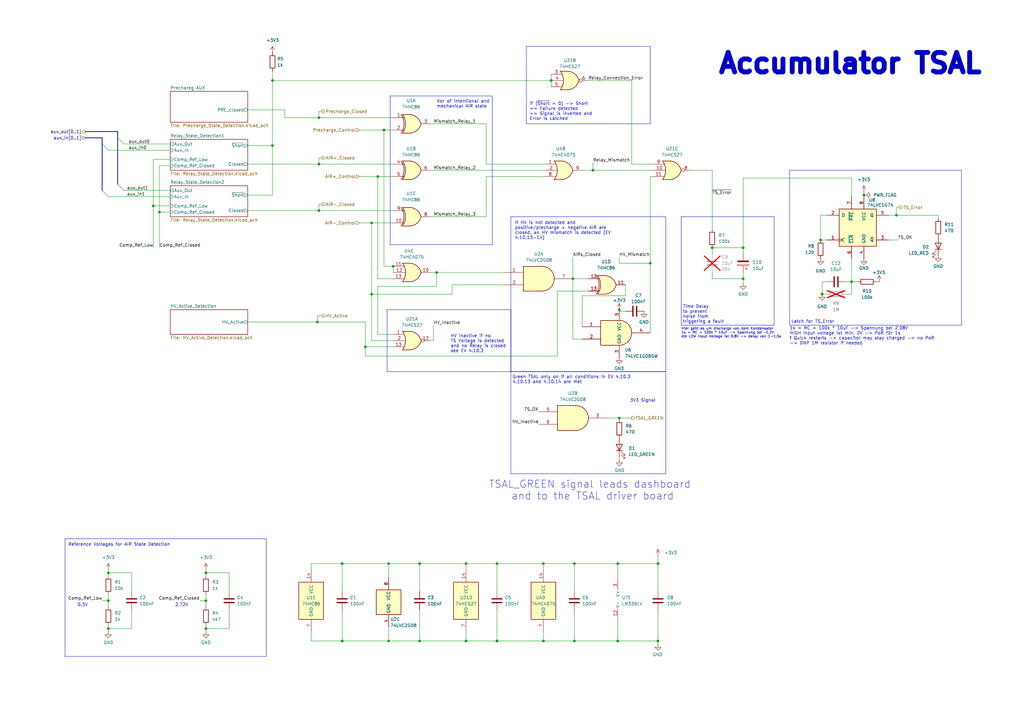
<source format=kicad_sch>
(kicad_sch
	(version 20231120)
	(generator "eeschema")
	(generator_version "8.0")
	(uuid "56b53f94-c2b2-4cdc-9d9a-c8fcb8f8f4f9")
	(paper "A3")
	(lib_symbols
		(symbol "74HC4075:74HC4075"
			(pin_names
				(offset 1.016)
			)
			(exclude_from_sim no)
			(in_bom yes)
			(on_board yes)
			(property "Reference" "U"
				(at 0 1.27 0)
				(effects
					(font
						(size 1.27 1.27)
					)
				)
			)
			(property "Value" "74HC4075"
				(at 0 -1.27 0)
				(effects
					(font
						(size 1.27 1.27)
					)
				)
			)
			(property "Footprint" "Package_SO:TSSOP-14_4.4x5mm_P0.65mm"
				(at 2.54 -27.94 0)
				(effects
					(font
						(size 1.27 1.27)
					)
					(hide yes)
				)
			)
			(property "Datasheet" "https://www.ti.com/lit/ds/symlink/cd54hc4075.pdf?ts=1705677999042&ref_url=https%253A%252F%252Fwww.google.com%252F"
				(at 2.54 -25.4 0)
				(effects
					(font
						(size 1.27 1.27)
					)
					(hide yes)
				)
			)
			(property "Description" "Triple 3-input OR"
				(at 0 0 0)
				(effects
					(font
						(size 1.27 1.27)
					)
					(hide yes)
				)
			)
			(property "ki_locked" ""
				(at 0 0 0)
				(effects
					(font
						(size 1.27 1.27)
					)
				)
			)
			(property "ki_keywords" "TTL Or3"
				(at 0 0 0)
				(effects
					(font
						(size 1.27 1.27)
					)
					(hide yes)
				)
			)
			(property "ki_fp_filters" "DIP*W7.62mm*"
				(at 0 0 0)
				(effects
					(font
						(size 1.27 1.27)
					)
					(hide yes)
				)
			)
			(symbol "74HC4075_1_1"
				(arc
					(start -3.81 -3.81)
					(mid -2.589 0)
					(end -3.81 3.81)
					(stroke
						(width 0.254)
						(type default)
					)
					(fill
						(type none)
					)
				)
				(arc
					(start -0.6096 -3.81)
					(mid 2.1842 -2.5851)
					(end 3.81 0)
					(stroke
						(width 0.254)
						(type default)
					)
					(fill
						(type background)
					)
				)
				(polyline
					(pts
						(xy -3.81 -3.81) (xy -0.635 -3.81)
					)
					(stroke
						(width 0.254)
						(type default)
					)
					(fill
						(type background)
					)
				)
				(polyline
					(pts
						(xy -3.81 3.81) (xy -0.635 3.81)
					)
					(stroke
						(width 0.254)
						(type default)
					)
					(fill
						(type background)
					)
				)
				(polyline
					(pts
						(xy -0.635 3.81) (xy -3.81 3.81) (xy -3.81 3.81) (xy -3.556 3.4036) (xy -3.0226 2.2606) (xy -2.6924 1.0414)
						(xy -2.6162 -0.254) (xy -2.7686 -1.4986) (xy -3.175 -2.7178) (xy -3.81 -3.81) (xy -3.81 -3.81)
						(xy -0.635 -3.81)
					)
					(stroke
						(width -25.4)
						(type default)
					)
					(fill
						(type background)
					)
				)
				(arc
					(start 3.81 0)
					(mid 2.1915 2.5936)
					(end -0.6096 3.81)
					(stroke
						(width 0.254)
						(type default)
					)
					(fill
						(type background)
					)
				)
				(pin input line
					(at -7.62 2.54 0)
					(length 4.318)
					(name "~"
						(effects
							(font
								(size 1.27 1.27)
							)
						)
					)
					(number "3"
						(effects
							(font
								(size 1.27 1.27)
							)
						)
					)
				)
				(pin input line
					(at -7.62 0 0)
					(length 4.953)
					(name "~"
						(effects
							(font
								(size 1.27 1.27)
							)
						)
					)
					(number "4"
						(effects
							(font
								(size 1.27 1.27)
							)
						)
					)
				)
				(pin input line
					(at -7.62 -2.54 0)
					(length 4.318)
					(name "~"
						(effects
							(font
								(size 1.27 1.27)
							)
						)
					)
					(number "5"
						(effects
							(font
								(size 1.27 1.27)
							)
						)
					)
				)
				(pin output line
					(at 7.62 0 180)
					(length 3.81)
					(name "~"
						(effects
							(font
								(size 1.27 1.27)
							)
						)
					)
					(number "6"
						(effects
							(font
								(size 1.27 1.27)
							)
						)
					)
				)
			)
			(symbol "74HC4075_1_2"
				(arc
					(start 0 -3.81)
					(mid 3.7934 0)
					(end 0 3.81)
					(stroke
						(width 0.254)
						(type default)
					)
					(fill
						(type background)
					)
				)
				(polyline
					(pts
						(xy 0 3.81) (xy -3.81 3.81) (xy -3.81 -3.81) (xy 0 -3.81)
					)
					(stroke
						(width 0.254)
						(type default)
					)
					(fill
						(type background)
					)
				)
				(pin input inverted
					(at -7.62 2.54 0)
					(length 3.81)
					(name "~"
						(effects
							(font
								(size 1.27 1.27)
							)
						)
					)
					(number "1"
						(effects
							(font
								(size 1.27 1.27)
							)
						)
					)
				)
				(pin output line
					(at 7.62 0 180)
					(length 3.81)
					(name "~"
						(effects
							(font
								(size 1.27 1.27)
							)
						)
					)
					(number "12"
						(effects
							(font
								(size 1.27 1.27)
							)
						)
					)
				)
				(pin input inverted
					(at -7.62 -2.54 0)
					(length 3.81)
					(name "~"
						(effects
							(font
								(size 1.27 1.27)
							)
						)
					)
					(number "13"
						(effects
							(font
								(size 1.27 1.27)
							)
						)
					)
				)
				(pin input inverted
					(at -7.62 0 0)
					(length 3.81)
					(name "~"
						(effects
							(font
								(size 1.27 1.27)
							)
						)
					)
					(number "2"
						(effects
							(font
								(size 1.27 1.27)
							)
						)
					)
				)
			)
			(symbol "74HC4075_2_1"
				(arc
					(start -3.81 -3.81)
					(mid -2.589 0)
					(end -3.81 3.81)
					(stroke
						(width 0.254)
						(type default)
					)
					(fill
						(type none)
					)
				)
				(arc
					(start -0.6096 -3.81)
					(mid 2.1842 -2.5851)
					(end 3.81 0)
					(stroke
						(width 0.254)
						(type default)
					)
					(fill
						(type background)
					)
				)
				(polyline
					(pts
						(xy -3.81 -3.81) (xy -0.635 -3.81)
					)
					(stroke
						(width 0.254)
						(type default)
					)
					(fill
						(type background)
					)
				)
				(polyline
					(pts
						(xy -3.81 3.81) (xy -0.635 3.81)
					)
					(stroke
						(width 0.254)
						(type default)
					)
					(fill
						(type background)
					)
				)
				(polyline
					(pts
						(xy -0.635 3.81) (xy -3.81 3.81) (xy -3.81 3.81) (xy -3.556 3.4036) (xy -3.0226 2.2606) (xy -2.6924 1.0414)
						(xy -2.6162 -0.254) (xy -2.7686 -1.4986) (xy -3.175 -2.7178) (xy -3.81 -3.81) (xy -3.81 -3.81)
						(xy -0.635 -3.81)
					)
					(stroke
						(width -25.4)
						(type default)
					)
					(fill
						(type background)
					)
				)
				(arc
					(start 3.81 0)
					(mid 2.1915 2.5936)
					(end -0.6096 3.81)
					(stroke
						(width 0.254)
						(type default)
					)
					(fill
						(type background)
					)
				)
				(pin input line
					(at -7.62 2.54 0)
					(length 4.318)
					(name "~"
						(effects
							(font
								(size 1.27 1.27)
							)
						)
					)
					(number "1"
						(effects
							(font
								(size 1.27 1.27)
							)
						)
					)
				)
				(pin input line
					(at -7.62 0 0)
					(length 4.953)
					(name "~"
						(effects
							(font
								(size 1.27 1.27)
							)
						)
					)
					(number "2"
						(effects
							(font
								(size 1.27 1.27)
							)
						)
					)
				)
				(pin input line
					(at -7.62 -2.54 0)
					(length 4.318)
					(name ""
						(effects
							(font
								(size 1.27 1.27)
							)
						)
					)
					(number "8"
						(effects
							(font
								(size 1.27 1.27)
							)
						)
					)
				)
				(pin output line
					(at 7.62 0 180)
					(length 3.81)
					(name "~"
						(effects
							(font
								(size 1.27 1.27)
							)
						)
					)
					(number "9"
						(effects
							(font
								(size 1.27 1.27)
							)
						)
					)
				)
			)
			(symbol "74HC4075_2_2"
				(arc
					(start 0 -3.81)
					(mid 3.7934 0)
					(end 0 3.81)
					(stroke
						(width 0.254)
						(type default)
					)
					(fill
						(type background)
					)
				)
				(polyline
					(pts
						(xy 0 3.81) (xy -3.81 3.81) (xy -3.81 -3.81) (xy 0 -3.81)
					)
					(stroke
						(width 0.254)
						(type default)
					)
					(fill
						(type background)
					)
				)
				(pin input inverted
					(at -7.62 2.54 0)
					(length 3.81)
					(name "~"
						(effects
							(font
								(size 1.27 1.27)
							)
						)
					)
					(number "3"
						(effects
							(font
								(size 1.27 1.27)
							)
						)
					)
				)
				(pin input inverted
					(at -7.62 0 0)
					(length 3.81)
					(name "~"
						(effects
							(font
								(size 1.27 1.27)
							)
						)
					)
					(number "4"
						(effects
							(font
								(size 1.27 1.27)
							)
						)
					)
				)
				(pin input inverted
					(at -7.62 -2.54 0)
					(length 3.81)
					(name "~"
						(effects
							(font
								(size 1.27 1.27)
							)
						)
					)
					(number "5"
						(effects
							(font
								(size 1.27 1.27)
							)
						)
					)
				)
				(pin output line
					(at 7.62 0 180)
					(length 3.81)
					(name "~"
						(effects
							(font
								(size 1.27 1.27)
							)
						)
					)
					(number "6"
						(effects
							(font
								(size 1.27 1.27)
							)
						)
					)
				)
			)
			(symbol "74HC4075_3_1"
				(arc
					(start -3.81 -3.81)
					(mid -2.589 0)
					(end -3.81 3.81)
					(stroke
						(width 0.254)
						(type default)
					)
					(fill
						(type none)
					)
				)
				(arc
					(start -0.6096 -3.81)
					(mid 2.1842 -2.5851)
					(end 3.81 0)
					(stroke
						(width 0.254)
						(type default)
					)
					(fill
						(type background)
					)
				)
				(polyline
					(pts
						(xy -3.81 -3.81) (xy -0.635 -3.81)
					)
					(stroke
						(width 0.254)
						(type default)
					)
					(fill
						(type background)
					)
				)
				(polyline
					(pts
						(xy -3.81 3.81) (xy -0.635 3.81)
					)
					(stroke
						(width 0.254)
						(type default)
					)
					(fill
						(type background)
					)
				)
				(polyline
					(pts
						(xy -0.635 3.81) (xy -3.81 3.81) (xy -3.81 3.81) (xy -3.556 3.4036) (xy -3.0226 2.2606) (xy -2.6924 1.0414)
						(xy -2.6162 -0.254) (xy -2.7686 -1.4986) (xy -3.175 -2.7178) (xy -3.81 -3.81) (xy -3.81 -3.81)
						(xy -0.635 -3.81)
					)
					(stroke
						(width -25.4)
						(type default)
					)
					(fill
						(type background)
					)
				)
				(arc
					(start 3.81 0)
					(mid 2.1915 2.5936)
					(end -0.6096 3.81)
					(stroke
						(width 0.254)
						(type default)
					)
					(fill
						(type background)
					)
				)
				(pin output line
					(at 7.62 0 180)
					(length 3.81)
					(name "~"
						(effects
							(font
								(size 1.27 1.27)
							)
						)
					)
					(number "10"
						(effects
							(font
								(size 1.27 1.27)
							)
						)
					)
				)
				(pin input line
					(at -7.62 2.54 0)
					(length 4.318)
					(name "~"
						(effects
							(font
								(size 1.27 1.27)
							)
						)
					)
					(number "11"
						(effects
							(font
								(size 1.27 1.27)
							)
						)
					)
				)
				(pin input line
					(at -7.62 0 0)
					(length 4.953)
					(name "~"
						(effects
							(font
								(size 1.27 1.27)
							)
						)
					)
					(number "12"
						(effects
							(font
								(size 1.27 1.27)
							)
						)
					)
				)
				(pin input line
					(at -7.62 -2.54 0)
					(length 4.318)
					(name "~"
						(effects
							(font
								(size 1.27 1.27)
							)
						)
					)
					(number "13"
						(effects
							(font
								(size 1.27 1.27)
							)
						)
					)
				)
			)
			(symbol "74HC4075_3_2"
				(arc
					(start 0 -3.81)
					(mid 3.7934 0)
					(end 0 3.81)
					(stroke
						(width 0.254)
						(type default)
					)
					(fill
						(type background)
					)
				)
				(polyline
					(pts
						(xy 0 3.81) (xy -3.81 3.81) (xy -3.81 -3.81) (xy 0 -3.81)
					)
					(stroke
						(width 0.254)
						(type default)
					)
					(fill
						(type background)
					)
				)
				(pin input inverted
					(at -7.62 0 0)
					(length 3.81)
					(name "~"
						(effects
							(font
								(size 1.27 1.27)
							)
						)
					)
					(number "10"
						(effects
							(font
								(size 1.27 1.27)
							)
						)
					)
				)
				(pin input inverted
					(at -7.62 -2.54 0)
					(length 3.81)
					(name "~"
						(effects
							(font
								(size 1.27 1.27)
							)
						)
					)
					(number "11"
						(effects
							(font
								(size 1.27 1.27)
							)
						)
					)
				)
				(pin output line
					(at 7.62 0 180)
					(length 3.81)
					(name "~"
						(effects
							(font
								(size 1.27 1.27)
							)
						)
					)
					(number "8"
						(effects
							(font
								(size 1.27 1.27)
							)
						)
					)
				)
				(pin input inverted
					(at -7.62 2.54 0)
					(length 3.81)
					(name "~"
						(effects
							(font
								(size 1.27 1.27)
							)
						)
					)
					(number "9"
						(effects
							(font
								(size 1.27 1.27)
							)
						)
					)
				)
			)
			(symbol "74HC4075_4_0"
				(pin power_in line
					(at 0 12.7 270)
					(length 5.08)
					(name "VCC"
						(effects
							(font
								(size 1.27 1.27)
							)
						)
					)
					(number "14"
						(effects
							(font
								(size 1.27 1.27)
							)
						)
					)
				)
				(pin power_in line
					(at 0 -12.7 90)
					(length 5.08)
					(name "GND"
						(effects
							(font
								(size 1.27 1.27)
							)
						)
					)
					(number "7"
						(effects
							(font
								(size 1.27 1.27)
							)
						)
					)
				)
			)
			(symbol "74HC4075_4_1"
				(rectangle
					(start -5.08 7.62)
					(end 5.08 -7.62)
					(stroke
						(width 0.254)
						(type default)
					)
					(fill
						(type background)
					)
				)
			)
		)
		(symbol "74xGxx:74AUC1G74"
			(pin_names
				(offset 1.016)
			)
			(exclude_from_sim no)
			(in_bom yes)
			(on_board yes)
			(property "Reference" "U"
				(at -5.08 10.16 0)
				(effects
					(font
						(size 1.27 1.27)
					)
				)
			)
			(property "Value" "74AUC1G74"
				(at 10.16 -10.16 0)
				(effects
					(font
						(size 1.27 1.27)
					)
				)
			)
			(property "Footprint" ""
				(at 0 0 0)
				(effects
					(font
						(size 1.27 1.27)
					)
					(hide yes)
				)
			)
			(property "Datasheet" "http://www.ti.com/lit/sg/scyt129e/scyt129e.pdf"
				(at 0 0 0)
				(effects
					(font
						(size 1.27 1.27)
					)
					(hide yes)
				)
			)
			(property "Description" "Single D Flip-Flop, Low-Voltage CMOS"
				(at 0 0 0)
				(effects
					(font
						(size 1.27 1.27)
					)
					(hide yes)
				)
			)
			(property "ki_keywords" "Single D Flip-Flop D CMOS"
				(at 0 0 0)
				(effects
					(font
						(size 1.27 1.27)
					)
					(hide yes)
				)
			)
			(property "ki_fp_filters" "SSOP* VSSOP*"
				(at 0 0 0)
				(effects
					(font
						(size 1.27 1.27)
					)
					(hide yes)
				)
			)
			(symbol "74AUC1G74_0_1"
				(rectangle
					(start -7.62 7.62)
					(end 7.62 -7.62)
					(stroke
						(width 0.254)
						(type default)
					)
					(fill
						(type background)
					)
				)
			)
			(symbol "74AUC1G74_1_1"
				(pin input clock
					(at -12.7 -5.08 0)
					(length 5.08)
					(name "C"
						(effects
							(font
								(size 1.27 1.27)
							)
						)
					)
					(number "1"
						(effects
							(font
								(size 1.27 1.27)
							)
						)
					)
				)
				(pin input line
					(at -12.7 5.08 0)
					(length 5.08)
					(name "D"
						(effects
							(font
								(size 1.27 1.27)
							)
						)
					)
					(number "2"
						(effects
							(font
								(size 1.27 1.27)
							)
						)
					)
				)
				(pin output line
					(at 12.7 -5.08 180)
					(length 5.08)
					(name "~{Q}"
						(effects
							(font
								(size 1.27 1.27)
							)
						)
					)
					(number "3"
						(effects
							(font
								(size 1.27 1.27)
							)
						)
					)
				)
				(pin power_in line
					(at 2.54 -12.7 90)
					(length 5.08)
					(name "GND"
						(effects
							(font
								(size 1.27 1.27)
							)
						)
					)
					(number "4"
						(effects
							(font
								(size 1.27 1.27)
							)
						)
					)
				)
				(pin output line
					(at 12.7 5.08 180)
					(length 5.08)
					(name "Q"
						(effects
							(font
								(size 1.27 1.27)
							)
						)
					)
					(number "5"
						(effects
							(font
								(size 1.27 1.27)
							)
						)
					)
				)
				(pin input line
					(at -2.54 -12.7 90)
					(length 5.08)
					(name "~{CLR}"
						(effects
							(font
								(size 1.27 1.27)
							)
						)
					)
					(number "6"
						(effects
							(font
								(size 1.27 1.27)
							)
						)
					)
				)
				(pin input line
					(at -2.54 12.7 270)
					(length 5.08)
					(name "~{PRE}"
						(effects
							(font
								(size 1.27 1.27)
							)
						)
					)
					(number "7"
						(effects
							(font
								(size 1.27 1.27)
							)
						)
					)
				)
				(pin power_in line
					(at 2.54 12.7 270)
					(length 5.08)
					(name "VCC"
						(effects
							(font
								(size 1.27 1.27)
							)
						)
					)
					(number "8"
						(effects
							(font
								(size 1.27 1.27)
							)
						)
					)
				)
			)
		)
		(symbol "74xGxx:74LVC1G08"
			(exclude_from_sim no)
			(in_bom yes)
			(on_board yes)
			(property "Reference" "U"
				(at -5.08 7.62 0)
				(effects
					(font
						(size 1.27 1.27)
					)
				)
			)
			(property "Value" "74LVC1G08"
				(at 7.62 -7.62 0)
				(effects
					(font
						(size 1.27 1.27)
					)
				)
			)
			(property "Footprint" ""
				(at 0 0 0)
				(effects
					(font
						(size 1.27 1.27)
					)
					(hide yes)
				)
			)
			(property "Datasheet" "https://www.ti.com/lit/ds/symlink/sn74lvc1g08.pdf"
				(at 0 0 0)
				(effects
					(font
						(size 1.27 1.27)
					)
					(hide yes)
				)
			)
			(property "Description" "Single AND Gate, Low-Voltage CMOS"
				(at 0 0 0)
				(effects
					(font
						(size 1.27 1.27)
					)
					(hide yes)
				)
			)
			(property "ki_keywords" "Single Gate AND LVC CMOS"
				(at 0 0 0)
				(effects
					(font
						(size 1.27 1.27)
					)
					(hide yes)
				)
			)
			(property "ki_fp_filters" "SOT?23* Texas?R-PDSO-G5?DCK* Texas?R-PDSO-N5?DRL* Texas?X2SON*0.8x0.8mm*P0.48mm*"
				(at 0 0 0)
				(effects
					(font
						(size 1.27 1.27)
					)
					(hide yes)
				)
			)
			(symbol "74LVC1G08_0_1"
				(arc
					(start 0 -5.08)
					(mid 5.0579 0)
					(end 0 5.08)
					(stroke
						(width 0.254)
						(type default)
					)
					(fill
						(type background)
					)
				)
				(polyline
					(pts
						(xy 0 -5.08) (xy -7.62 -5.08) (xy -7.62 5.08) (xy 0 5.08)
					)
					(stroke
						(width 0.254)
						(type default)
					)
					(fill
						(type background)
					)
				)
			)
			(symbol "74LVC1G08_1_1"
				(pin input line
					(at -15.24 2.54 0)
					(length 7.62)
					(name "~"
						(effects
							(font
								(size 1.27 1.27)
							)
						)
					)
					(number "1"
						(effects
							(font
								(size 1.27 1.27)
							)
						)
					)
				)
				(pin input line
					(at -15.24 -2.54 0)
					(length 7.62)
					(name "~"
						(effects
							(font
								(size 1.27 1.27)
							)
						)
					)
					(number "2"
						(effects
							(font
								(size 1.27 1.27)
							)
						)
					)
				)
				(pin power_in line
					(at 0 -10.16 90)
					(length 5.08)
					(name "GND"
						(effects
							(font
								(size 1.27 1.27)
							)
						)
					)
					(number "3"
						(effects
							(font
								(size 1.27 1.27)
							)
						)
					)
				)
				(pin output line
					(at 12.7 0 180)
					(length 7.62)
					(name "~"
						(effects
							(font
								(size 1.27 1.27)
							)
						)
					)
					(number "4"
						(effects
							(font
								(size 1.27 1.27)
							)
						)
					)
				)
				(pin power_in line
					(at 0 10.16 270)
					(length 5.08)
					(name "VCC"
						(effects
							(font
								(size 1.27 1.27)
							)
						)
					)
					(number "5"
						(effects
							(font
								(size 1.27 1.27)
							)
						)
					)
				)
			)
		)
		(symbol "74xGxx:74LVC2G08"
			(exclude_from_sim no)
			(in_bom yes)
			(on_board yes)
			(property "Reference" "U"
				(at -10.16 7.62 0)
				(effects
					(font
						(size 1.27 1.27)
					)
				)
			)
			(property "Value" "74LVC2G08"
				(at -10.16 -7.62 0)
				(effects
					(font
						(size 1.27 1.27)
					)
				)
			)
			(property "Footprint" ""
				(at 0 0 0)
				(effects
					(font
						(size 1.27 1.27)
					)
					(hide yes)
				)
			)
			(property "Datasheet" "http://www.ti.com/lit/sg/scyt129e/scyt129e.pdf"
				(at 0 0 0)
				(effects
					(font
						(size 1.27 1.27)
					)
					(hide yes)
				)
			)
			(property "Description" "Dual AND Gate, Low-Voltage CMOS"
				(at 0 0 0)
				(effects
					(font
						(size 1.27 1.27)
					)
					(hide yes)
				)
			)
			(property "ki_keywords" "Dual Gate AND LVC CMOS"
				(at 0 0 0)
				(effects
					(font
						(size 1.27 1.27)
					)
					(hide yes)
				)
			)
			(property "ki_fp_filters" "SSOP* VSSOP*"
				(at 0 0 0)
				(effects
					(font
						(size 1.27 1.27)
					)
					(hide yes)
				)
			)
			(symbol "74LVC2G08_1_1"
				(arc
					(start 0 -5.08)
					(mid 5.0579 0)
					(end 0 5.08)
					(stroke
						(width 0.254)
						(type default)
					)
					(fill
						(type background)
					)
				)
				(polyline
					(pts
						(xy 0 -5.08) (xy -7.62 -5.08) (xy -7.62 5.08) (xy 0 5.08)
					)
					(stroke
						(width 0.254)
						(type default)
					)
					(fill
						(type background)
					)
				)
				(pin input line
					(at -15.24 2.54 0)
					(length 7.62)
					(name "~"
						(effects
							(font
								(size 1.27 1.27)
							)
						)
					)
					(number "1"
						(effects
							(font
								(size 1.27 1.27)
							)
						)
					)
				)
				(pin input line
					(at -15.24 -2.54 0)
					(length 7.62)
					(name "~"
						(effects
							(font
								(size 1.27 1.27)
							)
						)
					)
					(number "2"
						(effects
							(font
								(size 1.27 1.27)
							)
						)
					)
				)
				(pin output line
					(at 12.7 0 180)
					(length 7.62)
					(name "~"
						(effects
							(font
								(size 1.27 1.27)
							)
						)
					)
					(number "7"
						(effects
							(font
								(size 1.27 1.27)
							)
						)
					)
				)
			)
			(symbol "74LVC2G08_2_1"
				(arc
					(start 0 -5.08)
					(mid 5.0579 0)
					(end 0 5.08)
					(stroke
						(width 0.254)
						(type default)
					)
					(fill
						(type background)
					)
				)
				(polyline
					(pts
						(xy 0 -5.08) (xy -7.62 -5.08) (xy -7.62 5.08) (xy 0 5.08)
					)
					(stroke
						(width 0.254)
						(type default)
					)
					(fill
						(type background)
					)
				)
				(pin output line
					(at 12.7 0 180)
					(length 7.62)
					(name "~"
						(effects
							(font
								(size 1.27 1.27)
							)
						)
					)
					(number "3"
						(effects
							(font
								(size 1.27 1.27)
							)
						)
					)
				)
				(pin input line
					(at -15.24 2.54 0)
					(length 7.62)
					(name "~"
						(effects
							(font
								(size 1.27 1.27)
							)
						)
					)
					(number "5"
						(effects
							(font
								(size 1.27 1.27)
							)
						)
					)
				)
				(pin input line
					(at -15.24 -2.54 0)
					(length 7.62)
					(name "~"
						(effects
							(font
								(size 1.27 1.27)
							)
						)
					)
					(number "6"
						(effects
							(font
								(size 1.27 1.27)
							)
						)
					)
				)
			)
			(symbol "74LVC2G08_3_0"
				(rectangle
					(start -5.08 -5.08)
					(end 5.08 5.08)
					(stroke
						(width 0.254)
						(type default)
					)
					(fill
						(type background)
					)
				)
			)
			(symbol "74LVC2G08_3_1"
				(pin power_in line
					(at 0 -10.16 90)
					(length 5.08)
					(name "GND"
						(effects
							(font
								(size 1.27 1.27)
							)
						)
					)
					(number "4"
						(effects
							(font
								(size 1.27 1.27)
							)
						)
					)
				)
				(pin power_in line
					(at 0 10.16 270)
					(length 5.08)
					(name "VCC"
						(effects
							(font
								(size 1.27 1.27)
							)
						)
					)
					(number "8"
						(effects
							(font
								(size 1.27 1.27)
							)
						)
					)
				)
			)
		)
		(symbol "74xx:74HC86"
			(pin_names
				(offset 1.016)
			)
			(exclude_from_sim no)
			(in_bom yes)
			(on_board yes)
			(property "Reference" "U"
				(at 0 1.27 0)
				(effects
					(font
						(size 1.27 1.27)
					)
				)
			)
			(property "Value" "74HC86"
				(at 0 -1.27 0)
				(effects
					(font
						(size 1.27 1.27)
					)
				)
			)
			(property "Footprint" ""
				(at 0 0 0)
				(effects
					(font
						(size 1.27 1.27)
					)
					(hide yes)
				)
			)
			(property "Datasheet" "http://www.ti.com/lit/gpn/sn74HC86"
				(at 0 0 0)
				(effects
					(font
						(size 1.27 1.27)
					)
					(hide yes)
				)
			)
			(property "Description" "Quad 2-input XOR"
				(at 0 0 0)
				(effects
					(font
						(size 1.27 1.27)
					)
					(hide yes)
				)
			)
			(property "ki_locked" ""
				(at 0 0 0)
				(effects
					(font
						(size 1.27 1.27)
					)
				)
			)
			(property "ki_keywords" "TTL XOR2"
				(at 0 0 0)
				(effects
					(font
						(size 1.27 1.27)
					)
					(hide yes)
				)
			)
			(property "ki_fp_filters" "DIP*W7.62mm*"
				(at 0 0 0)
				(effects
					(font
						(size 1.27 1.27)
					)
					(hide yes)
				)
			)
			(symbol "74HC86_1_0"
				(arc
					(start -4.4196 -3.81)
					(mid -3.2033 0)
					(end -4.4196 3.81)
					(stroke
						(width 0.254)
						(type default)
					)
					(fill
						(type none)
					)
				)
				(arc
					(start -3.81 -3.81)
					(mid -2.589 0)
					(end -3.81 3.81)
					(stroke
						(width 0.254)
						(type default)
					)
					(fill
						(type none)
					)
				)
				(arc
					(start -0.6096 -3.81)
					(mid 2.1842 -2.5851)
					(end 3.81 0)
					(stroke
						(width 0.254)
						(type default)
					)
					(fill
						(type background)
					)
				)
				(polyline
					(pts
						(xy -3.81 -3.81) (xy -0.635 -3.81)
					)
					(stroke
						(width 0.254)
						(type default)
					)
					(fill
						(type background)
					)
				)
				(polyline
					(pts
						(xy -3.81 3.81) (xy -0.635 3.81)
					)
					(stroke
						(width 0.254)
						(type default)
					)
					(fill
						(type background)
					)
				)
				(polyline
					(pts
						(xy -0.635 3.81) (xy -3.81 3.81) (xy -3.81 3.81) (xy -3.556 3.4036) (xy -3.0226 2.2606) (xy -2.6924 1.0414)
						(xy -2.6162 -0.254) (xy -2.7686 -1.4986) (xy -3.175 -2.7178) (xy -3.81 -3.81) (xy -3.81 -3.81)
						(xy -0.635 -3.81)
					)
					(stroke
						(width -25.4)
						(type default)
					)
					(fill
						(type background)
					)
				)
				(arc
					(start 3.81 0)
					(mid 2.1915 2.5936)
					(end -0.6096 3.81)
					(stroke
						(width 0.254)
						(type default)
					)
					(fill
						(type background)
					)
				)
				(pin input line
					(at -7.62 2.54 0)
					(length 4.445)
					(name "~"
						(effects
							(font
								(size 1.27 1.27)
							)
						)
					)
					(number "1"
						(effects
							(font
								(size 1.27 1.27)
							)
						)
					)
				)
				(pin input line
					(at -7.62 -2.54 0)
					(length 4.445)
					(name "~"
						(effects
							(font
								(size 1.27 1.27)
							)
						)
					)
					(number "2"
						(effects
							(font
								(size 1.27 1.27)
							)
						)
					)
				)
				(pin output line
					(at 7.62 0 180)
					(length 3.81)
					(name "~"
						(effects
							(font
								(size 1.27 1.27)
							)
						)
					)
					(number "3"
						(effects
							(font
								(size 1.27 1.27)
							)
						)
					)
				)
			)
			(symbol "74HC86_1_1"
				(polyline
					(pts
						(xy -3.81 -2.54) (xy -3.175 -2.54)
					)
					(stroke
						(width 0.1524)
						(type default)
					)
					(fill
						(type none)
					)
				)
				(polyline
					(pts
						(xy -3.81 2.54) (xy -3.175 2.54)
					)
					(stroke
						(width 0.1524)
						(type default)
					)
					(fill
						(type none)
					)
				)
			)
			(symbol "74HC86_2_0"
				(arc
					(start -4.4196 -3.81)
					(mid -3.2033 0)
					(end -4.4196 3.81)
					(stroke
						(width 0.254)
						(type default)
					)
					(fill
						(type none)
					)
				)
				(arc
					(start -3.81 -3.81)
					(mid -2.589 0)
					(end -3.81 3.81)
					(stroke
						(width 0.254)
						(type default)
					)
					(fill
						(type none)
					)
				)
				(arc
					(start -0.6096 -3.81)
					(mid 2.1842 -2.5851)
					(end 3.81 0)
					(stroke
						(width 0.254)
						(type default)
					)
					(fill
						(type background)
					)
				)
				(polyline
					(pts
						(xy -3.81 -3.81) (xy -0.635 -3.81)
					)
					(stroke
						(width 0.254)
						(type default)
					)
					(fill
						(type background)
					)
				)
				(polyline
					(pts
						(xy -3.81 3.81) (xy -0.635 3.81)
					)
					(stroke
						(width 0.254)
						(type default)
					)
					(fill
						(type background)
					)
				)
				(polyline
					(pts
						(xy -0.635 3.81) (xy -3.81 3.81) (xy -3.81 3.81) (xy -3.556 3.4036) (xy -3.0226 2.2606) (xy -2.6924 1.0414)
						(xy -2.6162 -0.254) (xy -2.7686 -1.4986) (xy -3.175 -2.7178) (xy -3.81 -3.81) (xy -3.81 -3.81)
						(xy -0.635 -3.81)
					)
					(stroke
						(width -25.4)
						(type default)
					)
					(fill
						(type background)
					)
				)
				(arc
					(start 3.81 0)
					(mid 2.1915 2.5936)
					(end -0.6096 3.81)
					(stroke
						(width 0.254)
						(type default)
					)
					(fill
						(type background)
					)
				)
				(pin input line
					(at -7.62 2.54 0)
					(length 4.445)
					(name "~"
						(effects
							(font
								(size 1.27 1.27)
							)
						)
					)
					(number "4"
						(effects
							(font
								(size 1.27 1.27)
							)
						)
					)
				)
				(pin input line
					(at -7.62 -2.54 0)
					(length 4.445)
					(name "~"
						(effects
							(font
								(size 1.27 1.27)
							)
						)
					)
					(number "5"
						(effects
							(font
								(size 1.27 1.27)
							)
						)
					)
				)
				(pin output line
					(at 7.62 0 180)
					(length 3.81)
					(name "~"
						(effects
							(font
								(size 1.27 1.27)
							)
						)
					)
					(number "6"
						(effects
							(font
								(size 1.27 1.27)
							)
						)
					)
				)
			)
			(symbol "74HC86_2_1"
				(polyline
					(pts
						(xy -3.81 -2.54) (xy -3.175 -2.54)
					)
					(stroke
						(width 0.1524)
						(type default)
					)
					(fill
						(type none)
					)
				)
				(polyline
					(pts
						(xy -3.81 2.54) (xy -3.175 2.54)
					)
					(stroke
						(width 0.1524)
						(type default)
					)
					(fill
						(type none)
					)
				)
			)
			(symbol "74HC86_3_0"
				(arc
					(start -4.4196 -3.81)
					(mid -3.2033 0)
					(end -4.4196 3.81)
					(stroke
						(width 0.254)
						(type default)
					)
					(fill
						(type none)
					)
				)
				(arc
					(start -3.81 -3.81)
					(mid -2.589 0)
					(end -3.81 3.81)
					(stroke
						(width 0.254)
						(type default)
					)
					(fill
						(type none)
					)
				)
				(arc
					(start -0.6096 -3.81)
					(mid 2.1842 -2.5851)
					(end 3.81 0)
					(stroke
						(width 0.254)
						(type default)
					)
					(fill
						(type background)
					)
				)
				(polyline
					(pts
						(xy -3.81 -3.81) (xy -0.635 -3.81)
					)
					(stroke
						(width 0.254)
						(type default)
					)
					(fill
						(type background)
					)
				)
				(polyline
					(pts
						(xy -3.81 3.81) (xy -0.635 3.81)
					)
					(stroke
						(width 0.254)
						(type default)
					)
					(fill
						(type background)
					)
				)
				(polyline
					(pts
						(xy -0.635 3.81) (xy -3.81 3.81) (xy -3.81 3.81) (xy -3.556 3.4036) (xy -3.0226 2.2606) (xy -2.6924 1.0414)
						(xy -2.6162 -0.254) (xy -2.7686 -1.4986) (xy -3.175 -2.7178) (xy -3.81 -3.81) (xy -3.81 -3.81)
						(xy -0.635 -3.81)
					)
					(stroke
						(width -25.4)
						(type default)
					)
					(fill
						(type background)
					)
				)
				(arc
					(start 3.81 0)
					(mid 2.1915 2.5936)
					(end -0.6096 3.81)
					(stroke
						(width 0.254)
						(type default)
					)
					(fill
						(type background)
					)
				)
				(pin input line
					(at -7.62 -2.54 0)
					(length 4.445)
					(name "~"
						(effects
							(font
								(size 1.27 1.27)
							)
						)
					)
					(number "10"
						(effects
							(font
								(size 1.27 1.27)
							)
						)
					)
				)
				(pin output line
					(at 7.62 0 180)
					(length 3.81)
					(name "~"
						(effects
							(font
								(size 1.27 1.27)
							)
						)
					)
					(number "8"
						(effects
							(font
								(size 1.27 1.27)
							)
						)
					)
				)
				(pin input line
					(at -7.62 2.54 0)
					(length 4.445)
					(name "~"
						(effects
							(font
								(size 1.27 1.27)
							)
						)
					)
					(number "9"
						(effects
							(font
								(size 1.27 1.27)
							)
						)
					)
				)
			)
			(symbol "74HC86_3_1"
				(polyline
					(pts
						(xy -3.81 -2.54) (xy -3.175 -2.54)
					)
					(stroke
						(width 0.1524)
						(type default)
					)
					(fill
						(type none)
					)
				)
				(polyline
					(pts
						(xy -3.81 2.54) (xy -3.175 2.54)
					)
					(stroke
						(width 0.1524)
						(type default)
					)
					(fill
						(type none)
					)
				)
			)
			(symbol "74HC86_4_0"
				(arc
					(start -4.4196 -3.81)
					(mid -3.2033 0)
					(end -4.4196 3.81)
					(stroke
						(width 0.254)
						(type default)
					)
					(fill
						(type none)
					)
				)
				(arc
					(start -3.81 -3.81)
					(mid -2.589 0)
					(end -3.81 3.81)
					(stroke
						(width 0.254)
						(type default)
					)
					(fill
						(type none)
					)
				)
				(arc
					(start -0.6096 -3.81)
					(mid 2.1842 -2.5851)
					(end 3.81 0)
					(stroke
						(width 0.254)
						(type default)
					)
					(fill
						(type background)
					)
				)
				(polyline
					(pts
						(xy -3.81 -3.81) (xy -0.635 -3.81)
					)
					(stroke
						(width 0.254)
						(type default)
					)
					(fill
						(type background)
					)
				)
				(polyline
					(pts
						(xy -3.81 3.81) (xy -0.635 3.81)
					)
					(stroke
						(width 0.254)
						(type default)
					)
					(fill
						(type background)
					)
				)
				(polyline
					(pts
						(xy -0.635 3.81) (xy -3.81 3.81) (xy -3.81 3.81) (xy -3.556 3.4036) (xy -3.0226 2.2606) (xy -2.6924 1.0414)
						(xy -2.6162 -0.254) (xy -2.7686 -1.4986) (xy -3.175 -2.7178) (xy -3.81 -3.81) (xy -3.81 -3.81)
						(xy -0.635 -3.81)
					)
					(stroke
						(width -25.4)
						(type default)
					)
					(fill
						(type background)
					)
				)
				(arc
					(start 3.81 0)
					(mid 2.1915 2.5936)
					(end -0.6096 3.81)
					(stroke
						(width 0.254)
						(type default)
					)
					(fill
						(type background)
					)
				)
				(pin output line
					(at 7.62 0 180)
					(length 3.81)
					(name "~"
						(effects
							(font
								(size 1.27 1.27)
							)
						)
					)
					(number "11"
						(effects
							(font
								(size 1.27 1.27)
							)
						)
					)
				)
				(pin input line
					(at -7.62 2.54 0)
					(length 4.445)
					(name "~"
						(effects
							(font
								(size 1.27 1.27)
							)
						)
					)
					(number "12"
						(effects
							(font
								(size 1.27 1.27)
							)
						)
					)
				)
				(pin input line
					(at -7.62 -2.54 0)
					(length 4.445)
					(name "~"
						(effects
							(font
								(size 1.27 1.27)
							)
						)
					)
					(number "13"
						(effects
							(font
								(size 1.27 1.27)
							)
						)
					)
				)
			)
			(symbol "74HC86_4_1"
				(polyline
					(pts
						(xy -3.81 -2.54) (xy -3.175 -2.54)
					)
					(stroke
						(width 0.1524)
						(type default)
					)
					(fill
						(type none)
					)
				)
				(polyline
					(pts
						(xy -3.81 2.54) (xy -3.175 2.54)
					)
					(stroke
						(width 0.1524)
						(type default)
					)
					(fill
						(type none)
					)
				)
			)
			(symbol "74HC86_5_0"
				(pin power_in line
					(at 0 12.7 270)
					(length 5.08)
					(name "VCC"
						(effects
							(font
								(size 1.27 1.27)
							)
						)
					)
					(number "14"
						(effects
							(font
								(size 1.27 1.27)
							)
						)
					)
				)
				(pin power_in line
					(at 0 -12.7 90)
					(length 5.08)
					(name "GND"
						(effects
							(font
								(size 1.27 1.27)
							)
						)
					)
					(number "7"
						(effects
							(font
								(size 1.27 1.27)
							)
						)
					)
				)
			)
			(symbol "74HC86_5_1"
				(rectangle
					(start -5.08 7.62)
					(end 5.08 -7.62)
					(stroke
						(width 0.254)
						(type default)
					)
					(fill
						(type background)
					)
				)
			)
		)
		(symbol "Comparator:LM339"
			(pin_names
				(offset 0.127)
			)
			(exclude_from_sim no)
			(in_bom yes)
			(on_board yes)
			(property "Reference" "U"
				(at 0 5.08 0)
				(effects
					(font
						(size 1.27 1.27)
					)
					(justify left)
				)
			)
			(property "Value" "LM339"
				(at 0 -5.08 0)
				(effects
					(font
						(size 1.27 1.27)
					)
					(justify left)
				)
			)
			(property "Footprint" ""
				(at -1.27 2.54 0)
				(effects
					(font
						(size 1.27 1.27)
					)
					(hide yes)
				)
			)
			(property "Datasheet" "https://www.st.com/resource/en/datasheet/lm139.pdf"
				(at 1.27 5.08 0)
				(effects
					(font
						(size 1.27 1.27)
					)
					(hide yes)
				)
			)
			(property "Description" "Quad Differential Comparators, SOIC-14/TSSOP-14"
				(at 0 0 0)
				(effects
					(font
						(size 1.27 1.27)
					)
					(hide yes)
				)
			)
			(property "ki_locked" ""
				(at 0 0 0)
				(effects
					(font
						(size 1.27 1.27)
					)
				)
			)
			(property "ki_keywords" "cmp open collector"
				(at 0 0 0)
				(effects
					(font
						(size 1.27 1.27)
					)
					(hide yes)
				)
			)
			(property "ki_fp_filters" "SOIC*3.9x8.7mm*P1.27mm* TSSOP*4.4x5mm*P0.65mm*"
				(at 0 0 0)
				(effects
					(font
						(size 1.27 1.27)
					)
					(hide yes)
				)
			)
			(symbol "LM339_1_1"
				(polyline
					(pts
						(xy -5.08 5.08) (xy 5.08 0) (xy -5.08 -5.08) (xy -5.08 5.08)
					)
					(stroke
						(width 0.254)
						(type default)
					)
					(fill
						(type background)
					)
				)
				(polyline
					(pts
						(xy 3.302 -0.508) (xy 2.794 -0.508) (xy 3.302 0) (xy 2.794 0.508) (xy 2.286 0) (xy 2.794 -0.508)
						(xy 2.286 -0.508)
					)
					(stroke
						(width 0.127)
						(type default)
					)
					(fill
						(type none)
					)
				)
				(pin open_collector line
					(at 7.62 0 180)
					(length 2.54)
					(name "~"
						(effects
							(font
								(size 1.27 1.27)
							)
						)
					)
					(number "2"
						(effects
							(font
								(size 1.27 1.27)
							)
						)
					)
				)
				(pin input line
					(at -7.62 -2.54 0)
					(length 2.54)
					(name "-"
						(effects
							(font
								(size 1.27 1.27)
							)
						)
					)
					(number "4"
						(effects
							(font
								(size 1.27 1.27)
							)
						)
					)
				)
				(pin input line
					(at -7.62 2.54 0)
					(length 2.54)
					(name "+"
						(effects
							(font
								(size 1.27 1.27)
							)
						)
					)
					(number "5"
						(effects
							(font
								(size 1.27 1.27)
							)
						)
					)
				)
			)
			(symbol "LM339_2_1"
				(polyline
					(pts
						(xy -5.08 5.08) (xy 5.08 0) (xy -5.08 -5.08) (xy -5.08 5.08)
					)
					(stroke
						(width 0.254)
						(type default)
					)
					(fill
						(type background)
					)
				)
				(polyline
					(pts
						(xy 3.302 -0.508) (xy 2.794 -0.508) (xy 3.302 0) (xy 2.794 0.508) (xy 2.286 0) (xy 2.794 -0.508)
						(xy 2.286 -0.508)
					)
					(stroke
						(width 0.127)
						(type default)
					)
					(fill
						(type none)
					)
				)
				(pin open_collector line
					(at 7.62 0 180)
					(length 2.54)
					(name "~"
						(effects
							(font
								(size 1.27 1.27)
							)
						)
					)
					(number "1"
						(effects
							(font
								(size 1.27 1.27)
							)
						)
					)
				)
				(pin input line
					(at -7.62 -2.54 0)
					(length 2.54)
					(name "-"
						(effects
							(font
								(size 1.27 1.27)
							)
						)
					)
					(number "6"
						(effects
							(font
								(size 1.27 1.27)
							)
						)
					)
				)
				(pin input line
					(at -7.62 2.54 0)
					(length 2.54)
					(name "+"
						(effects
							(font
								(size 1.27 1.27)
							)
						)
					)
					(number "7"
						(effects
							(font
								(size 1.27 1.27)
							)
						)
					)
				)
			)
			(symbol "LM339_3_1"
				(polyline
					(pts
						(xy -5.08 5.08) (xy 5.08 0) (xy -5.08 -5.08) (xy -5.08 5.08)
					)
					(stroke
						(width 0.254)
						(type default)
					)
					(fill
						(type background)
					)
				)
				(polyline
					(pts
						(xy 3.302 -0.508) (xy 2.794 -0.508) (xy 3.302 0) (xy 2.794 0.508) (xy 2.286 0) (xy 2.794 -0.508)
						(xy 2.286 -0.508)
					)
					(stroke
						(width 0.127)
						(type default)
					)
					(fill
						(type none)
					)
				)
				(pin input line
					(at -7.62 -2.54 0)
					(length 2.54)
					(name "-"
						(effects
							(font
								(size 1.27 1.27)
							)
						)
					)
					(number "10"
						(effects
							(font
								(size 1.27 1.27)
							)
						)
					)
				)
				(pin input line
					(at -7.62 2.54 0)
					(length 2.54)
					(name "+"
						(effects
							(font
								(size 1.27 1.27)
							)
						)
					)
					(number "11"
						(effects
							(font
								(size 1.27 1.27)
							)
						)
					)
				)
				(pin open_collector line
					(at 7.62 0 180)
					(length 2.54)
					(name "~"
						(effects
							(font
								(size 1.27 1.27)
							)
						)
					)
					(number "13"
						(effects
							(font
								(size 1.27 1.27)
							)
						)
					)
				)
			)
			(symbol "LM339_4_1"
				(polyline
					(pts
						(xy -5.08 5.08) (xy 5.08 0) (xy -5.08 -5.08) (xy -5.08 5.08)
					)
					(stroke
						(width 0.254)
						(type default)
					)
					(fill
						(type background)
					)
				)
				(polyline
					(pts
						(xy 3.302 -0.508) (xy 2.794 -0.508) (xy 3.302 0) (xy 2.794 0.508) (xy 2.286 0) (xy 2.794 -0.508)
						(xy 2.286 -0.508)
					)
					(stroke
						(width 0.127)
						(type default)
					)
					(fill
						(type none)
					)
				)
				(pin open_collector line
					(at 7.62 0 180)
					(length 2.54)
					(name "~"
						(effects
							(font
								(size 1.27 1.27)
							)
						)
					)
					(number "14"
						(effects
							(font
								(size 1.27 1.27)
							)
						)
					)
				)
				(pin input line
					(at -7.62 -2.54 0)
					(length 2.54)
					(name "-"
						(effects
							(font
								(size 1.27 1.27)
							)
						)
					)
					(number "8"
						(effects
							(font
								(size 1.27 1.27)
							)
						)
					)
				)
				(pin input line
					(at -7.62 2.54 0)
					(length 2.54)
					(name "+"
						(effects
							(font
								(size 1.27 1.27)
							)
						)
					)
					(number "9"
						(effects
							(font
								(size 1.27 1.27)
							)
						)
					)
				)
			)
			(symbol "LM339_5_1"
				(pin power_in line
					(at -2.54 -7.62 90)
					(length 3.81)
					(name "V-"
						(effects
							(font
								(size 1.27 1.27)
							)
						)
					)
					(number "12"
						(effects
							(font
								(size 1.27 1.27)
							)
						)
					)
				)
				(pin power_in line
					(at -2.54 7.62 270)
					(length 3.81)
					(name "V+"
						(effects
							(font
								(size 1.27 1.27)
							)
						)
					)
					(number "3"
						(effects
							(font
								(size 1.27 1.27)
							)
						)
					)
				)
			)
		)
		(symbol "Device:C"
			(pin_numbers hide)
			(pin_names
				(offset 0.254)
			)
			(exclude_from_sim no)
			(in_bom yes)
			(on_board yes)
			(property "Reference" "C"
				(at 0.635 2.54 0)
				(effects
					(font
						(size 1.27 1.27)
					)
					(justify left)
				)
			)
			(property "Value" "C"
				(at 0.635 -2.54 0)
				(effects
					(font
						(size 1.27 1.27)
					)
					(justify left)
				)
			)
			(property "Footprint" ""
				(at 0.9652 -3.81 0)
				(effects
					(font
						(size 1.27 1.27)
					)
					(hide yes)
				)
			)
			(property "Datasheet" "~"
				(at 0 0 0)
				(effects
					(font
						(size 1.27 1.27)
					)
					(hide yes)
				)
			)
			(property "Description" "Unpolarized capacitor"
				(at 0 0 0)
				(effects
					(font
						(size 1.27 1.27)
					)
					(hide yes)
				)
			)
			(property "ki_keywords" "cap capacitor"
				(at 0 0 0)
				(effects
					(font
						(size 1.27 1.27)
					)
					(hide yes)
				)
			)
			(property "ki_fp_filters" "C_*"
				(at 0 0 0)
				(effects
					(font
						(size 1.27 1.27)
					)
					(hide yes)
				)
			)
			(symbol "C_0_1"
				(polyline
					(pts
						(xy -2.032 -0.762) (xy 2.032 -0.762)
					)
					(stroke
						(width 0.508)
						(type default)
					)
					(fill
						(type none)
					)
				)
				(polyline
					(pts
						(xy -2.032 0.762) (xy 2.032 0.762)
					)
					(stroke
						(width 0.508)
						(type default)
					)
					(fill
						(type none)
					)
				)
			)
			(symbol "C_1_1"
				(pin passive line
					(at 0 3.81 270)
					(length 2.794)
					(name "~"
						(effects
							(font
								(size 1.27 1.27)
							)
						)
					)
					(number "1"
						(effects
							(font
								(size 1.27 1.27)
							)
						)
					)
				)
				(pin passive line
					(at 0 -3.81 90)
					(length 2.794)
					(name "~"
						(effects
							(font
								(size 1.27 1.27)
							)
						)
					)
					(number "2"
						(effects
							(font
								(size 1.27 1.27)
							)
						)
					)
				)
			)
		)
		(symbol "Device:C_Polarized"
			(pin_numbers hide)
			(pin_names
				(offset 0.254)
			)
			(exclude_from_sim no)
			(in_bom yes)
			(on_board yes)
			(property "Reference" "C"
				(at 0.635 2.54 0)
				(effects
					(font
						(size 1.27 1.27)
					)
					(justify left)
				)
			)
			(property "Value" "C_Polarized"
				(at 0.635 -2.54 0)
				(effects
					(font
						(size 1.27 1.27)
					)
					(justify left)
				)
			)
			(property "Footprint" ""
				(at 0.9652 -3.81 0)
				(effects
					(font
						(size 1.27 1.27)
					)
					(hide yes)
				)
			)
			(property "Datasheet" "~"
				(at 0 0 0)
				(effects
					(font
						(size 1.27 1.27)
					)
					(hide yes)
				)
			)
			(property "Description" "Polarized capacitor"
				(at 0 0 0)
				(effects
					(font
						(size 1.27 1.27)
					)
					(hide yes)
				)
			)
			(property "ki_keywords" "cap capacitor"
				(at 0 0 0)
				(effects
					(font
						(size 1.27 1.27)
					)
					(hide yes)
				)
			)
			(property "ki_fp_filters" "CP_*"
				(at 0 0 0)
				(effects
					(font
						(size 1.27 1.27)
					)
					(hide yes)
				)
			)
			(symbol "C_Polarized_0_1"
				(rectangle
					(start -2.286 0.508)
					(end 2.286 1.016)
					(stroke
						(width 0)
						(type default)
					)
					(fill
						(type none)
					)
				)
				(polyline
					(pts
						(xy -1.778 2.286) (xy -0.762 2.286)
					)
					(stroke
						(width 0)
						(type default)
					)
					(fill
						(type none)
					)
				)
				(polyline
					(pts
						(xy -1.27 2.794) (xy -1.27 1.778)
					)
					(stroke
						(width 0)
						(type default)
					)
					(fill
						(type none)
					)
				)
				(rectangle
					(start 2.286 -0.508)
					(end -2.286 -1.016)
					(stroke
						(width 0)
						(type default)
					)
					(fill
						(type outline)
					)
				)
			)
			(symbol "C_Polarized_1_1"
				(pin passive line
					(at 0 3.81 270)
					(length 2.794)
					(name "~"
						(effects
							(font
								(size 1.27 1.27)
							)
						)
					)
					(number "1"
						(effects
							(font
								(size 1.27 1.27)
							)
						)
					)
				)
				(pin passive line
					(at 0 -3.81 90)
					(length 2.794)
					(name "~"
						(effects
							(font
								(size 1.27 1.27)
							)
						)
					)
					(number "2"
						(effects
							(font
								(size 1.27 1.27)
							)
						)
					)
				)
			)
		)
		(symbol "Device:LED"
			(pin_numbers hide)
			(pin_names
				(offset 1.016) hide)
			(exclude_from_sim no)
			(in_bom yes)
			(on_board yes)
			(property "Reference" "D"
				(at 0 2.54 0)
				(effects
					(font
						(size 1.27 1.27)
					)
				)
			)
			(property "Value" "LED"
				(at 0 -2.54 0)
				(effects
					(font
						(size 1.27 1.27)
					)
				)
			)
			(property "Footprint" ""
				(at 0 0 0)
				(effects
					(font
						(size 1.27 1.27)
					)
					(hide yes)
				)
			)
			(property "Datasheet" "~"
				(at 0 0 0)
				(effects
					(font
						(size 1.27 1.27)
					)
					(hide yes)
				)
			)
			(property "Description" "Light emitting diode"
				(at 0 0 0)
				(effects
					(font
						(size 1.27 1.27)
					)
					(hide yes)
				)
			)
			(property "ki_keywords" "LED diode"
				(at 0 0 0)
				(effects
					(font
						(size 1.27 1.27)
					)
					(hide yes)
				)
			)
			(property "ki_fp_filters" "LED* LED_SMD:* LED_THT:*"
				(at 0 0 0)
				(effects
					(font
						(size 1.27 1.27)
					)
					(hide yes)
				)
			)
			(symbol "LED_0_1"
				(polyline
					(pts
						(xy -1.27 -1.27) (xy -1.27 1.27)
					)
					(stroke
						(width 0.254)
						(type default)
					)
					(fill
						(type none)
					)
				)
				(polyline
					(pts
						(xy -1.27 0) (xy 1.27 0)
					)
					(stroke
						(width 0)
						(type default)
					)
					(fill
						(type none)
					)
				)
				(polyline
					(pts
						(xy 1.27 -1.27) (xy 1.27 1.27) (xy -1.27 0) (xy 1.27 -1.27)
					)
					(stroke
						(width 0.254)
						(type default)
					)
					(fill
						(type none)
					)
				)
				(polyline
					(pts
						(xy -3.048 -0.762) (xy -4.572 -2.286) (xy -3.81 -2.286) (xy -4.572 -2.286) (xy -4.572 -1.524)
					)
					(stroke
						(width 0)
						(type default)
					)
					(fill
						(type none)
					)
				)
				(polyline
					(pts
						(xy -1.778 -0.762) (xy -3.302 -2.286) (xy -2.54 -2.286) (xy -3.302 -2.286) (xy -3.302 -1.524)
					)
					(stroke
						(width 0)
						(type default)
					)
					(fill
						(type none)
					)
				)
			)
			(symbol "LED_1_1"
				(pin passive line
					(at -3.81 0 0)
					(length 2.54)
					(name "K"
						(effects
							(font
								(size 1.27 1.27)
							)
						)
					)
					(number "1"
						(effects
							(font
								(size 1.27 1.27)
							)
						)
					)
				)
				(pin passive line
					(at 3.81 0 180)
					(length 2.54)
					(name "A"
						(effects
							(font
								(size 1.27 1.27)
							)
						)
					)
					(number "2"
						(effects
							(font
								(size 1.27 1.27)
							)
						)
					)
				)
			)
		)
		(symbol "Device:R"
			(pin_numbers hide)
			(pin_names
				(offset 0)
			)
			(exclude_from_sim no)
			(in_bom yes)
			(on_board yes)
			(property "Reference" "R"
				(at 2.032 0 90)
				(effects
					(font
						(size 1.27 1.27)
					)
				)
			)
			(property "Value" "R"
				(at 0 0 90)
				(effects
					(font
						(size 1.27 1.27)
					)
				)
			)
			(property "Footprint" ""
				(at -1.778 0 90)
				(effects
					(font
						(size 1.27 1.27)
					)
					(hide yes)
				)
			)
			(property "Datasheet" "~"
				(at 0 0 0)
				(effects
					(font
						(size 1.27 1.27)
					)
					(hide yes)
				)
			)
			(property "Description" "Resistor"
				(at 0 0 0)
				(effects
					(font
						(size 1.27 1.27)
					)
					(hide yes)
				)
			)
			(property "ki_keywords" "R res resistor"
				(at 0 0 0)
				(effects
					(font
						(size 1.27 1.27)
					)
					(hide yes)
				)
			)
			(property "ki_fp_filters" "R_*"
				(at 0 0 0)
				(effects
					(font
						(size 1.27 1.27)
					)
					(hide yes)
				)
			)
			(symbol "R_0_1"
				(rectangle
					(start -1.016 -2.54)
					(end 1.016 2.54)
					(stroke
						(width 0.254)
						(type default)
					)
					(fill
						(type none)
					)
				)
			)
			(symbol "R_1_1"
				(pin passive line
					(at 0 3.81 270)
					(length 1.27)
					(name "~"
						(effects
							(font
								(size 1.27 1.27)
							)
						)
					)
					(number "1"
						(effects
							(font
								(size 1.27 1.27)
							)
						)
					)
				)
				(pin passive line
					(at 0 -3.81 90)
					(length 1.27)
					(name "~"
						(effects
							(font
								(size 1.27 1.27)
							)
						)
					)
					(number "2"
						(effects
							(font
								(size 1.27 1.27)
							)
						)
					)
				)
			)
		)
		(symbol "Master:74HCS27"
			(pin_names
				(offset 1.016)
			)
			(exclude_from_sim no)
			(in_bom yes)
			(on_board yes)
			(property "Reference" "U"
				(at 0 1.27 0)
				(effects
					(font
						(size 1.27 1.27)
					)
				)
			)
			(property "Value" "74HCS27"
				(at 0 -1.27 0)
				(effects
					(font
						(size 1.27 1.27)
					)
				)
			)
			(property "Footprint" "Package_SO:TSSOP-14_4.4x5mm_P0.65mm"
				(at 0 0 0)
				(effects
					(font
						(size 1.27 1.27)
					)
					(hide yes)
				)
			)
			(property "Datasheet" "http://www.ti.com/lit/gpn/sn74LS27"
				(at 0 0 0)
				(effects
					(font
						(size 1.27 1.27)
					)
					(hide yes)
				)
			)
			(property "Description" "Triple 3-input NOR"
				(at 0 0 0)
				(effects
					(font
						(size 1.27 1.27)
					)
					(hide yes)
				)
			)
			(property "ki_locked" ""
				(at 0 0 0)
				(effects
					(font
						(size 1.27 1.27)
					)
				)
			)
			(property "ki_keywords" "TTL Nor3"
				(at 0 0 0)
				(effects
					(font
						(size 1.27 1.27)
					)
					(hide yes)
				)
			)
			(property "ki_fp_filters" "DIP*W7.62mm*"
				(at 0 0 0)
				(effects
					(font
						(size 1.27 1.27)
					)
					(hide yes)
				)
			)
			(symbol "74HCS27_1_1"
				(arc
					(start -3.81 -3.81)
					(mid -2.589 0)
					(end -3.81 3.81)
					(stroke
						(width 0.254)
						(type default)
					)
					(fill
						(type none)
					)
				)
				(arc
					(start -0.6096 -3.81)
					(mid 2.1842 -2.5851)
					(end 3.81 0)
					(stroke
						(width 0.254)
						(type default)
					)
					(fill
						(type background)
					)
				)
				(polyline
					(pts
						(xy -3.81 -3.81) (xy -0.635 -3.81)
					)
					(stroke
						(width 0.254)
						(type default)
					)
					(fill
						(type background)
					)
				)
				(polyline
					(pts
						(xy -3.81 3.81) (xy -0.635 3.81)
					)
					(stroke
						(width 0.254)
						(type default)
					)
					(fill
						(type background)
					)
				)
				(polyline
					(pts
						(xy -0.635 3.81) (xy -3.81 3.81) (xy -3.81 3.81) (xy -3.556 3.4036) (xy -3.0226 2.2606) (xy -2.6924 1.0414)
						(xy -2.6162 -0.254) (xy -2.7686 -1.4986) (xy -3.175 -2.7178) (xy -3.81 -3.81) (xy -3.81 -3.81)
						(xy -0.635 -3.81)
					)
					(stroke
						(width -25.4)
						(type default)
					)
					(fill
						(type background)
					)
				)
				(arc
					(start 3.81 0)
					(mid 2.1915 2.5936)
					(end -0.6096 3.81)
					(stroke
						(width 0.254)
						(type default)
					)
					(fill
						(type background)
					)
				)
				(pin input line
					(at -7.62 2.54 0)
					(length 4.318)
					(name "~"
						(effects
							(font
								(size 1.27 1.27)
							)
						)
					)
					(number "1"
						(effects
							(font
								(size 1.27 1.27)
							)
						)
					)
				)
				(pin output inverted
					(at 7.62 0 180)
					(length 3.81)
					(name "~"
						(effects
							(font
								(size 1.27 1.27)
							)
						)
					)
					(number "12"
						(effects
							(font
								(size 1.27 1.27)
							)
						)
					)
				)
				(pin input line
					(at -7.62 -2.54 0)
					(length 4.318)
					(name "~"
						(effects
							(font
								(size 1.27 1.27)
							)
						)
					)
					(number "13"
						(effects
							(font
								(size 1.27 1.27)
							)
						)
					)
				)
				(pin input line
					(at -7.62 0 0)
					(length 4.953)
					(name "~"
						(effects
							(font
								(size 1.27 1.27)
							)
						)
					)
					(number "2"
						(effects
							(font
								(size 1.27 1.27)
							)
						)
					)
				)
			)
			(symbol "74HCS27_1_2"
				(arc
					(start 0 -3.81)
					(mid 3.7934 0)
					(end 0 3.81)
					(stroke
						(width 0.254)
						(type default)
					)
					(fill
						(type background)
					)
				)
				(polyline
					(pts
						(xy 0 3.81) (xy -3.81 3.81) (xy -3.81 -3.81) (xy 0 -3.81)
					)
					(stroke
						(width 0.254)
						(type default)
					)
					(fill
						(type background)
					)
				)
				(pin input inverted
					(at -7.62 2.54 0)
					(length 3.81)
					(name "~"
						(effects
							(font
								(size 1.27 1.27)
							)
						)
					)
					(number "1"
						(effects
							(font
								(size 1.27 1.27)
							)
						)
					)
				)
				(pin output line
					(at 7.62 0 180)
					(length 3.81)
					(name "~"
						(effects
							(font
								(size 1.27 1.27)
							)
						)
					)
					(number "12"
						(effects
							(font
								(size 1.27 1.27)
							)
						)
					)
				)
				(pin input inverted
					(at -7.62 -2.54 0)
					(length 3.81)
					(name "~"
						(effects
							(font
								(size 1.27 1.27)
							)
						)
					)
					(number "13"
						(effects
							(font
								(size 1.27 1.27)
							)
						)
					)
				)
				(pin input inverted
					(at -7.62 0 0)
					(length 3.81)
					(name "~"
						(effects
							(font
								(size 1.27 1.27)
							)
						)
					)
					(number "2"
						(effects
							(font
								(size 1.27 1.27)
							)
						)
					)
				)
			)
			(symbol "74HCS27_2_1"
				(arc
					(start -3.81 -3.81)
					(mid -2.589 0)
					(end -3.81 3.81)
					(stroke
						(width 0.254)
						(type default)
					)
					(fill
						(type none)
					)
				)
				(arc
					(start -0.6096 -3.81)
					(mid 2.1842 -2.5851)
					(end 3.81 0)
					(stroke
						(width 0.254)
						(type default)
					)
					(fill
						(type background)
					)
				)
				(polyline
					(pts
						(xy -3.81 -3.81) (xy -0.635 -3.81)
					)
					(stroke
						(width 0.254)
						(type default)
					)
					(fill
						(type background)
					)
				)
				(polyline
					(pts
						(xy -3.81 3.81) (xy -0.635 3.81)
					)
					(stroke
						(width 0.254)
						(type default)
					)
					(fill
						(type background)
					)
				)
				(polyline
					(pts
						(xy -0.635 3.81) (xy -3.81 3.81) (xy -3.81 3.81) (xy -3.556 3.4036) (xy -3.0226 2.2606) (xy -2.6924 1.0414)
						(xy -2.6162 -0.254) (xy -2.7686 -1.4986) (xy -3.175 -2.7178) (xy -3.81 -3.81) (xy -3.81 -3.81)
						(xy -0.635 -3.81)
					)
					(stroke
						(width -25.4)
						(type default)
					)
					(fill
						(type background)
					)
				)
				(arc
					(start 3.81 0)
					(mid 2.1915 2.5936)
					(end -0.6096 3.81)
					(stroke
						(width 0.254)
						(type default)
					)
					(fill
						(type background)
					)
				)
				(pin input line
					(at -7.62 2.54 0)
					(length 4.318)
					(name "~"
						(effects
							(font
								(size 1.27 1.27)
							)
						)
					)
					(number "3"
						(effects
							(font
								(size 1.27 1.27)
							)
						)
					)
				)
				(pin input line
					(at -7.62 0 0)
					(length 4.953)
					(name "~"
						(effects
							(font
								(size 1.27 1.27)
							)
						)
					)
					(number "4"
						(effects
							(font
								(size 1.27 1.27)
							)
						)
					)
				)
				(pin input line
					(at -7.62 -2.54 0)
					(length 4.318)
					(name "~"
						(effects
							(font
								(size 1.27 1.27)
							)
						)
					)
					(number "5"
						(effects
							(font
								(size 1.27 1.27)
							)
						)
					)
				)
				(pin output inverted
					(at 7.62 0 180)
					(length 3.81)
					(name "~"
						(effects
							(font
								(size 1.27 1.27)
							)
						)
					)
					(number "6"
						(effects
							(font
								(size 1.27 1.27)
							)
						)
					)
				)
			)
			(symbol "74HCS27_2_2"
				(arc
					(start 0 -3.81)
					(mid 3.7934 0)
					(end 0 3.81)
					(stroke
						(width 0.254)
						(type default)
					)
					(fill
						(type background)
					)
				)
				(polyline
					(pts
						(xy 0 3.81) (xy -3.81 3.81) (xy -3.81 -3.81) (xy 0 -3.81)
					)
					(stroke
						(width 0.254)
						(type default)
					)
					(fill
						(type background)
					)
				)
				(pin input inverted
					(at -7.62 2.54 0)
					(length 3.81)
					(name "~"
						(effects
							(font
								(size 1.27 1.27)
							)
						)
					)
					(number "3"
						(effects
							(font
								(size 1.27 1.27)
							)
						)
					)
				)
				(pin input inverted
					(at -7.62 0 0)
					(length 3.81)
					(name "~"
						(effects
							(font
								(size 1.27 1.27)
							)
						)
					)
					(number "4"
						(effects
							(font
								(size 1.27 1.27)
							)
						)
					)
				)
				(pin input inverted
					(at -7.62 -2.54 0)
					(length 3.81)
					(name "~"
						(effects
							(font
								(size 1.27 1.27)
							)
						)
					)
					(number "5"
						(effects
							(font
								(size 1.27 1.27)
							)
						)
					)
				)
				(pin output line
					(at 7.62 0 180)
					(length 3.81)
					(name "~"
						(effects
							(font
								(size 1.27 1.27)
							)
						)
					)
					(number "6"
						(effects
							(font
								(size 1.27 1.27)
							)
						)
					)
				)
			)
			(symbol "74HCS27_3_1"
				(arc
					(start -3.81 -3.81)
					(mid -2.589 0)
					(end -3.81 3.81)
					(stroke
						(width 0.254)
						(type default)
					)
					(fill
						(type none)
					)
				)
				(arc
					(start -0.6096 -3.81)
					(mid 2.1842 -2.5851)
					(end 3.81 0)
					(stroke
						(width 0.254)
						(type default)
					)
					(fill
						(type background)
					)
				)
				(polyline
					(pts
						(xy -3.81 -3.81) (xy -0.635 -3.81)
					)
					(stroke
						(width 0.254)
						(type default)
					)
					(fill
						(type background)
					)
				)
				(polyline
					(pts
						(xy -3.81 3.81) (xy -0.635 3.81)
					)
					(stroke
						(width 0.254)
						(type default)
					)
					(fill
						(type background)
					)
				)
				(polyline
					(pts
						(xy -0.635 3.81) (xy -3.81 3.81) (xy -3.81 3.81) (xy -3.556 3.4036) (xy -3.0226 2.2606) (xy -2.6924 1.0414)
						(xy -2.6162 -0.254) (xy -2.7686 -1.4986) (xy -3.175 -2.7178) (xy -3.81 -3.81) (xy -3.81 -3.81)
						(xy -0.635 -3.81)
					)
					(stroke
						(width -25.4)
						(type default)
					)
					(fill
						(type background)
					)
				)
				(arc
					(start 3.81 0)
					(mid 2.1915 2.5936)
					(end -0.6096 3.81)
					(stroke
						(width 0.254)
						(type default)
					)
					(fill
						(type background)
					)
				)
				(pin input line
					(at -7.62 0 0)
					(length 4.953)
					(name "~"
						(effects
							(font
								(size 1.27 1.27)
							)
						)
					)
					(number "10"
						(effects
							(font
								(size 1.27 1.27)
							)
						)
					)
				)
				(pin input line
					(at -7.62 -2.54 0)
					(length 4.318)
					(name "~"
						(effects
							(font
								(size 1.27 1.27)
							)
						)
					)
					(number "11"
						(effects
							(font
								(size 1.27 1.27)
							)
						)
					)
				)
				(pin output inverted
					(at 7.62 0 180)
					(length 3.81)
					(name "~"
						(effects
							(font
								(size 1.27 1.27)
							)
						)
					)
					(number "8"
						(effects
							(font
								(size 1.27 1.27)
							)
						)
					)
				)
				(pin input line
					(at -7.62 2.54 0)
					(length 4.318)
					(name "~"
						(effects
							(font
								(size 1.27 1.27)
							)
						)
					)
					(number "9"
						(effects
							(font
								(size 1.27 1.27)
							)
						)
					)
				)
			)
			(symbol "74HCS27_3_2"
				(arc
					(start 0 -3.81)
					(mid 3.7934 0)
					(end 0 3.81)
					(stroke
						(width 0.254)
						(type default)
					)
					(fill
						(type background)
					)
				)
				(polyline
					(pts
						(xy 0 3.81) (xy -3.81 3.81) (xy -3.81 -3.81) (xy 0 -3.81)
					)
					(stroke
						(width 0.254)
						(type default)
					)
					(fill
						(type background)
					)
				)
				(pin input inverted
					(at -7.62 0 0)
					(length 3.81)
					(name "~"
						(effects
							(font
								(size 1.27 1.27)
							)
						)
					)
					(number "10"
						(effects
							(font
								(size 1.27 1.27)
							)
						)
					)
				)
				(pin input inverted
					(at -7.62 -2.54 0)
					(length 3.81)
					(name "~"
						(effects
							(font
								(size 1.27 1.27)
							)
						)
					)
					(number "11"
						(effects
							(font
								(size 1.27 1.27)
							)
						)
					)
				)
				(pin output line
					(at 7.62 0 180)
					(length 3.81)
					(name "~"
						(effects
							(font
								(size 1.27 1.27)
							)
						)
					)
					(number "8"
						(effects
							(font
								(size 1.27 1.27)
							)
						)
					)
				)
				(pin input inverted
					(at -7.62 2.54 0)
					(length 3.81)
					(name "~"
						(effects
							(font
								(size 1.27 1.27)
							)
						)
					)
					(number "9"
						(effects
							(font
								(size 1.27 1.27)
							)
						)
					)
				)
			)
			(symbol "74HCS27_4_0"
				(pin power_in line
					(at 0 12.7 270)
					(length 5.08)
					(name "VCC"
						(effects
							(font
								(size 1.27 1.27)
							)
						)
					)
					(number "14"
						(effects
							(font
								(size 1.27 1.27)
							)
						)
					)
				)
				(pin power_in line
					(at 0 -12.7 90)
					(length 5.08)
					(name "GND"
						(effects
							(font
								(size 1.27 1.27)
							)
						)
					)
					(number "7"
						(effects
							(font
								(size 1.27 1.27)
							)
						)
					)
				)
			)
			(symbol "74HCS27_4_1"
				(rectangle
					(start -5.08 7.62)
					(end 5.08 -7.62)
					(stroke
						(width 0.254)
						(type default)
					)
					(fill
						(type background)
					)
				)
			)
		)
		(symbol "power:+3.3V"
			(power)
			(pin_numbers hide)
			(pin_names
				(offset 0) hide)
			(exclude_from_sim no)
			(in_bom yes)
			(on_board yes)
			(property "Reference" "#PWR"
				(at 0 -3.81 0)
				(effects
					(font
						(size 1.27 1.27)
					)
					(hide yes)
				)
			)
			(property "Value" "+3.3V"
				(at 0 3.556 0)
				(effects
					(font
						(size 1.27 1.27)
					)
				)
			)
			(property "Footprint" ""
				(at 0 0 0)
				(effects
					(font
						(size 1.27 1.27)
					)
					(hide yes)
				)
			)
			(property "Datasheet" ""
				(at 0 0 0)
				(effects
					(font
						(size 1.27 1.27)
					)
					(hide yes)
				)
			)
			(property "Description" "Power symbol creates a global label with name \"+3.3V\""
				(at 0 0 0)
				(effects
					(font
						(size 1.27 1.27)
					)
					(hide yes)
				)
			)
			(property "ki_keywords" "global power"
				(at 0 0 0)
				(effects
					(font
						(size 1.27 1.27)
					)
					(hide yes)
				)
			)
			(symbol "+3.3V_0_1"
				(polyline
					(pts
						(xy -0.762 1.27) (xy 0 2.54)
					)
					(stroke
						(width 0)
						(type default)
					)
					(fill
						(type none)
					)
				)
				(polyline
					(pts
						(xy 0 0) (xy 0 2.54)
					)
					(stroke
						(width 0)
						(type default)
					)
					(fill
						(type none)
					)
				)
				(polyline
					(pts
						(xy 0 2.54) (xy 0.762 1.27)
					)
					(stroke
						(width 0)
						(type default)
					)
					(fill
						(type none)
					)
				)
			)
			(symbol "+3.3V_1_1"
				(pin power_in line
					(at 0 0 90)
					(length 0)
					(name "~"
						(effects
							(font
								(size 1.27 1.27)
							)
						)
					)
					(number "1"
						(effects
							(font
								(size 1.27 1.27)
							)
						)
					)
				)
			)
		)
		(symbol "power:+3V3"
			(power)
			(pin_numbers hide)
			(pin_names
				(offset 0) hide)
			(exclude_from_sim no)
			(in_bom yes)
			(on_board yes)
			(property "Reference" "#PWR"
				(at 0 -3.81 0)
				(effects
					(font
						(size 1.27 1.27)
					)
					(hide yes)
				)
			)
			(property "Value" "+3V3"
				(at 0 3.556 0)
				(effects
					(font
						(size 1.27 1.27)
					)
				)
			)
			(property "Footprint" ""
				(at 0 0 0)
				(effects
					(font
						(size 1.27 1.27)
					)
					(hide yes)
				)
			)
			(property "Datasheet" ""
				(at 0 0 0)
				(effects
					(font
						(size 1.27 1.27)
					)
					(hide yes)
				)
			)
			(property "Description" "Power symbol creates a global label with name \"+3V3\""
				(at 0 0 0)
				(effects
					(font
						(size 1.27 1.27)
					)
					(hide yes)
				)
			)
			(property "ki_keywords" "global power"
				(at 0 0 0)
				(effects
					(font
						(size 1.27 1.27)
					)
					(hide yes)
				)
			)
			(symbol "+3V3_0_1"
				(polyline
					(pts
						(xy -0.762 1.27) (xy 0 2.54)
					)
					(stroke
						(width 0)
						(type default)
					)
					(fill
						(type none)
					)
				)
				(polyline
					(pts
						(xy 0 0) (xy 0 2.54)
					)
					(stroke
						(width 0)
						(type default)
					)
					(fill
						(type none)
					)
				)
				(polyline
					(pts
						(xy 0 2.54) (xy 0.762 1.27)
					)
					(stroke
						(width 0)
						(type default)
					)
					(fill
						(type none)
					)
				)
			)
			(symbol "+3V3_1_1"
				(pin power_in line
					(at 0 0 90)
					(length 0)
					(name "~"
						(effects
							(font
								(size 1.27 1.27)
							)
						)
					)
					(number "1"
						(effects
							(font
								(size 1.27 1.27)
							)
						)
					)
				)
			)
		)
		(symbol "power:GND"
			(power)
			(pin_numbers hide)
			(pin_names
				(offset 0) hide)
			(exclude_from_sim no)
			(in_bom yes)
			(on_board yes)
			(property "Reference" "#PWR"
				(at 0 -6.35 0)
				(effects
					(font
						(size 1.27 1.27)
					)
					(hide yes)
				)
			)
			(property "Value" "GND"
				(at 0 -3.81 0)
				(effects
					(font
						(size 1.27 1.27)
					)
				)
			)
			(property "Footprint" ""
				(at 0 0 0)
				(effects
					(font
						(size 1.27 1.27)
					)
					(hide yes)
				)
			)
			(property "Datasheet" ""
				(at 0 0 0)
				(effects
					(font
						(size 1.27 1.27)
					)
					(hide yes)
				)
			)
			(property "Description" "Power symbol creates a global label with name \"GND\" , ground"
				(at 0 0 0)
				(effects
					(font
						(size 1.27 1.27)
					)
					(hide yes)
				)
			)
			(property "ki_keywords" "global power"
				(at 0 0 0)
				(effects
					(font
						(size 1.27 1.27)
					)
					(hide yes)
				)
			)
			(symbol "GND_0_1"
				(polyline
					(pts
						(xy 0 0) (xy 0 -1.27) (xy 1.27 -1.27) (xy 0 -2.54) (xy -1.27 -1.27) (xy 0 -1.27)
					)
					(stroke
						(width 0)
						(type default)
					)
					(fill
						(type none)
					)
				)
			)
			(symbol "GND_1_1"
				(pin power_in line
					(at 0 0 270)
					(length 0)
					(name "~"
						(effects
							(font
								(size 1.27 1.27)
							)
						)
					)
					(number "1"
						(effects
							(font
								(size 1.27 1.27)
							)
						)
					)
				)
			)
		)
		(symbol "power:PWR_FLAG"
			(power)
			(pin_numbers hide)
			(pin_names
				(offset 0) hide)
			(exclude_from_sim no)
			(in_bom yes)
			(on_board yes)
			(property "Reference" "#FLG"
				(at 0 1.905 0)
				(effects
					(font
						(size 1.27 1.27)
					)
					(hide yes)
				)
			)
			(property "Value" "PWR_FLAG"
				(at 0 3.81 0)
				(effects
					(font
						(size 1.27 1.27)
					)
				)
			)
			(property "Footprint" ""
				(at 0 0 0)
				(effects
					(font
						(size 1.27 1.27)
					)
					(hide yes)
				)
			)
			(property "Datasheet" "~"
				(at 0 0 0)
				(effects
					(font
						(size 1.27 1.27)
					)
					(hide yes)
				)
			)
			(property "Description" "Special symbol for telling ERC where power comes from"
				(at 0 0 0)
				(effects
					(font
						(size 1.27 1.27)
					)
					(hide yes)
				)
			)
			(property "ki_keywords" "flag power"
				(at 0 0 0)
				(effects
					(font
						(size 1.27 1.27)
					)
					(hide yes)
				)
			)
			(symbol "PWR_FLAG_0_0"
				(pin power_out line
					(at 0 0 90)
					(length 0)
					(name "~"
						(effects
							(font
								(size 1.27 1.27)
							)
						)
					)
					(number "1"
						(effects
							(font
								(size 1.27 1.27)
							)
						)
					)
				)
			)
			(symbol "PWR_FLAG_0_1"
				(polyline
					(pts
						(xy 0 0) (xy 0 1.27) (xy -1.016 1.905) (xy 0 2.54) (xy 1.016 1.905) (xy 0 1.27)
					)
					(stroke
						(width 0)
						(type default)
					)
					(fill
						(type none)
					)
				)
			)
		)
	)
	(junction
		(at 203.835 262.89)
		(diameter 0)
		(color 0 0 0 0)
		(uuid "016753e4-f5a3-4a92-a48e-990a3c7e5205")
	)
	(junction
		(at 367.665 88.265)
		(diameter 0)
		(color 0 0 0 0)
		(uuid "12ec0a8a-afb9-4902-9ec6-f0ab4769225e")
	)
	(junction
		(at 179.07 111.76)
		(diameter 0)
		(color 0 0 0 0)
		(uuid "1482c13f-d758-46e4-8c5f-e88bc3debea0")
	)
	(junction
		(at 235.585 262.89)
		(diameter 0)
		(color 0 0 0 0)
		(uuid "17436495-5db8-4083-9152-73ae035af157")
	)
	(junction
		(at 253.365 262.89)
		(diameter 0)
		(color 0 0 0 0)
		(uuid "1c5b1c47-c24f-46d3-8aa2-95a91d7445c7")
	)
	(junction
		(at 222.885 231.14)
		(diameter 0)
		(color 0 0 0 0)
		(uuid "229588f1-121b-4164-a9e5-a336ea0b4511")
	)
	(junction
		(at 292.1 101.6)
		(diameter 0)
		(color 0 0 0 0)
		(uuid "2311c837-7f5b-49db-bbd7-89abdeadf7b6")
	)
	(junction
		(at 349.25 115.57)
		(diameter 0)
		(color 0 0 0 0)
		(uuid "2501453c-660c-4765-9360-1aa72e4499ed")
	)
	(junction
		(at 62.865 84.455)
		(diameter 0)
		(color 0 0 0 0)
		(uuid "28afec49-fc2b-4253-89f8-1caf3b9affe6")
	)
	(junction
		(at 234.95 114.3)
		(diameter 0)
		(color 0 0 0 0)
		(uuid "2edb2fff-cc8f-46f5-926f-b1da1a2c97f2")
	)
	(junction
		(at 111.76 33.02)
		(diameter 0)
		(color 0 0 0 0)
		(uuid "3190589f-1e4c-424f-8cde-9e511e08dec1")
	)
	(junction
		(at 191.135 262.89)
		(diameter 0)
		(color 0 0 0 0)
		(uuid "32dc757a-f66b-4d23-9925-a95599756dfe")
	)
	(junction
		(at 203.835 231.14)
		(diameter 0)
		(color 0 0 0 0)
		(uuid "3d9d3749-e503-4bad-8e87-151d29405465")
	)
	(junction
		(at 149.86 142.24)
		(diameter 0)
		(color 0 0 0 0)
		(uuid "3f383413-2f4f-499d-98c0-573afadc9f6a")
	)
	(junction
		(at 253.365 231.14)
		(diameter 0)
		(color 0 0 0 0)
		(uuid "4afd6c5c-f72b-48d7-9bea-026d04c7ec4b")
	)
	(junction
		(at 354.33 80.01)
		(diameter 0)
		(color 0 0 0 0)
		(uuid "512bfc72-50b8-44b1-b4e6-2e915bd02e16")
	)
	(junction
		(at 159.385 231.14)
		(diameter 0)
		(color 0 0 0 0)
		(uuid "5137108e-3189-4145-9afe-e057c7054e79")
	)
	(junction
		(at 172.085 231.14)
		(diameter 0)
		(color 0 0 0 0)
		(uuid "550c0b56-f704-4c8e-a0c8-e8b83795a3bb")
	)
	(junction
		(at 226.06 33.02)
		(diameter 0)
		(color 0 0 0 0)
		(uuid "57bd7227-deff-46bd-8224-c561ebcd8c4d")
	)
	(junction
		(at 152.4 91.44)
		(diameter 0)
		(color 0 0 0 0)
		(uuid "5c00c9a8-ad1e-4e2d-958b-609a17be92a3")
	)
	(junction
		(at 157.48 53.34)
		(diameter 0)
		(color 0 0 0 0)
		(uuid "5c3302a6-1a62-4e91-9d15-d10cc5bc2433")
	)
	(junction
		(at 266.7 107.95)
		(diameter 0)
		(color 0 0 0 0)
		(uuid "5db2e632-1036-44f4-99a8-51230606309e")
	)
	(junction
		(at 152.4 120.65)
		(diameter 0)
		(color 0 0 0 0)
		(uuid "5ea320db-3739-47fa-a3f8-81bd64a1f42b")
	)
	(junction
		(at 172.085 262.89)
		(diameter 0)
		(color 0 0 0 0)
		(uuid "665c094e-6f4e-47ea-a159-0d547b0b0e56")
	)
	(junction
		(at 254 171.45)
		(diameter 0)
		(color 0 0 0 0)
		(uuid "6804ccc5-cc21-4f04-a939-db8a3b2bacc8")
	)
	(junction
		(at 84.455 257.81)
		(diameter 0)
		(color 0 0 0 0)
		(uuid "69c07ce0-9ca5-48a4-bd30-868d2c1419b2")
	)
	(junction
		(at 44.45 234.95)
		(diameter 0)
		(color 0 0 0 0)
		(uuid "7a662f3f-b1e0-45bb-ad1c-61146583e38c")
	)
	(junction
		(at 44.45 246.38)
		(diameter 0)
		(color 0 0 0 0)
		(uuid "7c947d91-c1c6-475e-b0e6-463da3eca62d")
	)
	(junction
		(at 254 127)
		(diameter 0)
		(color 0 0 0 0)
		(uuid "8c08a387-8ce9-4b87-b811-77fc9c40997a")
	)
	(junction
		(at 269.875 231.14)
		(diameter 0)
		(color 0 0 0 0)
		(uuid "8eff2e03-e8c4-43fa-a9bc-5510529f8a93")
	)
	(junction
		(at 130.81 86.36)
		(diameter 0)
		(color 0 0 0 0)
		(uuid "90b95fd3-dacd-4489-a1fb-1bc1be9feab2")
	)
	(junction
		(at 44.45 257.81)
		(diameter 0)
		(color 0 0 0 0)
		(uuid "932cff63-ad0c-4876-acc9-ebc92036d114")
	)
	(junction
		(at 161.29 109.22)
		(diameter 0)
		(color 0 0 0 0)
		(uuid "957f905c-09b4-48c2-9604-41c01ac70a4e")
	)
	(junction
		(at 304.8 101.6)
		(diameter 0)
		(color 0 0 0 0)
		(uuid "9c8ed50d-06ec-4c97-848f-87a0e2e268a2")
	)
	(junction
		(at 140.335 231.14)
		(diameter 0)
		(color 0 0 0 0)
		(uuid "a713a913-aef4-4cf0-bc4e-70f05d15d6d9")
	)
	(junction
		(at 130.81 67.31)
		(diameter 0)
		(color 0 0 0 0)
		(uuid "a7bd627d-4838-4849-b3d2-6f7cd341f6c0")
	)
	(junction
		(at 191.135 231.14)
		(diameter 0)
		(color 0 0 0 0)
		(uuid "aca94a99-10dc-4638-aeee-52dcbab63fbd")
	)
	(junction
		(at 222.885 262.89)
		(diameter 0)
		(color 0 0 0 0)
		(uuid "b10c00b2-dd91-4892-8b8b-f492b6e82ea4")
	)
	(junction
		(at 337.185 120.65)
		(diameter 0)
		(color 0 0 0 0)
		(uuid "b26eb8b8-639d-4a57-9883-66f9d4c2a9aa")
	)
	(junction
		(at 84.455 246.38)
		(diameter 0)
		(color 0 0 0 0)
		(uuid "b2bcf3e2-7251-4446-ba48-55b2e6a31c1b")
	)
	(junction
		(at 269.875 262.89)
		(diameter 0)
		(color 0 0 0 0)
		(uuid "b3439263-d744-4770-8f55-23cbc77d6cc9")
	)
	(junction
		(at 304.8 114.3)
		(diameter 0)
		(color 0 0 0 0)
		(uuid "bd3deb9c-304d-40ff-8b3a-3644522cd826")
	)
	(junction
		(at 235.585 231.14)
		(diameter 0)
		(color 0 0 0 0)
		(uuid "c0aef889-0e7d-4314-bba4-0daf9f44d7c7")
	)
	(junction
		(at 111.76 59.69)
		(diameter 0)
		(color 0 0 0 0)
		(uuid "c2f12c4b-2ff2-4a93-815f-375a768a09dd")
	)
	(junction
		(at 65.405 86.995)
		(diameter 0)
		(color 0 0 0 0)
		(uuid "cddd8b5d-9944-408d-8e15-dbf747a8154d")
	)
	(junction
		(at 159.385 262.89)
		(diameter 0)
		(color 0 0 0 0)
		(uuid "ce4421e8-8b4d-43bf-905b-3e36e1b804a5")
	)
	(junction
		(at 84.455 234.95)
		(diameter 0)
		(color 0 0 0 0)
		(uuid "ce6d76b8-53dc-46ad-9d9d-7bad6595075f")
	)
	(junction
		(at 130.175 132.08)
		(diameter 0)
		(color 0 0 0 0)
		(uuid "d1866839-8874-4e15-abee-40b20de0a4d8")
	)
	(junction
		(at 243.205 69.85)
		(diameter 0)
		(color 0 0 0 0)
		(uuid "d34ebc63-8a82-42c4-9702-3298a1767366")
	)
	(junction
		(at 140.335 262.89)
		(diameter 0)
		(color 0 0 0 0)
		(uuid "d9556ec5-6087-4f14-9477-0a392d7b0105")
	)
	(junction
		(at 336.55 98.425)
		(diameter 0)
		(color 0 0 0 0)
		(uuid "ec4f2b0a-30ac-410a-bb88-d4af4989224a")
	)
	(junction
		(at 154.94 72.39)
		(diameter 0)
		(color 0 0 0 0)
		(uuid "f9169fd1-1b75-44bb-83c7-c47692b34653")
	)
	(junction
		(at 130.81 48.26)
		(diameter 0)
		(color 0 0 0 0)
		(uuid "fca1c087-c925-455d-a1f8-066dceef1aea")
	)
	(bus_entry
		(at 48.26 56.515)
		(size 2.54 2.54)
		(stroke
			(width 0)
			(type default)
		)
		(uuid "2294fcff-0c25-4a36-b55d-50e767add09b")
	)
	(bus_entry
		(at 48.26 75.565)
		(size 2.54 2.54)
		(stroke
			(width 0)
			(type default)
		)
		(uuid "821dac2f-d7d5-4f56-a9ab-3369136810c3")
	)
	(bus_entry
		(at 41.91 78.105)
		(size 2.54 2.54)
		(stroke
			(width 0)
			(type default)
		)
		(uuid "d4c7612f-cb36-4883-aa49-9f9d39668565")
	)
	(bus_entry
		(at 41.91 59.055)
		(size 2.54 2.54)
		(stroke
			(width 0)
			(type default)
		)
		(uuid "e7eeb7d6-d621-42e4-a81b-9f2373a2a554")
	)
	(wire
		(pts
			(xy 44.45 257.81) (xy 44.45 259.08)
		)
		(stroke
			(width 0)
			(type default)
		)
		(uuid "01829250-0cc8-4507-9780-020adf567f52")
	)
	(polyline
		(pts
			(xy 323.85 133.35) (xy 394.335 133.35)
		)
		(stroke
			(width 0)
			(type default)
		)
		(uuid "02309faf-4754-4e6f-9879-b5b439d4a1b5")
	)
	(polyline
		(pts
			(xy 273.05 152.4) (xy 209.55 152.4)
		)
		(stroke
			(width 0)
			(type default)
		)
		(uuid "028b0db9-2f8b-4c0c-a50c-7e4a0ec4876d")
	)
	(wire
		(pts
			(xy 269.875 262.89) (xy 253.365 262.89)
		)
		(stroke
			(width 0)
			(type default)
		)
		(uuid "04007ac5-9bf7-4387-9fcd-abee73807eb2")
	)
	(wire
		(pts
			(xy 62.865 65.405) (xy 69.85 65.405)
		)
		(stroke
			(width 0)
			(type default)
		)
		(uuid "0447470b-0c78-4e20-9b02-48bb10bf3929")
	)
	(wire
		(pts
			(xy 53.975 234.95) (xy 44.45 234.95)
		)
		(stroke
			(width 0)
			(type default)
		)
		(uuid "045ef0de-2954-4637-856a-c8f8d13d1bf6")
	)
	(wire
		(pts
			(xy 368.3 98.425) (xy 364.49 98.425)
		)
		(stroke
			(width 0)
			(type default)
		)
		(uuid "0462cb89-03db-4845-a109-c9a3045d4422")
	)
	(polyline
		(pts
			(xy 215.9 19.05) (xy 215.9 25.4)
		)
		(stroke
			(width 0)
			(type default)
		)
		(uuid "048f4c57-b9db-4ea4-b042-68df573bdcb7")
	)
	(wire
		(pts
			(xy 235.585 262.89) (xy 253.365 262.89)
		)
		(stroke
			(width 0)
			(type default)
		)
		(uuid "0611b5ce-a3bd-4134-880b-6322c38b9584")
	)
	(wire
		(pts
			(xy 259.08 67.31) (xy 267.97 67.31)
		)
		(stroke
			(width 0)
			(type default)
		)
		(uuid "0707c4a0-a93d-4278-b834-918ed3fdc3fc")
	)
	(wire
		(pts
			(xy 81.915 246.38) (xy 84.455 246.38)
		)
		(stroke
			(width 0)
			(type default)
		)
		(uuid "0707ebe5-38af-451a-be61-1628411b3ddc")
	)
	(wire
		(pts
			(xy 243.205 66.675) (xy 243.205 69.85)
		)
		(stroke
			(width 0)
			(type default)
		)
		(uuid "07631ec7-c1cc-4292-9fe3-07f428f693cb")
	)
	(wire
		(pts
			(xy 199.39 88.9) (xy 199.39 72.39)
		)
		(stroke
			(width 0)
			(type default)
		)
		(uuid "08b00f24-9a8b-44e9-ba17-0e7a04249c4a")
	)
	(wire
		(pts
			(xy 159.385 257.175) (xy 159.385 262.89)
		)
		(stroke
			(width 0)
			(type default)
		)
		(uuid "0a7392cd-3883-4cb9-9320-7f7047d7ea29")
	)
	(wire
		(pts
			(xy 254 127.635) (xy 256.54 127.635)
		)
		(stroke
			(width 0)
			(type default)
		)
		(uuid "0c9bd31c-37a2-46f6-8fe9-feb9dc977431")
	)
	(wire
		(pts
			(xy 149.86 146.05) (xy 149.86 142.24)
		)
		(stroke
			(width 0)
			(type default)
		)
		(uuid "0d21270d-3545-4f59-ae60-473747d073a7")
	)
	(wire
		(pts
			(xy 364.49 88.265) (xy 367.665 88.265)
		)
		(stroke
			(width 0)
			(type default)
		)
		(uuid "0da43f48-1541-4c6e-8c11-22e463a4c401")
	)
	(wire
		(pts
			(xy 159.385 262.89) (xy 172.085 262.89)
		)
		(stroke
			(width 0)
			(type default)
		)
		(uuid "0f2bd2b0-f525-43f5-89fa-1b0bde94503b")
	)
	(polyline
		(pts
			(xy 158.75 152.4) (xy 158.75 127)
		)
		(stroke
			(width 0)
			(type default)
		)
		(uuid "0f618cc1-040a-4a9f-95ac-fbdba9ac49a5")
	)
	(wire
		(pts
			(xy 44.45 233.68) (xy 44.45 234.95)
		)
		(stroke
			(width 0)
			(type default)
		)
		(uuid "0f89ab14-dcff-423b-b06c-d82d82a21222")
	)
	(bus
		(pts
			(xy 41.91 78.105) (xy 41.91 59.055)
		)
		(stroke
			(width 0)
			(type default)
		)
		(uuid "0fc7e1b9-1e38-4ebb-b231-a6488bc9c60d")
	)
	(wire
		(pts
			(xy 191.135 231.14) (xy 191.135 233.68)
		)
		(stroke
			(width 0)
			(type default)
		)
		(uuid "10783f2e-6266-406e-aaec-5888d18605e7")
	)
	(wire
		(pts
			(xy 62.865 65.405) (xy 62.865 84.455)
		)
		(stroke
			(width 0)
			(type default)
		)
		(uuid "10ffee8e-42ba-49a6-9a28-1fddb10fe1e1")
	)
	(wire
		(pts
			(xy 203.835 231.14) (xy 222.885 231.14)
		)
		(stroke
			(width 0)
			(type default)
		)
		(uuid "13a125f1-9ef0-4b28-8849-49940d42d845")
	)
	(polyline
		(pts
			(xy 209.55 194.31) (xy 209.55 152.4)
		)
		(stroke
			(width 0)
			(type default)
		)
		(uuid "13d5cacc-32a3-43e1-b6f1-dbf4443fca40")
	)
	(wire
		(pts
			(xy 248.92 171.45) (xy 254 171.45)
		)
		(stroke
			(width 0)
			(type default)
		)
		(uuid "16a2d480-0624-4bb3-929b-5f6858133f58")
	)
	(wire
		(pts
			(xy 53.975 242.57) (xy 53.975 234.95)
		)
		(stroke
			(width 0)
			(type default)
		)
		(uuid "187149a3-d9a8-416f-bb50-f2e2a7746de1")
	)
	(wire
		(pts
			(xy 62.865 84.455) (xy 69.85 84.455)
		)
		(stroke
			(width 0)
			(type default)
		)
		(uuid "1888bc63-2bc5-495a-9104-266e94a3f032")
	)
	(bus
		(pts
			(xy 34.925 56.515) (xy 41.91 56.515)
		)
		(stroke
			(width 0)
			(type default)
		)
		(uuid "190e02d8-8602-4c02-a1e9-268dae6ab33d")
	)
	(wire
		(pts
			(xy 346.71 115.57) (xy 349.25 115.57)
		)
		(stroke
			(width 0)
			(type default)
		)
		(uuid "1a552aef-9555-4416-814e-dfb8f269df8a")
	)
	(wire
		(pts
			(xy 254 171.45) (xy 259.08 171.45)
		)
		(stroke
			(width 0)
			(type default)
		)
		(uuid "1b286b98-b501-4ee2-bea2-fee82e1077ea")
	)
	(wire
		(pts
			(xy 93.98 257.81) (xy 84.455 257.81)
		)
		(stroke
			(width 0)
			(type default)
		)
		(uuid "1b47912c-f8f2-4c65-8245-e6816950f05d")
	)
	(wire
		(pts
			(xy 256.54 116.84) (xy 256.54 121.285)
		)
		(stroke
			(width 0)
			(type default)
		)
		(uuid "1bc2bc84-b9a4-41c9-a4ae-2b7dc949f9aa")
	)
	(wire
		(pts
			(xy 337.185 120.65) (xy 339.09 120.65)
		)
		(stroke
			(width 0)
			(type default)
		)
		(uuid "1c466535-a576-4b84-bf71-3a9b1b55d0fb")
	)
	(wire
		(pts
			(xy 179.07 117.475) (xy 154.94 117.475)
		)
		(stroke
			(width 0)
			(type default)
		)
		(uuid "1cc29156-26da-4596-89d6-bfed6cd6a10f")
	)
	(wire
		(pts
			(xy 228.6 119.38) (xy 228.6 146.05)
		)
		(stroke
			(width 0)
			(type default)
		)
		(uuid "204df33e-a715-4d68-b6bb-ac4b84fe9c98")
	)
	(wire
		(pts
			(xy 147.32 53.34) (xy 157.48 53.34)
		)
		(stroke
			(width 0)
			(type default)
		)
		(uuid "207c8451-e7ad-4f3c-8774-ce854de56f90")
	)
	(wire
		(pts
			(xy 101.6 132.08) (xy 130.175 132.08)
		)
		(stroke
			(width 0)
			(type default)
		)
		(uuid "22034c2e-cf63-4df7-9346-a932a44838f0")
	)
	(wire
		(pts
			(xy 176.53 69.85) (xy 223.52 69.85)
		)
		(stroke
			(width 0)
			(type default)
		)
		(uuid "220cc9a0-e9cd-48bb-8f1e-e08e1202ccbb")
	)
	(wire
		(pts
			(xy 172.085 231.14) (xy 191.135 231.14)
		)
		(stroke
			(width 0)
			(type default)
		)
		(uuid "27f53abb-e7b1-46d2-9429-3902b1942a8d")
	)
	(wire
		(pts
			(xy 152.4 120.65) (xy 152.4 139.7)
		)
		(stroke
			(width 0)
			(type default)
		)
		(uuid "28accd0c-569c-4c60-83a0-2560c74f06a0")
	)
	(wire
		(pts
			(xy 203.835 242.57) (xy 203.835 231.14)
		)
		(stroke
			(width 0)
			(type default)
		)
		(uuid "2a6413db-e5f3-4c88-b8a8-667fcd2ac8b8")
	)
	(wire
		(pts
			(xy 65.405 86.995) (xy 69.85 86.995)
		)
		(stroke
			(width 0)
			(type default)
		)
		(uuid "2bc88597-6249-4f6c-a0db-7cece7cd85f3")
	)
	(polyline
		(pts
			(xy 266.7 50.8) (xy 266.7 19.05)
		)
		(stroke
			(width 0)
			(type default)
		)
		(uuid "2caeb558-5872-4bbb-a15a-67594a793932")
	)
	(wire
		(pts
			(xy 152.4 91.44) (xy 161.29 91.44)
		)
		(stroke
			(width 0)
			(type default)
		)
		(uuid "2cb52c6e-efc3-48b6-81b6-37b82bdd03fa")
	)
	(wire
		(pts
			(xy 222.885 231.14) (xy 222.885 233.68)
		)
		(stroke
			(width 0)
			(type default)
		)
		(uuid "334cc96c-b355-473b-88a8-ee7d07efc14e")
	)
	(polyline
		(pts
			(xy 201.93 100.33) (xy 201.93 39.37)
		)
		(stroke
			(width 0)
			(type default)
		)
		(uuid "33edc177-0044-4c6e-b7b4-0daeed8f1965")
	)
	(wire
		(pts
			(xy 44.45 256.54) (xy 44.45 257.81)
		)
		(stroke
			(width 0)
			(type default)
		)
		(uuid "35d680fc-1af1-44fe-8149-41d91b05d016")
	)
	(wire
		(pts
			(xy 256.54 121.285) (xy 238.76 121.285)
		)
		(stroke
			(width 0)
			(type default)
		)
		(uuid "38988be3-5f3e-4cb8-88ed-c9db338989b9")
	)
	(polyline
		(pts
			(xy 279.4 88.9) (xy 317.5 88.9)
		)
		(stroke
			(width 0)
			(type default)
		)
		(uuid "38c3588e-3caf-4301-adf8-9e70779e775b")
	)
	(wire
		(pts
			(xy 152.4 139.7) (xy 161.29 139.7)
		)
		(stroke
			(width 0)
			(type default)
		)
		(uuid "39bee2ec-ad62-4e77-96eb-7ff3249fb667")
	)
	(wire
		(pts
			(xy 384.81 88.265) (xy 384.81 89.535)
		)
		(stroke
			(width 0)
			(type default)
		)
		(uuid "39d4c016-4228-4dc9-8209-e1c15fe029bd")
	)
	(wire
		(pts
			(xy 176.53 111.76) (xy 179.07 111.76)
		)
		(stroke
			(width 0)
			(type default)
		)
		(uuid "3a4c17fd-8b72-49ce-bbc0-4f333386f85f")
	)
	(wire
		(pts
			(xy 367.665 85.09) (xy 367.665 88.265)
		)
		(stroke
			(width 0)
			(type default)
		)
		(uuid "3b43a561-e563-4085-aad6-c987f3f6e2a9")
	)
	(wire
		(pts
			(xy 254 127) (xy 254 127.635)
		)
		(stroke
			(width 0)
			(type default)
		)
		(uuid "3d802a9c-5670-4880-83d4-bcd8624db9f3")
	)
	(wire
		(pts
			(xy 130.175 132.08) (xy 149.86 132.08)
		)
		(stroke
			(width 0)
			(type default)
		)
		(uuid "3e819801-ae91-4bc3-b12e-5c5afc2c4770")
	)
	(wire
		(pts
			(xy 127.635 259.08) (xy 127.635 262.89)
		)
		(stroke
			(width 0)
			(type default)
		)
		(uuid "3fff2e78-4723-40d5-b3ed-e9be97f47b09")
	)
	(wire
		(pts
			(xy 203.835 262.89) (xy 222.885 262.89)
		)
		(stroke
			(width 0)
			(type default)
		)
		(uuid "41727d8c-956c-4360-bd0b-975b1f740217")
	)
	(wire
		(pts
			(xy 351.79 115.57) (xy 349.25 115.57)
		)
		(stroke
			(width 0)
			(type default)
		)
		(uuid "41cdd068-91c2-488e-8e81-eaafe250014f")
	)
	(wire
		(pts
			(xy 50.8 78.105) (xy 69.85 78.105)
		)
		(stroke
			(width 0)
			(type default)
		)
		(uuid "422ba686-4ce7-44ad-b0a8-9aedcec82101")
	)
	(wire
		(pts
			(xy 84.455 233.68) (xy 84.455 234.95)
		)
		(stroke
			(width 0)
			(type default)
		)
		(uuid "439e8b51-5643-41a3-9cfc-5de1e65c40cd")
	)
	(wire
		(pts
			(xy 222.885 231.14) (xy 235.585 231.14)
		)
		(stroke
			(width 0)
			(type default)
		)
		(uuid "469ed624-7078-4762-bd44-a4a5e21a01fb")
	)
	(wire
		(pts
			(xy 304.8 111.76) (xy 304.8 114.3)
		)
		(stroke
			(width 0)
			(type default)
		)
		(uuid "4a8624b6-c1dc-4f2a-9d1c-b9c0d0493a81")
	)
	(polyline
		(pts
			(xy 160.02 39.37) (xy 160.02 100.33)
		)
		(stroke
			(width 0)
			(type default)
		)
		(uuid "4adf0757-2097-4119-884e-3617be6d8222")
	)
	(wire
		(pts
			(xy 222.885 262.89) (xy 235.585 262.89)
		)
		(stroke
			(width 0)
			(type default)
		)
		(uuid "4bb7a65b-fae1-4334-be31-52ecedfc81af")
	)
	(wire
		(pts
			(xy 62.865 84.455) (xy 62.865 101.6)
		)
		(stroke
			(width 0)
			(type default)
		)
		(uuid "4cb021c1-290c-4b9e-a81c-5f56f7ac1781")
	)
	(wire
		(pts
			(xy 41.91 246.38) (xy 44.45 246.38)
		)
		(stroke
			(width 0)
			(type default)
		)
		(uuid "4d94a644-28b8-4ca6-88f8-3c41a3e7ccd8")
	)
	(wire
		(pts
			(xy 269.875 250.19) (xy 269.875 262.89)
		)
		(stroke
			(width 0)
			(type default)
		)
		(uuid "4ddbc19e-c57e-452d-9dc2-6c7c0910c455")
	)
	(wire
		(pts
			(xy 101.6 67.31) (xy 130.81 67.31)
		)
		(stroke
			(width 0)
			(type default)
		)
		(uuid "4e650a8e-e963-40cd-ac35-dab01864e9ab")
	)
	(wire
		(pts
			(xy 243.205 69.85) (xy 267.97 69.85)
		)
		(stroke
			(width 0)
			(type default)
		)
		(uuid "5071c25e-fab1-4e1c-a824-73eb99a1f452")
	)
	(wire
		(pts
			(xy 349.25 120.65) (xy 346.71 120.65)
		)
		(stroke
			(width 0)
			(type default)
		)
		(uuid "52121f38-eda4-4879-9a58-e32afba2814a")
	)
	(wire
		(pts
			(xy 337.185 115.57) (xy 339.09 115.57)
		)
		(stroke
			(width 0)
			(type default)
		)
		(uuid "526835e4-67ff-4974-ab09-6d28331488c3")
	)
	(wire
		(pts
			(xy 336.55 98.425) (xy 339.09 98.425)
		)
		(stroke
			(width 0)
			(type default)
		)
		(uuid "55293d6b-08ae-415f-9dc5-edfaa2533ec9")
	)
	(wire
		(pts
			(xy 254 105.41) (xy 254 107.95)
		)
		(stroke
			(width 0)
			(type default)
		)
		(uuid "5538ea62-3042-4260-8793-498405e99a39")
	)
	(wire
		(pts
			(xy 269.875 264.16) (xy 269.875 262.89)
		)
		(stroke
			(width 0)
			(type default)
		)
		(uuid "56f90c49-22f3-45ff-8d85-a137d3a254ae")
	)
	(wire
		(pts
			(xy 269.875 227.965) (xy 269.875 231.14)
		)
		(stroke
			(width 0)
			(type default)
		)
		(uuid "59894fe2-7546-49c1-a9b3-fb41eddba3c9")
	)
	(wire
		(pts
			(xy 304.8 116.205) (xy 304.8 114.3)
		)
		(stroke
			(width 0)
			(type default)
		)
		(uuid "5a30a355-2c90-43b5-8066-5bf4175f7747")
	)
	(wire
		(pts
			(xy 154.94 137.16) (xy 161.29 137.16)
		)
		(stroke
			(width 0)
			(type default)
		)
		(uuid "5b43e2e4-d1c6-470e-853b-640b88a91711")
	)
	(wire
		(pts
			(xy 101.6 86.36) (xy 130.81 86.36)
		)
		(stroke
			(width 0)
			(type default)
		)
		(uuid "5d47b7b5-a067-4ec9-96ba-d82680ce5f36")
	)
	(wire
		(pts
			(xy 191.135 262.89) (xy 203.835 262.89)
		)
		(stroke
			(width 0)
			(type default)
		)
		(uuid "5e8f9034-6d07-40a9-9264-2b55dfc248cd")
	)
	(wire
		(pts
			(xy 176.53 88.9) (xy 199.39 88.9)
		)
		(stroke
			(width 0)
			(type default)
		)
		(uuid "641903b9-a977-4585-acd6-75728fdc7606")
	)
	(wire
		(pts
			(xy 176.53 50.8) (xy 199.39 50.8)
		)
		(stroke
			(width 0)
			(type default)
		)
		(uuid "66cbb095-60b6-4230-a7b4-0259ec912d49")
	)
	(wire
		(pts
			(xy 157.48 53.34) (xy 157.48 109.22)
		)
		(stroke
			(width 0)
			(type default)
		)
		(uuid "67122673-fcaf-4762-a5ed-1896ce0bf0d4")
	)
	(wire
		(pts
			(xy 259.08 33.02) (xy 259.08 67.31)
		)
		(stroke
			(width 0)
			(type default)
		)
		(uuid "676bba8e-8aec-46e1-8c76-1cbb17b24bb8")
	)
	(wire
		(pts
			(xy 84.455 234.95) (xy 93.98 234.95)
		)
		(stroke
			(width 0)
			(type default)
		)
		(uuid "682236fb-085a-454e-80fa-a1e0cae3b8a7")
	)
	(wire
		(pts
			(xy 269.875 231.14) (xy 253.365 231.14)
		)
		(stroke
			(width 0)
			(type default)
		)
		(uuid "68b20844-100f-458c-a0b7-aa8772bf8c94")
	)
	(wire
		(pts
			(xy 154.94 72.39) (xy 161.29 72.39)
		)
		(stroke
			(width 0)
			(type default)
		)
		(uuid "69137ffc-48d2-4468-8458-7fa789358983")
	)
	(wire
		(pts
			(xy 234.95 105.41) (xy 234.95 114.3)
		)
		(stroke
			(width 0)
			(type default)
		)
		(uuid "6957a7d2-cab7-4101-9474-a3d0c7f49daa")
	)
	(wire
		(pts
			(xy 354.33 80.01) (xy 354.33 80.645)
		)
		(stroke
			(width 0)
			(type default)
		)
		(uuid "69836b55-6c79-42b1-8323-da6b1fe02206")
	)
	(wire
		(pts
			(xy 367.665 88.265) (xy 384.81 88.265)
		)
		(stroke
			(width 0)
			(type default)
		)
		(uuid "69aea1c3-9c4e-44a6-b007-a6519e9b8a5b")
	)
	(wire
		(pts
			(xy 93.98 250.19) (xy 93.98 257.81)
		)
		(stroke
			(width 0)
			(type default)
		)
		(uuid "6af9b0c9-53bf-4531-ac9e-726ad960ceae")
	)
	(wire
		(pts
			(xy 84.455 234.95) (xy 84.455 236.22)
		)
		(stroke
			(width 0)
			(type default)
		)
		(uuid "6bc34aac-a94a-44e6-90cb-ca9581c5973a")
	)
	(wire
		(pts
			(xy 161.29 109.22) (xy 161.29 111.76)
		)
		(stroke
			(width 0)
			(type default)
		)
		(uuid "6bc868e9-966b-40da-8d53-9d32142ff80f")
	)
	(wire
		(pts
			(xy 127.635 262.89) (xy 140.335 262.89)
		)
		(stroke
			(width 0)
			(type default)
		)
		(uuid "6bf1dfd2-36b0-4be3-831a-573669b46603")
	)
	(wire
		(pts
			(xy 292.1 114.3) (xy 304.8 114.3)
		)
		(stroke
			(width 0)
			(type default)
		)
		(uuid "6d6ac19c-2f8f-4c0b-9ec9-9175e48c3da7")
	)
	(wire
		(pts
			(xy 222.885 259.08) (xy 222.885 262.89)
		)
		(stroke
			(width 0)
			(type default)
		)
		(uuid "6ef2a01e-c44f-4c19-b16d-69aea743ade2")
	)
	(wire
		(pts
			(xy 132.08 64.77) (xy 130.81 64.77)
		)
		(stroke
			(width 0)
			(type default)
		)
		(uuid "70d3e470-fc6f-4bfa-9703-c48e0c2348f7")
	)
	(polyline
		(pts
			(xy 394.335 69.85) (xy 323.85 69.85)
		)
		(stroke
			(width 0)
			(type default)
		)
		(uuid "71312140-6244-4d67-9fbf-4429beab039f")
	)
	(wire
		(pts
			(xy 179.07 111.76) (xy 207.01 111.76)
		)
		(stroke
			(width 0)
			(type default)
		)
		(uuid "7180dcc8-ea93-461e-a7ac-d9d24d1887a4")
	)
	(wire
		(pts
			(xy 254 171.45) (xy 254 172.085)
		)
		(stroke
			(width 0)
			(type default)
		)
		(uuid "71ef47f6-dbde-4679-8a1d-c26b398ed950")
	)
	(wire
		(pts
			(xy 336.55 98.425) (xy 336.55 88.265)
		)
		(stroke
			(width 0)
			(type default)
		)
		(uuid "73c7c66a-30d4-4585-80fd-1d932adbb715")
	)
	(wire
		(pts
			(xy 177.8 133.35) (xy 177.8 139.7)
		)
		(stroke
			(width 0)
			(type default)
		)
		(uuid "7481be38-1b1f-4761-b4a5-79de7c6f809e")
	)
	(wire
		(pts
			(xy 65.405 86.995) (xy 65.405 101.6)
		)
		(stroke
			(width 0)
			(type default)
		)
		(uuid "75d0c726-2759-4fa2-9790-7c5a5e8731cc")
	)
	(polyline
		(pts
			(xy 209.55 152.4) (xy 273.05 152.4)
		)
		(stroke
			(width 0)
			(type default)
		)
		(uuid "75f1920c-ff91-4fb8-b394-ea912c94ca33")
	)
	(wire
		(pts
			(xy 172.085 262.89) (xy 191.135 262.89)
		)
		(stroke
			(width 0)
			(type default)
		)
		(uuid "75f3c061-a007-4b86-b604-fe60490d8f6f")
	)
	(wire
		(pts
			(xy 44.45 243.84) (xy 44.45 246.38)
		)
		(stroke
			(width 0)
			(type default)
		)
		(uuid "78c2c3a5-6c4e-4eee-bbca-e0e548321caf")
	)
	(wire
		(pts
			(xy 130.175 129.54) (xy 130.175 132.08)
		)
		(stroke
			(width 0)
			(type default)
		)
		(uuid "797a5476-b669-4bd7-93f4-bc6b95b2819d")
	)
	(wire
		(pts
			(xy 149.86 142.24) (xy 161.29 142.24)
		)
		(stroke
			(width 0)
			(type default)
		)
		(uuid "7981484b-4089-4b6d-a8a5-610cffd43ddc")
	)
	(wire
		(pts
			(xy 199.39 67.31) (xy 223.52 67.31)
		)
		(stroke
			(width 0)
			(type default)
		)
		(uuid "7a4b2b20-7cbb-485e-ac6a-dfe1fa465a8b")
	)
	(polyline
		(pts
			(xy 317.5 88.9) (xy 317.5 133.35)
		)
		(stroke
			(width 0)
			(type default)
		)
		(uuid "7af2d359-206d-4f81-98cf-5d8e23b4593b")
	)
	(wire
		(pts
			(xy 130.81 48.26) (xy 161.29 48.26)
		)
		(stroke
			(width 0)
			(type default)
		)
		(uuid "7b942dcd-c0cd-4a5f-8ed0-30a65d63f5b9")
	)
	(wire
		(pts
			(xy 360.68 115.57) (xy 359.41 115.57)
		)
		(stroke
			(width 0)
			(type default)
		)
		(uuid "7bb01ac1-fc80-4c68-a247-8e4e1affcdbe")
	)
	(wire
		(pts
			(xy 336.55 88.265) (xy 339.09 88.265)
		)
		(stroke
			(width 0)
			(type default)
		)
		(uuid "7d88834f-7f64-4c0c-a6a8-d36186b5e213")
	)
	(wire
		(pts
			(xy 226.06 30.48) (xy 226.06 33.02)
		)
		(stroke
			(width 0)
			(type default)
		)
		(uuid "7eb17739-17e1-4347-8600-da4c99d5e647")
	)
	(wire
		(pts
			(xy 266.7 72.39) (xy 266.7 107.95)
		)
		(stroke
			(width 0)
			(type default)
		)
		(uuid "7f637bc8-b969-4555-ac67-adf5bb2f2eb4")
	)
	(wire
		(pts
			(xy 238.76 121.285) (xy 238.76 133.985)
		)
		(stroke
			(width 0)
			(type default)
		)
		(uuid "8084378a-b865-431f-8113-9be08ed88453")
	)
	(wire
		(pts
			(xy 149.86 132.08) (xy 149.86 142.24)
		)
		(stroke
			(width 0)
			(type default)
		)
		(uuid "81febf04-5d07-4924-94fd-f08c83ab1976")
	)
	(wire
		(pts
			(xy 84.455 256.54) (xy 84.455 257.81)
		)
		(stroke
			(width 0)
			(type default)
		)
		(uuid "82baedab-5f64-4ba6-81cc-2aa1a5b5944f")
	)
	(wire
		(pts
			(xy 157.48 53.34) (xy 161.29 53.34)
		)
		(stroke
			(width 0)
			(type default)
		)
		(uuid "851c8bbc-fac1-4326-a2c0-fea484e51dbf")
	)
	(wire
		(pts
			(xy 130.81 45.72) (xy 130.81 48.26)
		)
		(stroke
			(width 0)
			(type default)
		)
		(uuid "8551e1bd-0228-4f13-b19d-2380e769b4db")
	)
	(bus
		(pts
			(xy 48.26 75.565) (xy 48.26 56.515)
		)
		(stroke
			(width 0)
			(type default)
		)
		(uuid "858dc28c-94f9-46fa-b2d4-ec14fc2ccc96")
	)
	(wire
		(pts
			(xy 185.42 116.84) (xy 185.42 120.65)
		)
		(stroke
			(width 0)
			(type default)
		)
		(uuid "87230b9d-a744-4e6b-8415-2f22e514ba6f")
	)
	(wire
		(pts
			(xy 234.95 114.3) (xy 241.3 114.3)
		)
		(stroke
			(width 0)
			(type default)
		)
		(uuid "8981bbb7-53ff-460e-941a-112b03724bd1")
	)
	(bus
		(pts
			(xy 48.26 53.975) (xy 34.925 53.975)
		)
		(stroke
			(width 0)
			(type default)
		)
		(uuid "89ae0e7c-5cc9-45b0-9dc6-0c9ca6ff4de5")
	)
	(wire
		(pts
			(xy 238.76 69.85) (xy 243.205 69.85)
		)
		(stroke
			(width 0)
			(type default)
		)
		(uuid "8b868176-e11f-435d-b497-a0cf73da7a8b")
	)
	(wire
		(pts
			(xy 101.6 45.085) (xy 116.84 45.085)
		)
		(stroke
			(width 0)
			(type default)
		)
		(uuid "8b8c5087-cc40-4d4a-a17b-0bfab732e4a8")
	)
	(wire
		(pts
			(xy 349.25 73.025) (xy 349.25 80.645)
		)
		(stroke
			(width 0)
			(type default)
		)
		(uuid "8bef4d72-5225-4c81-864a-e88f57ca2f6d")
	)
	(polyline
		(pts
			(xy 266.7 19.05) (xy 215.9 19.05)
		)
		(stroke
			(width 0)
			(type default)
		)
		(uuid "8cdfd254-dbdb-479a-93ab-0fd905c409c9")
	)
	(wire
		(pts
			(xy 116.84 48.26) (xy 130.81 48.26)
		)
		(stroke
			(width 0)
			(type default)
		)
		(uuid "8de5adf6-4cd4-4877-9390-70be461230ed")
	)
	(polyline
		(pts
			(xy 209.55 152.4) (xy 209.55 88.9)
		)
		(stroke
			(width 0)
			(type default)
		)
		(uuid "8e51e1d1-2f3c-479d-b011-52575d9a146e")
	)
	(wire
		(pts
			(xy 140.335 231.14) (xy 159.385 231.14)
		)
		(stroke
			(width 0)
			(type default)
		)
		(uuid "8ec74f18-b5d7-4552-9402-473edc939533")
	)
	(wire
		(pts
			(xy 154.94 114.3) (xy 161.29 114.3)
		)
		(stroke
			(width 0)
			(type default)
		)
		(uuid "8fda6cb4-33a6-424a-885d-e81b255d4610")
	)
	(wire
		(pts
			(xy 234.95 139.065) (xy 234.95 114.3)
		)
		(stroke
			(width 0)
			(type default)
		)
		(uuid "907ccbd2-a5d4-43dd-8d2f-0cbca604ff17")
	)
	(bus
		(pts
			(xy 41.91 59.055) (xy 41.91 56.515)
		)
		(stroke
			(width 0)
			(type default)
		)
		(uuid "929776c9-f8e8-48fd-ac65-5f095d9502f5")
	)
	(polyline
		(pts
			(xy 394.335 133.35) (xy 394.335 69.85)
		)
		(stroke
			(width 0)
			(type default)
		)
		(uuid "93ad1fed-2f06-4572-ba92-36770114c88d")
	)
	(wire
		(pts
			(xy 253.365 231.14) (xy 253.365 238.125)
		)
		(stroke
			(width 0)
			(type default)
		)
		(uuid "94a16445-9314-4a0b-b895-7543e20c57e4")
	)
	(wire
		(pts
			(xy 159.385 231.14) (xy 172.085 231.14)
		)
		(stroke
			(width 0)
			(type default)
		)
		(uuid "957f6fe7-67ae-4e0d-b4c8-c995d1c20ce8")
	)
	(wire
		(pts
			(xy 254 188.595) (xy 254 187.325)
		)
		(stroke
			(width 0)
			(type default)
		)
		(uuid "95b1d86f-cbe6-42d2-ba03-cc0bc5a84855")
	)
	(wire
		(pts
			(xy 130.81 64.77) (xy 130.81 67.31)
		)
		(stroke
			(width 0)
			(type default)
		)
		(uuid "972e9ded-2366-4171-9a6e-d732054aaeed")
	)
	(polyline
		(pts
			(xy 201.93 39.37) (xy 160.02 39.37)
		)
		(stroke
			(width 0)
			(type default)
		)
		(uuid "978ab756-d7b9-45c8-a677-9e1c0efa32b3")
	)
	(wire
		(pts
			(xy 111.76 33.02) (xy 226.06 33.02)
		)
		(stroke
			(width 0)
			(type default)
		)
		(uuid "986d1c69-8607-4059-8798-3940d306c706")
	)
	(wire
		(pts
			(xy 159.385 231.14) (xy 159.385 236.855)
		)
		(stroke
			(width 0)
			(type default)
		)
		(uuid "9958c36f-c2c9-4e11-9918-8bd8181c6ccd")
	)
	(wire
		(pts
			(xy 199.39 72.39) (xy 223.52 72.39)
		)
		(stroke
			(width 0)
			(type default)
		)
		(uuid "9b0b1563-7f06-4ba0-abe4-2bb45769d0ae")
	)
	(wire
		(pts
			(xy 130.175 129.54) (xy 132.08 129.54)
		)
		(stroke
			(width 0)
			(type default)
		)
		(uuid "9bdaa573-3443-4d0b-b8a5-aecac8035bd6")
	)
	(wire
		(pts
			(xy 132.08 45.72) (xy 130.81 45.72)
		)
		(stroke
			(width 0)
			(type default)
		)
		(uuid "9cb5ecc7-f733-4715-80be-b3071567d891")
	)
	(wire
		(pts
			(xy 337.185 120.65) (xy 337.185 115.57)
		)
		(stroke
			(width 0)
			(type default)
		)
		(uuid "9d8d54c1-f289-4230-8acb-daa1108a415a")
	)
	(wire
		(pts
			(xy 172.085 250.19) (xy 172.085 262.89)
		)
		(stroke
			(width 0)
			(type default)
		)
		(uuid "9e4f722d-7c98-4bfa-8ca2-ceaa423b58ff")
	)
	(bus
		(pts
			(xy 48.26 56.515) (xy 48.26 53.975)
		)
		(stroke
			(width 0)
			(type default)
		)
		(uuid "a0982f86-4d0e-4621-855c-0572a81baa98")
	)
	(wire
		(pts
			(xy 254 126.365) (xy 254 127)
		)
		(stroke
			(width 0)
			(type default)
		)
		(uuid "a1a9c25b-0039-47a2-a7bb-84b32e247310")
	)
	(wire
		(pts
			(xy 304.8 101.6) (xy 304.8 73.025)
		)
		(stroke
			(width 0)
			(type default)
		)
		(uuid "a1b1dfd9-4f20-4491-a989-4b926d1fa9ba")
	)
	(wire
		(pts
			(xy 266.7 107.95) (xy 266.7 136.525)
		)
		(stroke
			(width 0)
			(type default)
		)
		(uuid "a22ad5ca-89b7-4ed2-9b45-b510387d0fe2")
	)
	(wire
		(pts
			(xy 111.76 59.69) (xy 111.76 80.01)
		)
		(stroke
			(width 0)
			(type default)
		)
		(uuid "a416e831-d8d9-4b73-a593-7e025ded6e31")
	)
	(wire
		(pts
			(xy 127.635 231.14) (xy 140.335 231.14)
		)
		(stroke
			(width 0)
			(type default)
		)
		(uuid "a5e36647-120f-4236-b93b-39e07402fb81")
	)
	(wire
		(pts
			(xy 283.21 69.85) (xy 292.1 69.85)
		)
		(stroke
			(width 0)
			(type default)
		)
		(uuid "a5fc1af0-b0a9-4eee-bfb1-cf7c0432111b")
	)
	(wire
		(pts
			(xy 152.4 91.44) (xy 152.4 120.65)
		)
		(stroke
			(width 0)
			(type default)
		)
		(uuid "a69c61df-f7a8-4b1b-8919-5acc2389c3e6")
	)
	(wire
		(pts
			(xy 241.3 33.02) (xy 259.08 33.02)
		)
		(stroke
			(width 0)
			(type default)
		)
		(uuid "a6d6c0cc-92fa-4c62-b0e4-46bb7bf1ae29")
	)
	(wire
		(pts
			(xy 50.8 59.055) (xy 69.85 59.055)
		)
		(stroke
			(width 0)
			(type default)
		)
		(uuid "a7915b4d-ba91-4bb5-9cd8-92293af3cc4b")
	)
	(polyline
		(pts
			(xy 26.67 269.24) (xy 26.67 220.98)
		)
		(stroke
			(width 0)
			(type default)
		)
		(uuid "aa9148e5-8b84-4cc7-8abc-f14ae5192a1e")
	)
	(wire
		(pts
			(xy 101.6 80.01) (xy 111.76 80.01)
		)
		(stroke
			(width 0)
			(type default)
		)
		(uuid "aaf0f1fd-a69a-4da5-a8fe-337e2ba08dc7")
	)
	(polyline
		(pts
			(xy 109.22 220.98) (xy 109.22 269.24)
		)
		(stroke
			(width 0)
			(type default)
		)
		(uuid "ab4922db-22d2-4045-b0ec-e1b54f5d6758")
	)
	(wire
		(pts
			(xy 157.48 109.22) (xy 161.29 109.22)
		)
		(stroke
			(width 0)
			(type default)
		)
		(uuid "ac6baf36-4363-4301-8b46-b31975f543f6")
	)
	(wire
		(pts
			(xy 130.81 67.31) (xy 161.29 67.31)
		)
		(stroke
			(width 0)
			(type default)
		)
		(uuid "ac855f7c-7940-4bc3-b132-a0d16016311e")
	)
	(wire
		(pts
			(xy 292.1 101.6) (xy 304.8 101.6)
		)
		(stroke
			(width 0)
			(type default)
		)
		(uuid "add0cd24-3a76-4b41-9e46-c452d5b62e1b")
	)
	(polyline
		(pts
			(xy 160.02 100.33) (xy 201.93 100.33)
		)
		(stroke
			(width 0)
			(type default)
		)
		(uuid "b06e3d6b-de58-494e-aa3f-c0277fa0a1cf")
	)
	(wire
		(pts
			(xy 228.6 119.38) (xy 241.3 119.38)
		)
		(stroke
			(width 0)
			(type default)
		)
		(uuid "b223c08d-0c9b-4de6-ae30-d489f594b76c")
	)
	(wire
		(pts
			(xy 147.32 91.44) (xy 152.4 91.44)
		)
		(stroke
			(width 0)
			(type default)
		)
		(uuid "b2ed4502-24da-4fc6-918f-16f8ef06970a")
	)
	(polyline
		(pts
			(xy 158.75 127) (xy 209.55 127)
		)
		(stroke
			(width 0)
			(type default)
		)
		(uuid "b567d66a-c29e-4131-94bb-e88cc3cb8b9e")
	)
	(wire
		(pts
			(xy 111.76 33.02) (xy 111.76 59.69)
		)
		(stroke
			(width 0)
			(type default)
		)
		(uuid "b62e716a-c585-4e91-9d4f-af5d4f8fe298")
	)
	(wire
		(pts
			(xy 130.81 83.82) (xy 130.81 86.36)
		)
		(stroke
			(width 0)
			(type default)
		)
		(uuid "b638e706-54bf-4cef-ba23-7f848d9c280d")
	)
	(wire
		(pts
			(xy 234.95 139.065) (xy 238.76 139.065)
		)
		(stroke
			(width 0)
			(type default)
		)
		(uuid "b6fc3026-5a75-4eed-933d-ad14b1f80cde")
	)
	(wire
		(pts
			(xy 179.07 111.76) (xy 179.07 117.475)
		)
		(stroke
			(width 0)
			(type default)
		)
		(uuid "b7331cb3-dbc3-46a5-9d4d-6edc1752cf70")
	)
	(wire
		(pts
			(xy 154.94 117.475) (xy 154.94 137.16)
		)
		(stroke
			(width 0)
			(type default)
		)
		(uuid "b8b1e63e-5456-4478-9723-044996197609")
	)
	(wire
		(pts
			(xy 53.975 257.81) (xy 44.45 257.81)
		)
		(stroke
			(width 0)
			(type default)
		)
		(uuid "b9138997-036b-41f2-a3b5-aba07550302e")
	)
	(polyline
		(pts
			(xy 215.9 25.4) (xy 215.9 50.8)
		)
		(stroke
			(width 0)
			(type default)
		)
		(uuid "ba142f0d-261c-4718-bfc6-83359f7705cf")
	)
	(polyline
		(pts
			(xy 215.9 50.8) (xy 266.7 50.8)
		)
		(stroke
			(width 0)
			(type default)
		)
		(uuid "bb5c1d5e-0e09-4ac0-a4d7-6e9feb8cfd85")
	)
	(wire
		(pts
			(xy 111.76 29.21) (xy 111.76 33.02)
		)
		(stroke
			(width 0)
			(type default)
		)
		(uuid "bbfba2fd-cb66-4167-9812-01819bdefb1a")
	)
	(wire
		(pts
			(xy 226.06 33.02) (xy 226.06 35.56)
		)
		(stroke
			(width 0)
			(type default)
		)
		(uuid "bc079dd6-5a3a-4f65-a6b9-7077238c54b1")
	)
	(wire
		(pts
			(xy 191.135 231.14) (xy 203.835 231.14)
		)
		(stroke
			(width 0)
			(type default)
		)
		(uuid "c02456d0-b938-4774-8f84-2dc81fe98675")
	)
	(wire
		(pts
			(xy 140.335 250.19) (xy 140.335 262.89)
		)
		(stroke
			(width 0)
			(type default)
		)
		(uuid "c0951274-9465-4712-958b-bc48c4ee912c")
	)
	(wire
		(pts
			(xy 84.455 246.38) (xy 84.455 248.92)
		)
		(stroke
			(width 0)
			(type default)
		)
		(uuid "c30ffd9d-a0ed-4cd4-b07b-dc87bb43dd7a")
	)
	(wire
		(pts
			(xy 93.98 234.95) (xy 93.98 242.57)
		)
		(stroke
			(width 0)
			(type default)
		)
		(uuid "c52f7673-dff2-4afd-87fd-2b57a370112b")
	)
	(wire
		(pts
			(xy 269.875 231.14) (xy 269.875 242.57)
		)
		(stroke
			(width 0)
			(type default)
		)
		(uuid "c5593ebf-1038-4269-8f27-e727faca36bd")
	)
	(wire
		(pts
			(xy 199.39 50.8) (xy 199.39 67.31)
		)
		(stroke
			(width 0)
			(type default)
		)
		(uuid "c6997a95-ab0c-4863-a8a3-4258262b0af3")
	)
	(wire
		(pts
			(xy 44.45 234.95) (xy 44.45 236.22)
		)
		(stroke
			(width 0)
			(type default)
		)
		(uuid "c9dafd98-6d78-449a-9bdb-2e842fa2ef16")
	)
	(polyline
		(pts
			(xy 209.55 88.9) (xy 273.05 88.9)
		)
		(stroke
			(width 0)
			(type default)
		)
		(uuid "ca5f4b3b-7922-4dea-8ced-1f6b342ecd75")
	)
	(polyline
		(pts
			(xy 209.55 127) (xy 209.55 152.4)
		)
		(stroke
			(width 0)
			(type default)
		)
		(uuid "caa85c5a-1e4b-43a0-9b49-404a11729eb2")
	)
	(wire
		(pts
			(xy 354.33 78.74) (xy 354.33 80.01)
		)
		(stroke
			(width 0)
			(type default)
		)
		(uuid "cae2c41f-4649-4250-b85a-a0c8cd96a40a")
	)
	(wire
		(pts
			(xy 130.81 86.36) (xy 161.29 86.36)
		)
		(stroke
			(width 0)
			(type default)
		)
		(uuid "cb767c86-da72-4ebf-b555-67dce67a4912")
	)
	(wire
		(pts
			(xy 84.455 243.84) (xy 84.455 246.38)
		)
		(stroke
			(width 0)
			(type default)
		)
		(uuid "cbd71f33-5238-4798-80c8-4fa373755294")
	)
	(polyline
		(pts
			(xy 273.05 88.9) (xy 273.05 152.4)
		)
		(stroke
			(width 0)
			(type default)
		)
		(uuid "cc81a9c2-34b3-43b3-8785-40471041c57e")
	)
	(polyline
		(pts
			(xy 109.22 269.24) (xy 26.67 269.24)
		)
		(stroke
			(width 0)
			(type default)
		)
		(uuid "cc89fb3f-5fa2-4ac6-9179-cc8c986f6ffa")
	)
	(wire
		(pts
			(xy 154.94 72.39) (xy 154.94 114.3)
		)
		(stroke
			(width 0)
			(type default)
		)
		(uuid "ccf31477-0b9b-4adc-92dc-c63de1f1c12d")
	)
	(wire
		(pts
			(xy 235.585 242.57) (xy 235.585 231.14)
		)
		(stroke
			(width 0)
			(type default)
		)
		(uuid "ce6897f1-d1fd-4890-8f36-7a2dcd46228b")
	)
	(wire
		(pts
			(xy 65.405 67.945) (xy 65.405 86.995)
		)
		(stroke
			(width 0)
			(type default)
		)
		(uuid "cee80320-9604-4554-b9c9-e2dc10dbeb07")
	)
	(wire
		(pts
			(xy 140.335 242.57) (xy 140.335 231.14)
		)
		(stroke
			(width 0)
			(type default)
		)
		(uuid "cf4ea34c-8048-4c6e-9d18-800dcb5c6357")
	)
	(wire
		(pts
			(xy 116.84 45.085) (xy 116.84 48.26)
		)
		(stroke
			(width 0)
			(type default)
		)
		(uuid "d092a711-8552-47fd-8e79-5945ab8b8de3")
	)
	(wire
		(pts
			(xy 177.8 139.7) (xy 176.53 139.7)
		)
		(stroke
			(width 0)
			(type default)
		)
		(uuid "d1660e73-0019-4ea0-bfe9-fe46d3d85ac4")
	)
	(polyline
		(pts
			(xy 26.67 220.98) (xy 109.22 220.98)
		)
		(stroke
			(width 0)
			(type default)
		)
		(uuid "d345ae30-5f22-40ce-a05b-92f9a5fafe6d")
	)
	(wire
		(pts
			(xy 101.6 59.69) (xy 111.76 59.69)
		)
		(stroke
			(width 0)
			(type default)
		)
		(uuid "d34f3c21-e2c7-48c2-bff5-836ac5e2a553")
	)
	(wire
		(pts
			(xy 53.975 250.19) (xy 53.975 257.81)
		)
		(stroke
			(width 0)
			(type default)
		)
		(uuid "d3e4194d-2e9a-4d8b-a377-7f767c24b3cc")
	)
	(polyline
		(pts
			(xy 273.05 194.31) (xy 209.55 194.31)
		)
		(stroke
			(width 0)
			(type default)
		)
		(uuid "d5410c6f-0410-4329-bd6b-fb2131d66d1f")
	)
	(wire
		(pts
			(xy 44.45 61.595) (xy 69.85 61.595)
		)
		(stroke
			(width 0)
			(type default)
		)
		(uuid "d588fd2b-3088-44bd-9d1b-7b94e6125805")
	)
	(wire
		(pts
			(xy 304.8 101.6) (xy 304.8 104.14)
		)
		(stroke
			(width 0)
			(type default)
		)
		(uuid "d9f1b24c-213c-4270-8862-4c4a0b14c6d7")
	)
	(polyline
		(pts
			(xy 209.55 152.4) (xy 158.75 152.4)
		)
		(stroke
			(width 0)
			(type default)
		)
		(uuid "db099ab0-6c54-416f-9981-eec87df9f58a")
	)
	(wire
		(pts
			(xy 44.45 246.38) (xy 44.45 248.92)
		)
		(stroke
			(width 0)
			(type default)
		)
		(uuid "dca70d39-88cf-4ece-8470-84b738a4514b")
	)
	(wire
		(pts
			(xy 140.335 262.89) (xy 159.385 262.89)
		)
		(stroke
			(width 0)
			(type default)
		)
		(uuid "dcad2f6c-3718-4669-aad1-b1d0f9160c13")
	)
	(polyline
		(pts
			(xy 273.05 152.4) (xy 273.05 194.31)
		)
		(stroke
			(width 0)
			(type default)
		)
		(uuid "dcb06924-0979-40f9-9bd5-54d4aa03a496")
	)
	(wire
		(pts
			(xy 266.7 72.39) (xy 267.97 72.39)
		)
		(stroke
			(width 0)
			(type default)
		)
		(uuid "df81bb5e-d268-448f-92c6-aa5f06e3ec37")
	)
	(polyline
		(pts
			(xy 317.5 133.35) (xy 279.4 133.35)
		)
		(stroke
			(width 0)
			(type default)
		)
		(uuid "e16177e1-fd86-46e0-aa8c-e7a718ba357a")
	)
	(wire
		(pts
			(xy 368.935 85.09) (xy 367.665 85.09)
		)
		(stroke
			(width 0)
			(type default)
		)
		(uuid "e18cfab2-2e09-473d-811a-d509d07efcc3")
	)
	(wire
		(pts
			(xy 65.405 67.945) (xy 69.85 67.945)
		)
		(stroke
			(width 0)
			(type default)
		)
		(uuid "e233bdc0-a4ac-4e4f-85ee-ee1e50eaf26d")
	)
	(polyline
		(pts
			(xy 279.4 133.35) (xy 279.4 88.9)
		)
		(stroke
			(width 0)
			(type default)
		)
		(uuid "e2bce779-3e49-4fb1-8881-f95a14c66d51")
	)
	(wire
		(pts
			(xy 147.32 72.39) (xy 154.94 72.39)
		)
		(stroke
			(width 0)
			(type default)
		)
		(uuid "e2f9bfe9-a41a-4753-b968-278215e86668")
	)
	(wire
		(pts
			(xy 132.08 83.82) (xy 130.81 83.82)
		)
		(stroke
			(width 0)
			(type default)
		)
		(uuid "e33290ed-7078-459f-bc00-7beb6ef022d2")
	)
	(wire
		(pts
			(xy 191.135 259.08) (xy 191.135 262.89)
		)
		(stroke
			(width 0)
			(type default)
		)
		(uuid "e3829317-4758-493d-aa7a-0c9b47c916dc")
	)
	(wire
		(pts
			(xy 235.585 231.14) (xy 253.365 231.14)
		)
		(stroke
			(width 0)
			(type default)
		)
		(uuid "e513bee7-312b-46f8-957d-2deb3f11d008")
	)
	(wire
		(pts
			(xy 254 107.95) (xy 266.7 107.95)
		)
		(stroke
			(width 0)
			(type default)
		)
		(uuid "e815015a-545d-480f-96ba-3b38b362ba99")
	)
	(wire
		(pts
			(xy 292.1 69.85) (xy 292.1 93.98)
		)
		(stroke
			(width 0)
			(type default)
		)
		(uuid "e81bbad1-3f96-4ac4-930a-4a1c2802c737")
	)
	(polyline
		(pts
			(xy 323.85 69.85) (xy 323.85 133.35)
		)
		(stroke
			(width 0)
			(type default)
		)
		(uuid "eabf7246-d2ff-4ed6-a76a-0caba14e0d24")
	)
	(wire
		(pts
			(xy 185.42 116.84) (xy 207.01 116.84)
		)
		(stroke
			(width 0)
			(type default)
		)
		(uuid "eb0321ec-e83f-4319-913f-b8ebf21e06dd")
	)
	(wire
		(pts
			(xy 203.835 250.19) (xy 203.835 262.89)
		)
		(stroke
			(width 0)
			(type default)
		)
		(uuid "f273f891-11b5-4da1-b6a6-70a1ce3c39db")
	)
	(wire
		(pts
			(xy 152.4 120.65) (xy 185.42 120.65)
		)
		(stroke
			(width 0)
			(type default)
		)
		(uuid "f2e86794-36ef-4f7c-9f77-c84fd3a613f1")
	)
	(wire
		(pts
			(xy 84.455 257.81) (xy 84.455 259.08)
		)
		(stroke
			(width 0)
			(type default)
		)
		(uuid "f2fc21db-e4f9-4dac-b70c-e6c76214dd2d")
	)
	(wire
		(pts
			(xy 44.45 80.645) (xy 69.85 80.645)
		)
		(stroke
			(width 0)
			(type default)
		)
		(uuid "f3c29860-97b4-44f7-904a-203a093af135")
	)
	(wire
		(pts
			(xy 235.585 250.19) (xy 235.585 262.89)
		)
		(stroke
			(width 0)
			(type default)
		)
		(uuid "f72b5fa3-e07b-45d7-9931-36a14cd6068d")
	)
	(wire
		(pts
			(xy 127.635 233.68) (xy 127.635 231.14)
		)
		(stroke
			(width 0)
			(type default)
		)
		(uuid "f8c629a8-409f-49cb-b799-9f05b78a21a1")
	)
	(wire
		(pts
			(xy 172.085 242.57) (xy 172.085 231.14)
		)
		(stroke
			(width 0)
			(type default)
		)
		(uuid "fa076002-6874-47d4-ab08-0bb834ef9d8d")
	)
	(wire
		(pts
			(xy 304.8 73.025) (xy 349.25 73.025)
		)
		(stroke
			(width 0)
			(type default)
		)
		(uuid "fa198cc8-1458-4aa7-9088-6670440665cf")
	)
	(wire
		(pts
			(xy 349.25 106.045) (xy 349.25 115.57)
		)
		(stroke
			(width 0)
			(type default)
		)
		(uuid "fa46eb53-7007-4c47-a0f1-40c6965de04c")
	)
	(wire
		(pts
			(xy 349.25 115.57) (xy 349.25 120.65)
		)
		(stroke
			(width 0)
			(type default)
		)
		(uuid "fc800cc7-687a-4533-8845-98e982a4cf82")
	)
	(wire
		(pts
			(xy 292.1 101.6) (xy 292.1 104.14)
		)
		(stroke
			(width 0)
			(type default)
		)
		(uuid "fdbe00d7-0696-46f1-ad1c-31ef0e245955")
	)
	(wire
		(pts
			(xy 292.1 111.76) (xy 292.1 114.3)
		)
		(stroke
			(width 0)
			(type default)
		)
		(uuid "fdf4fbb5-9cc2-49b9-bc24-d89c3465c836")
	)
	(wire
		(pts
			(xy 253.365 253.365) (xy 253.365 262.89)
		)
		(stroke
			(width 0)
			(type default)
		)
		(uuid "fed5feeb-5ca0-4a29-9e38-2e67aa6e2d7c")
	)
	(wire
		(pts
			(xy 149.86 146.05) (xy 228.6 146.05)
		)
		(stroke
			(width 0)
			(type default)
		)
		(uuid "ff0a6b3f-d9a0-41e4-b22e-a55638acdf53")
	)
	(text_box "If HV is not detected and positive/precharge + negative AIR are closed, an HV mismatch is detected (EV 4.10.13-14)"
		(exclude_from_sim no)
		(at 210.185 89.535 0)
		(size 45.085 8.89)
		(stroke
			(width -0.0001)
			(type default)
		)
		(fill
			(type none)
		)
		(effects
			(font
				(size 1.27 1.27)
			)
			(justify left top)
		)
		(uuid "fa9938b3-823e-4a8d-88da-ec6f319f6e88")
	)
	(text "if (~{Short} = 0) -> Short\n=> Failure detected\n=> Signal is inverted and\nError is Latched"
		(exclude_from_sim no)
		(at 217.17 49.53 0)
		(effects
			(font
				(size 1.27 1.27)
			)
			(justify left bottom)
		)
		(uuid "051e1902-e777-41fc-82bd-87c5978c0c95")
	)
	(text "Time Delay\nto prevent\nnoise from\ntriggering a fault"
		(exclude_from_sim no)
		(at 280.035 132.715 0)
		(effects
			(font
				(size 1.27 1.27)
			)
			(justify left bottom)
		)
		(uuid "1e5963ce-e528-47c0-a345-dc53df42259a")
	)
	(text "Hier geht es um discharge von dem Kondensator\n1s = RC = 100k * 10uF -> Spannung bei ~1,2V \ndie LOW input Voltage ist 0.8V -> delay von 1-1.5s\n"
		(exclude_from_sim no)
		(at 279.4 136.525 0)
		(effects
			(font
				(size 1 1)
			)
			(justify left)
		)
		(uuid "237adeaa-eb91-49d7-993c-3259774c78de")
	)
	(text "Green TSAL only on if all conditions in EV 4.10.3\n4.10.13 and 4.10.14 are met"
		(exclude_from_sim no)
		(at 210.185 157.48 0)
		(effects
			(font
				(size 1.27 1.27)
			)
			(justify left bottom)
		)
		(uuid "2d6aaf15-6d69-4b51-ad11-e928c9e5e916")
	)
	(text "Latch for TS_Error"
		(exclude_from_sim no)
		(at 324.485 132.715 0)
		(effects
			(font
				(size 1.27 1.27)
			)
			(justify left bottom)
		)
		(uuid "3b5a3af4-0fd7-4161-b6cb-17147e1816d8")
	)
	(text "Accumulator TSAL"
		(exclude_from_sim no)
		(at 348.742 26.162 0)
		(effects
			(font
				(size 8 8)
				(thickness 2)
				(bold yes)
			)
		)
		(uuid "3cf9c583-32b1-4cee-bc1c-c9ae2c0d4ffe")
	)
	(text "1s = RC = 100k * 10uF -> Spannung bei 2,08V\nHIGH input voltage ist min. 2V -> PoR für 1s \n! Quick restarts -> capacitor may stay charged -> no PoR\n-> DNP 1M resistor if needed "
		(exclude_from_sim no)
		(at 323.85 137.795 0)
		(effects
			(font
				(size 1.27 1.27)
			)
			(justify left)
		)
		(uuid "528e01b4-fcea-48b4-8974-e1f3f14a12ce")
	)
	(text "2.72V"
		(exclude_from_sim no)
		(at 71.755 248.92 0)
		(effects
			(font
				(size 1.27 1.27)
			)
			(justify left bottom)
		)
		(uuid "84985927-fea0-4cbf-9ec1-8b79c5f09c55")
	)
	(text "HV inactive if no \nTS Voltage is detected\nand no Relay is closed\nsee EV 4.10.3"
		(exclude_from_sim no)
		(at 184.785 144.78 0)
		(effects
			(font
				(size 1.27 1.27)
			)
			(justify left bottom)
		)
		(uuid "a24d6ec3-1f7a-439d-aaa7-b378f2fc4849")
	)
	(text "3V3 Signal"
		(exclude_from_sim no)
		(at 263.652 164.338 0)
		(effects
			(font
				(size 1.27 1.27)
			)
		)
		(uuid "ab4e1100-495a-4403-a437-d7cf9e3baa2e")
	)
	(text "TSAL_GREEN signal leads dashboard \nand to the TSAL driver board"
		(exclude_from_sim no)
		(at 243.078 201.168 0)
		(effects
			(font
				(size 3 3)
			)
		)
		(uuid "db782e74-c6b6-4cae-a37b-ec22516f75d9")
	)
	(text "0.3V"
		(exclude_from_sim no)
		(at 31.75 248.92 0)
		(effects
			(font
				(size 1.27 1.27)
			)
			(justify left bottom)
		)
		(uuid "e30eceae-d722-4cd8-91ec-32a25f8d89be")
	)
	(text "Reference Voltages for AIR State Detection"
		(exclude_from_sim no)
		(at 27.94 224.155 0)
		(effects
			(font
				(size 1.27 1.27)
			)
			(justify left bottom)
		)
		(uuid "f17c52d9-7bce-4a12-9f59-dc2e62f3ae6b")
	)
	(text "Xor of intentional and \nmechanical AIR state"
		(exclude_from_sim no)
		(at 179.07 44.45 0)
		(effects
			(font
				(size 1.27 1.27)
			)
			(justify left bottom)
		)
		(uuid "f6f81a3c-5407-42f1-a980-4e2df331c837")
	)
	(label "~{TS_Error}"
		(at 292.1 80.01 0)
		(fields_autoplaced yes)
		(effects
			(font
				(size 1.27 1.27)
			)
			(justify left bottom)
		)
		(uuid "02c8656d-b6ff-4899-ad2e-b4fd08bb1ec2")
	)
	(label "aux_out0"
		(at 52.705 59.055 0)
		(fields_autoplaced yes)
		(effects
			(font
				(size 1.27 1.27)
			)
			(justify left bottom)
		)
		(uuid "13c20047-61d7-48be-9631-7d25463a0d2c")
	)
	(label "HV_Inactive"
		(at 220.98 173.99 180)
		(fields_autoplaced yes)
		(effects
			(font
				(size 1.27 1.27)
			)
			(justify right bottom)
		)
		(uuid "42090082-bcac-499a-b4a7-b600c4ea5b2c")
	)
	(label "Relay_Mismatch"
		(at 243.205 66.675 0)
		(fields_autoplaced yes)
		(effects
			(font
				(size 1.27 1.27)
			)
			(justify left bottom)
		)
		(uuid "47e400cb-2c73-4772-9e06-760a4e113ea3")
	)
	(label "Mismatch_Relay_1"
		(at 177.8 50.8 0)
		(fields_autoplaced yes)
		(effects
			(font
				(size 1.27 1.27)
			)
			(justify left bottom)
		)
		(uuid "4d43f3e3-b3bb-4c9e-8ce0-dc4eb7adde99")
	)
	(label "HV_Inactive"
		(at 177.8 133.35 0)
		(fields_autoplaced yes)
		(effects
			(font
				(size 1.27 1.27)
			)
			(justify left bottom)
		)
		(uuid "4f39ed84-eda7-4833-9fe0-bfcfd4af9b7a")
	)
	(label "Comp_Ref_Low"
		(at 41.91 246.38 180)
		(fields_autoplaced yes)
		(effects
			(font
				(size 1.27 1.27)
			)
			(justify right bottom)
		)
		(uuid "504e8987-c352-400f-9a51-e2878b623294")
	)
	(label "AIRs_Closed"
		(at 234.95 105.41 0)
		(fields_autoplaced yes)
		(effects
			(font
				(size 1.27 1.27)
			)
			(justify left bottom)
		)
		(uuid "5abab2b3-912d-4f50-94cd-4cf970958132")
	)
	(label "Comp_Ref_Closed"
		(at 65.405 101.6 0)
		(fields_autoplaced yes)
		(effects
			(font
				(size 1.27 1.27)
			)
			(justify left bottom)
		)
		(uuid "6c458226-a83f-48a2-b7f8-92d0db9e48c9")
	)
	(label "aux_out1"
		(at 52.07 78.105 0)
		(fields_autoplaced yes)
		(effects
			(font
				(size 1.27 1.27)
			)
			(justify left bottom)
		)
		(uuid "79573320-7d4c-4d16-8a97-91969aef10f3")
	)
	(label "Comp_Ref_Closed"
		(at 81.915 246.38 180)
		(fields_autoplaced yes)
		(effects
			(font
				(size 1.27 1.27)
			)
			(justify right bottom)
		)
		(uuid "aa4e06b5-1ff4-4a48-9901-f3f20626b7b5")
	)
	(label "aux_in1"
		(at 52.07 80.645 0)
		(fields_autoplaced yes)
		(effects
			(font
				(size 1.27 1.27)
			)
			(justify left bottom)
		)
		(uuid "acc6847b-a836-49bc-8bd8-0defe45d85be")
	)
	(label "TS_OK"
		(at 368.3 98.425 0)
		(fields_autoplaced yes)
		(effects
			(font
				(size 1.27 1.27)
			)
			(justify left bottom)
		)
		(uuid "b3c962a8-5619-4ba3-9934-2d363b45378d")
	)
	(label "HV_Mismatch"
		(at 254 105.41 0)
		(fields_autoplaced yes)
		(effects
			(font
				(size 1.27 1.27)
			)
			(justify left bottom)
		)
		(uuid "b8ab37a9-a0d5-4d63-8a1e-c729c58df04b")
	)
	(label "Relay_Connection_Error"
		(at 241.3 33.02 0)
		(fields_autoplaced yes)
		(effects
			(font
				(size 1.27 1.27)
			)
			(justify left bottom)
		)
		(uuid "c5a3fc95-de1d-4c04-811d-08a75dc29434")
	)
	(label "TS_OK"
		(at 220.98 168.91 180)
		(fields_autoplaced yes)
		(effects
			(font
				(size 1.27 1.27)
			)
			(justify right bottom)
		)
		(uuid "c8d1d3e9-698c-4bfa-a559-a88448b15425")
	)
	(label "Mismatch_Relay_3"
		(at 177.8 88.9 0)
		(fields_autoplaced yes)
		(effects
			(font
				(size 1.27 1.27)
			)
			(justify left bottom)
		)
		(uuid "d81c73d5-cdf1-46c2-b3b2-509f0c253aed")
	)
	(label "Mismatch_Relay_2"
		(at 177.8 69.85 0)
		(fields_autoplaced yes)
		(effects
			(font
				(size 1.27 1.27)
			)
			(justify left bottom)
		)
		(uuid "e0b46c45-3eeb-4bd3-83b4-f7709c0d91a2")
	)
	(label "aux_in0"
		(at 52.705 61.595 0)
		(fields_autoplaced yes)
		(effects
			(font
				(size 1.27 1.27)
			)
			(justify left bottom)
		)
		(uuid "e600fb59-6628-4498-8089-023d519b36d0")
	)
	(label "Comp_Ref_Low"
		(at 62.865 101.6 180)
		(fields_autoplaced yes)
		(effects
			(font
				(size 1.27 1.27)
			)
			(justify right bottom)
		)
		(uuid "e67a006b-c299-4a97-b1c6-69874c4f6189")
	)
	(hierarchical_label "aux_in[0..1]"
		(shape input)
		(at 34.925 56.515 180)
		(fields_autoplaced yes)
		(effects
			(font
				(size 1.27 1.27)
			)
			(justify right)
		)
		(uuid "104a1902-db17-442b-932d-173934b0eef8")
	)
	(hierarchical_label "TSAL_GREEN"
		(shape output)
		(at 259.08 171.45 0)
		(fields_autoplaced yes)
		(effects
			(font
				(size 1.27 1.27)
			)
			(justify left)
		)
		(uuid "357c5aa5-88cd-4f40-ad92-0633575783f3")
	)
	(hierarchical_label "AIR+_Control"
		(shape input)
		(at 147.32 72.39 180)
		(fields_autoplaced yes)
		(effects
			(font
				(size 1.27 1.27)
			)
			(justify right)
		)
		(uuid "3a385def-9547-40db-8896-02690bac3f2a")
	)
	(hierarchical_label "AIR-_Control"
		(shape input)
		(at 147.32 91.44 180)
		(fields_autoplaced yes)
		(effects
			(font
				(size 1.27 1.27)
			)
			(justify right)
		)
		(uuid "3b6ac16a-5fdb-4cb8-9f1f-6366660f76d7")
	)
	(hierarchical_label "AIR+_Closed"
		(shape output)
		(at 132.08 64.77 0)
		(fields_autoplaced yes)
		(effects
			(font
				(size 1.27 1.27)
			)
			(justify left)
		)
		(uuid "4be74a17-ecfe-4c44-b134-0935112b06b5")
	)
	(hierarchical_label "Precharge_Control"
		(shape input)
		(at 147.32 53.34 180)
		(fields_autoplaced yes)
		(effects
			(font
				(size 1.27 1.27)
			)
			(justify right)
		)
		(uuid "7ff04224-0267-410d-bcfa-5ce92453a548")
	)
	(hierarchical_label "Precharge_Closed"
		(shape output)
		(at 132.08 45.72 0)
		(fields_autoplaced yes)
		(effects
			(font
				(size 1.27 1.27)
			)
			(justify left)
		)
		(uuid "90e4d039-ddf7-4ad9-8f8f-ce37b9400a41")
	)
	(hierarchical_label "TS_Error"
		(shape output)
		(at 368.935 85.09 0)
		(fields_autoplaced yes)
		(effects
			(font
				(size 1.27 1.27)
			)
			(justify left)
		)
		(uuid "a5790f5a-e29d-4bab-a8dd-6e171acca07d")
	)
	(hierarchical_label "aux_out[0..1]"
		(shape output)
		(at 34.925 53.975 180)
		(fields_autoplaced yes)
		(effects
			(font
				(size 1.27 1.27)
			)
			(justify right)
		)
		(uuid "bf671f19-2ba3-448c-9935-28657197b6e0")
	)
	(hierarchical_label "HV_Active"
		(shape output)
		(at 132.08 129.54 0)
		(fields_autoplaced yes)
		(effects
			(font
				(size 1.27 1.27)
			)
			(justify left)
		)
		(uuid "c4c1a32c-b319-47c2-83bc-b21954f39118")
	)
	(hierarchical_label "AIR-_Closed"
		(shape output)
		(at 132.08 83.82 0)
		(fields_autoplaced yes)
		(effects
			(font
				(size 1.27 1.27)
			)
			(justify left)
		)
		(uuid "fed9b456-8008-4eac-bf55-4d5f2d8b7fed")
	)
	(symbol
		(lib_id "Device:LED")
		(at 254 183.515 90)
		(unit 1)
		(exclude_from_sim no)
		(in_bom yes)
		(on_board yes)
		(dnp no)
		(fields_autoplaced yes)
		(uuid "06d543a5-c487-47ff-b7c1-c2a83443a3ed")
		(property "Reference" "D1"
			(at 257.81 183.8324 90)
			(effects
				(font
					(size 1.27 1.27)
				)
				(justify right)
			)
		)
		(property "Value" "LED_GREEN"
			(at 257.81 186.3724 90)
			(effects
				(font
					(size 1.27 1.27)
				)
				(justify right)
			)
		)
		(property "Footprint" "LED_SMD:LED_0603_1608Metric"
			(at 254 183.515 0)
			(effects
				(font
					(size 1.27 1.27)
				)
				(hide yes)
			)
		)
		(property "Datasheet" "~"
			(at 254 183.515 0)
			(effects
				(font
					(size 1.27 1.27)
				)
				(hide yes)
			)
		)
		(property "Description" "Light emitting diode"
			(at 254 183.515 0)
			(effects
				(font
					(size 1.27 1.27)
				)
				(hide yes)
			)
		)
		(pin "1"
			(uuid "1821e7eb-42ea-4278-91dd-d92ada78048d")
		)
		(pin "2"
			(uuid "37c2842e-d94c-4425-a243-0e228e70f4cd")
		)
		(instances
			(project "Master_FT25"
				(path "/e63e39d7-6ac0-4ffd-8aa3-1841a4541b55/5ce1aa0c-f98f-4b94-80bd-f188cf4c57de"
					(reference "D1")
					(unit 1)
				)
			)
		)
	)
	(symbol
		(lib_id "Master:74HCS27")
		(at 168.91 139.7 0)
		(unit 1)
		(exclude_from_sim no)
		(in_bom yes)
		(on_board yes)
		(dnp no)
		(fields_autoplaced yes)
		(uuid "06d54d33-1a4b-4b09-8ac8-c69f68dfae84")
		(property "Reference" "U21"
			(at 168.91 130.81 0)
			(effects
				(font
					(size 1.27 1.27)
				)
			)
		)
		(property "Value" "74HCS27"
			(at 168.91 133.35 0)
			(effects
				(font
					(size 1.27 1.27)
				)
			)
		)
		(property "Footprint" "Package_SO:TSSOP-14_4.4x5mm_P0.65mm"
			(at 168.91 139.7 0)
			(effects
				(font
					(size 1.27 1.27)
				)
				(hide yes)
			)
		)
		(property "Datasheet" "http://www.ti.com/lit/gpn/sn74LS27"
			(at 168.91 139.7 0)
			(effects
				(font
					(size 1.27 1.27)
				)
				(hide yes)
			)
		)
		(property "Description" "Triple 3-input NOR"
			(at 168.91 139.7 0)
			(effects
				(font
					(size 1.27 1.27)
				)
				(hide yes)
			)
		)
		(pin "7"
			(uuid "35174251-2aee-4557-af8d-13ba4d705f89")
		)
		(pin "3"
			(uuid "81b164f7-839f-46e0-b48e-1f2463a5597d")
		)
		(pin "6"
			(uuid "6e0dc580-9d38-45f0-a871-2acf786467e8")
		)
		(pin "11"
			(uuid "48c4220e-f250-4d8d-ad8a-072f8e749dd4")
		)
		(pin "10"
			(uuid "af9329ee-cd76-49d9-a096-7fd63df49f47")
		)
		(pin "14"
			(uuid "79e23273-5f97-4741-928d-37e622e335fb")
		)
		(pin "13"
			(uuid "0f206250-bf98-44d3-8c1c-226bc51446a4")
		)
		(pin "12"
			(uuid "08068194-f293-4171-a228-51aef6ffebee")
		)
		(pin "2"
			(uuid "8ee31a7e-c846-4468-a6ca-5bc99f311ca9")
		)
		(pin "5"
			(uuid "609c35fd-c137-4fcd-b672-5b310d36ded7")
		)
		(pin "1"
			(uuid "732b5873-2716-4bce-8e75-a0469431e1e8")
		)
		(pin "8"
			(uuid "7bd65be5-24d2-4632-8cae-d5c3e1d13c6a")
		)
		(pin "9"
			(uuid "ba8a638a-97a2-46b9-b4b6-01ec76e0e994")
		)
		(pin "4"
			(uuid "fdc5d10d-1b81-4357-8823-1df985470ac5")
		)
		(instances
			(project "Master_FT25"
				(path "/e63e39d7-6ac0-4ffd-8aa3-1841a4541b55/5ce1aa0c-f98f-4b94-80bd-f188cf4c57de"
					(reference "U21")
					(unit 1)
				)
			)
		)
	)
	(symbol
		(lib_id "74xGxx:74LVC2G08")
		(at 236.22 171.45 0)
		(unit 2)
		(exclude_from_sim no)
		(in_bom yes)
		(on_board yes)
		(dnp no)
		(fields_autoplaced yes)
		(uuid "15cf900f-fec4-42ff-bc9e-f306e79f1d15")
		(property "Reference" "U2"
			(at 234.9389 161.29 0)
			(effects
				(font
					(size 1.27 1.27)
				)
			)
		)
		(property "Value" "74LVC2G08"
			(at 234.9389 163.83 0)
			(effects
				(font
					(size 1.27 1.27)
				)
			)
		)
		(property "Footprint" "Package_SO:TSSOP-8_3x3mm_P0.65mm"
			(at 236.22 171.45 0)
			(effects
				(font
					(size 1.27 1.27)
				)
				(hide yes)
			)
		)
		(property "Datasheet" "http://www.ti.com/lit/sg/scyt129e/scyt129e.pdf"
			(at 236.22 171.45 0)
			(effects
				(font
					(size 1.27 1.27)
				)
				(hide yes)
			)
		)
		(property "Description" "Dual AND Gate, Low-Voltage CMOS"
			(at 236.22 171.45 0)
			(effects
				(font
					(size 1.27 1.27)
				)
				(hide yes)
			)
		)
		(pin "8"
			(uuid "1fe15bc6-0a66-44a8-b536-a9459117a5e8")
		)
		(pin "6"
			(uuid "51800433-f274-4089-81ff-da2cfbcec32f")
		)
		(pin "3"
			(uuid "05b1afbe-eee6-4bd6-b417-79ebfd9db43b")
		)
		(pin "7"
			(uuid "c2d8313b-15e3-477c-bf75-2173b010049d")
		)
		(pin "4"
			(uuid "f832af00-d56b-4deb-a868-fc721ffbb04c")
		)
		(pin "5"
			(uuid "04ed3201-2deb-4794-a30f-ed421a3ef70b")
		)
		(pin "1"
			(uuid "a2f4cf67-b6d0-4893-90c3-8890436afa63")
		)
		(pin "2"
			(uuid "783eac5f-8d53-4b69-82f2-a9d1e8b9e4e2")
		)
		(instances
			(project "Master_FT25"
				(path "/e63e39d7-6ac0-4ffd-8aa3-1841a4541b55/5ce1aa0c-f98f-4b94-80bd-f188cf4c57de"
					(reference "U2")
					(unit 2)
				)
			)
		)
	)
	(symbol
		(lib_id "74xx:74HC86")
		(at 168.91 69.85 0)
		(unit 2)
		(exclude_from_sim no)
		(in_bom yes)
		(on_board yes)
		(dnp no)
		(fields_autoplaced yes)
		(uuid "21e30b1f-f6d8-4fac-8873-baab8e0001a2")
		(property "Reference" "U1"
			(at 168.6052 60.96 0)
			(effects
				(font
					(size 1.27 1.27)
				)
			)
		)
		(property "Value" "74HC86"
			(at 168.6052 63.5 0)
			(effects
				(font
					(size 1.27 1.27)
				)
			)
		)
		(property "Footprint" "Package_SO:TSSOP-14_4.4x5mm_P0.65mm"
			(at 168.91 69.85 0)
			(effects
				(font
					(size 1.27 1.27)
				)
				(hide yes)
			)
		)
		(property "Datasheet" "http://www.ti.com/lit/gpn/sn74HC86"
			(at 168.91 69.85 0)
			(effects
				(font
					(size 1.27 1.27)
				)
				(hide yes)
			)
		)
		(property "Description" "Quad 2-input XOR"
			(at 168.91 69.85 0)
			(effects
				(font
					(size 1.27 1.27)
				)
				(hide yes)
			)
		)
		(pin "1"
			(uuid "f046d1ab-913c-477a-869f-25794cb48349")
		)
		(pin "2"
			(uuid "10413dc3-f509-42ae-b865-fa8c97d58fef")
		)
		(pin "3"
			(uuid "97a1bec9-345f-484e-8e2d-72ae3315952f")
		)
		(pin "4"
			(uuid "2c933c7e-9a7d-41e0-b3ee-95a6971a9976")
		)
		(pin "5"
			(uuid "ab3dd41a-01d3-4d75-a0ba-fb380d51efc1")
		)
		(pin "6"
			(uuid "519ba043-cafb-44a1-896f-0e4f706d6d78")
		)
		(pin "10"
			(uuid "0ea805fb-8022-4724-b6dc-78dbb3a38fb9")
		)
		(pin "8"
			(uuid "d3f02e09-6185-44c6-aed4-30fbccca2df2")
		)
		(pin "9"
			(uuid "d9c11e3c-7a58-47b4-ac09-baa32b86abae")
		)
		(pin "11"
			(uuid "b8b18444-805c-4066-9fd2-225c3f0c0130")
		)
		(pin "12"
			(uuid "d0c21871-0889-42ad-9bf3-71654f14485e")
		)
		(pin "13"
			(uuid "fa60951a-86ed-43b6-abb4-49fbf75325f4")
		)
		(pin "14"
			(uuid "93e7fa35-bc39-4c08-b093-6012524018e1")
		)
		(pin "7"
			(uuid "4bbe1275-63ef-4a2c-ba58-ff6508a3ded8")
		)
		(instances
			(project "Master_FT25"
				(path "/e63e39d7-6ac0-4ffd-8aa3-1841a4541b55/5ce1aa0c-f98f-4b94-80bd-f188cf4c57de"
					(reference "U1")
					(unit 2)
				)
			)
		)
	)
	(symbol
		(lib_id "power:GND")
		(at 254 188.595 0)
		(unit 1)
		(exclude_from_sim no)
		(in_bom yes)
		(on_board yes)
		(dnp no)
		(uuid "227d7fc1-e33c-4437-a950-17dcc83eb986")
		(property "Reference" "#PWR010"
			(at 254 194.945 0)
			(effects
				(font
					(size 1.27 1.27)
				)
				(hide yes)
			)
		)
		(property "Value" "GND"
			(at 254.127 192.913 0)
			(effects
				(font
					(size 1.27 1.27)
				)
			)
		)
		(property "Footprint" ""
			(at 254 188.595 0)
			(effects
				(font
					(size 1.27 1.27)
				)
				(hide yes)
			)
		)
		(property "Datasheet" ""
			(at 254 188.595 0)
			(effects
				(font
					(size 1.27 1.27)
				)
				(hide yes)
			)
		)
		(property "Description" "Power symbol creates a global label with name \"GND\" , ground"
			(at 254 188.595 0)
			(effects
				(font
					(size 1.27 1.27)
				)
				(hide yes)
			)
		)
		(pin "1"
			(uuid "635406ef-a555-44e3-b1f0-c8664d75e6c7")
		)
		(instances
			(project "Master_FT25"
				(path "/e63e39d7-6ac0-4ffd-8aa3-1841a4541b55/5ce1aa0c-f98f-4b94-80bd-f188cf4c57de"
					(reference "#PWR010")
					(unit 1)
				)
			)
		)
	)
	(symbol
		(lib_id "Device:C")
		(at 235.585 246.38 0)
		(unit 1)
		(exclude_from_sim no)
		(in_bom yes)
		(on_board yes)
		(dnp no)
		(fields_autoplaced yes)
		(uuid "2676e6ea-88d2-4c33-b3f0-f8a941036247")
		(property "Reference" "C6"
			(at 238.76 245.1099 0)
			(effects
				(font
					(size 1.27 1.27)
				)
				(justify left)
			)
		)
		(property "Value" "100nF"
			(at 238.76 247.6499 0)
			(effects
				(font
					(size 1.27 1.27)
				)
				(justify left)
			)
		)
		(property "Footprint" "Capacitor_SMD:C_0603_1608Metric"
			(at 236.5502 250.19 0)
			(effects
				(font
					(size 1.27 1.27)
				)
				(hide yes)
			)
		)
		(property "Datasheet" "~"
			(at 235.585 246.38 0)
			(effects
				(font
					(size 1.27 1.27)
				)
				(hide yes)
			)
		)
		(property "Description" "Unpolarized capacitor"
			(at 235.585 246.38 0)
			(effects
				(font
					(size 1.27 1.27)
				)
				(hide yes)
			)
		)
		(pin "1"
			(uuid "03007c7f-825e-4161-aef6-de0c6a7c8484")
		)
		(pin "2"
			(uuid "0b42ab3e-ef72-414b-bfb7-119dfd5df77c")
		)
		(instances
			(project "Master_FT25"
				(path "/e63e39d7-6ac0-4ffd-8aa3-1841a4541b55/5ce1aa0c-f98f-4b94-80bd-f188cf4c57de"
					(reference "C6")
					(unit 1)
				)
			)
		)
	)
	(symbol
		(lib_id "74xGxx:74LVC1G08")
		(at 254 136.525 0)
		(unit 1)
		(exclude_from_sim no)
		(in_bom yes)
		(on_board yes)
		(dnp no)
		(fields_autoplaced yes)
		(uuid "27f2b5da-7e57-4c80-ae27-2f9eb8f9ccbf")
		(property "Reference" "U6"
			(at 256.1941 143.51 0)
			(effects
				(font
					(size 1.27 1.27)
				)
				(justify left)
			)
		)
		(property "Value" "74LVC1G08GW"
			(at 256.1941 146.05 0)
			(effects
				(font
					(size 1.27 1.27)
				)
				(justify left)
			)
		)
		(property "Footprint" "Package_TO_SOT_SMD:SOT-353_SC-70-5_Handsoldering"
			(at 254 136.525 0)
			(effects
				(font
					(size 1.27 1.27)
				)
				(hide yes)
			)
		)
		(property "Datasheet" "https://www.ti.com/lit/ds/symlink/sn74lvc1g08.pdf"
			(at 254 136.525 0)
			(effects
				(font
					(size 1.27 1.27)
				)
				(hide yes)
			)
		)
		(property "Description" "Single AND Gate, Low-Voltage CMOS"
			(at 254 136.525 0)
			(effects
				(font
					(size 1.27 1.27)
				)
				(hide yes)
			)
		)
		(pin "2"
			(uuid "3755d9d3-1c45-4ad6-be01-cfaf5c9ec31a")
		)
		(pin "1"
			(uuid "0776d4a9-80cc-41bc-8737-24ddaa92702c")
		)
		(pin "3"
			(uuid "0f513166-a751-42a5-9fe2-b91289c813cd")
		)
		(pin "4"
			(uuid "07461d6b-9243-4d01-9a64-50e7279217c1")
		)
		(pin "5"
			(uuid "5eeb2879-5c13-4ccb-8b75-79082ff16e69")
		)
		(instances
			(project "Master_FT25"
				(path "/e63e39d7-6ac0-4ffd-8aa3-1841a4541b55/5ce1aa0c-f98f-4b94-80bd-f188cf4c57de"
					(reference "U6")
					(unit 1)
				)
			)
		)
	)
	(symbol
		(lib_id "Comparator:LM339")
		(at 255.905 245.745 0)
		(unit 5)
		(exclude_from_sim no)
		(in_bom yes)
		(on_board yes)
		(dnp no)
		(uuid "2ca32d80-64a5-4bfd-8f70-2a4331ecb5e2")
		(property "Reference" "U7"
			(at 255.016 245.11 0)
			(effects
				(font
					(size 1.27 1.27)
				)
				(justify left)
			)
		)
		(property "Value" "LM339LV"
			(at 255.016 247.65 0)
			(effects
				(font
					(size 1.27 1.27)
				)
				(justify left)
			)
		)
		(property "Footprint" "Package_SO:TSSOP-14_4.4x5mm_P0.65mm"
			(at 254.635 243.205 0)
			(effects
				(font
					(size 1.27 1.27)
				)
				(hide yes)
			)
		)
		(property "Datasheet" "https://www.st.com/resource/en/datasheet/lm139.pdf"
			(at 257.175 240.665 0)
			(effects
				(font
					(size 1.27 1.27)
				)
				(hide yes)
			)
		)
		(property "Description" "Quad Differential Comparators, SOIC-14/TSSOP-14"
			(at 255.905 245.745 0)
			(effects
				(font
					(size 1.27 1.27)
				)
				(hide yes)
			)
		)
		(pin "2"
			(uuid "85dee986-da07-46ee-ac7d-e3eb29ee5c93")
		)
		(pin "4"
			(uuid "d3e5aba8-0a57-406d-bbc3-3a9cf32624bc")
		)
		(pin "5"
			(uuid "4fa75d27-71d5-44ab-95dc-433b3d632aa0")
		)
		(pin "1"
			(uuid "90aafab8-38f1-4d7a-b453-0c22a7c04c1e")
		)
		(pin "6"
			(uuid "96c1a28b-e986-486c-8947-3d6cf1b3b6ff")
		)
		(pin "7"
			(uuid "10aaeed6-30f2-4d8a-bd9b-a005a8631592")
		)
		(pin "10"
			(uuid "4299d8fb-af18-4575-a15f-d96d88fa912d")
		)
		(pin "11"
			(uuid "668e9cfc-1818-4eab-8e22-e0d788ca282c")
		)
		(pin "13"
			(uuid "788cdbbc-cbde-4241-8338-d89d50e2cd4d")
		)
		(pin "14"
			(uuid "ea96bc90-7686-455a-82f4-2a078d1c20c5")
		)
		(pin "8"
			(uuid "7c82cfd0-4962-4f34-82d7-5e4d3687798a")
		)
		(pin "9"
			(uuid "c3e42d5b-f9b0-48fd-880f-f1551765c66d")
		)
		(pin "12"
			(uuid "ec41fd3f-a72a-4780-b843-967455287d5a")
		)
		(pin "3"
			(uuid "42472536-ed27-4e5e-a826-283ed69d9bd4")
		)
		(instances
			(project "Master_FT25"
				(path "/e63e39d7-6ac0-4ffd-8aa3-1841a4541b55/5ce1aa0c-f98f-4b94-80bd-f188cf4c57de"
					(reference "U7")
					(unit 5)
				)
			)
		)
	)
	(symbol
		(lib_id "power:PWR_FLAG")
		(at 354.33 80.01 270)
		(unit 1)
		(exclude_from_sim no)
		(in_bom yes)
		(on_board yes)
		(dnp no)
		(fields_autoplaced yes)
		(uuid "30f6c937-fdb0-4623-9d49-5182f53366f6")
		(property "Reference" "#FLG06"
			(at 356.235 80.01 0)
			(effects
				(font
					(size 1.27 1.27)
				)
				(hide yes)
			)
		)
		(property "Value" "PWR_FLAG"
			(at 358.14 80.0099 90)
			(effects
				(font
					(size 1.27 1.27)
				)
				(justify left)
			)
		)
		(property "Footprint" ""
			(at 354.33 80.01 0)
			(effects
				(font
					(size 1.27 1.27)
				)
				(hide yes)
			)
		)
		(property "Datasheet" "~"
			(at 354.33 80.01 0)
			(effects
				(font
					(size 1.27 1.27)
				)
				(hide yes)
			)
		)
		(property "Description" "Special symbol for telling ERC where power comes from"
			(at 354.33 80.01 0)
			(effects
				(font
					(size 1.27 1.27)
				)
				(hide yes)
			)
		)
		(pin "1"
			(uuid "c884f85d-8557-4f45-b5de-0ff77719ee42")
		)
		(instances
			(project "Master_FT25"
				(path "/e63e39d7-6ac0-4ffd-8aa3-1841a4541b55/5ce1aa0c-f98f-4b94-80bd-f188cf4c57de"
					(reference "#FLG06")
					(unit 1)
				)
			)
		)
	)
	(symbol
		(lib_id "Device:C")
		(at 93.98 246.38 0)
		(unit 1)
		(exclude_from_sim no)
		(in_bom yes)
		(on_board yes)
		(dnp no)
		(fields_autoplaced yes)
		(uuid "3142baea-8e4b-40fd-9a54-ed8c62408ebe")
		(property "Reference" "C4"
			(at 97.155 245.11 0)
			(effects
				(font
					(size 1.27 1.27)
				)
				(justify left)
			)
		)
		(property "Value" "100nF"
			(at 97.155 247.65 0)
			(effects
				(font
					(size 1.27 1.27)
				)
				(justify left)
			)
		)
		(property "Footprint" "Capacitor_SMD:C_0603_1608Metric"
			(at 94.9452 250.19 0)
			(effects
				(font
					(size 1.27 1.27)
				)
				(hide yes)
			)
		)
		(property "Datasheet" "~"
			(at 93.98 246.38 0)
			(effects
				(font
					(size 1.27 1.27)
				)
				(hide yes)
			)
		)
		(property "Description" "Unpolarized capacitor"
			(at 93.98 246.38 0)
			(effects
				(font
					(size 1.27 1.27)
				)
				(hide yes)
			)
		)
		(pin "1"
			(uuid "ce04313c-a6e9-44a4-8f1d-b2cd4bfa0bf3")
		)
		(pin "2"
			(uuid "d310b27a-897d-4a42-9f5d-3db7caaaf9df")
		)
		(instances
			(project "Master_FT25"
				(path "/e63e39d7-6ac0-4ffd-8aa3-1841a4541b55/5ce1aa0c-f98f-4b94-80bd-f188cf4c57de"
					(reference "C4")
					(unit 1)
				)
			)
		)
	)
	(symbol
		(lib_id "power:+3V3")
		(at 254 127 0)
		(unit 1)
		(exclude_from_sim no)
		(in_bom yes)
		(on_board yes)
		(dnp no)
		(uuid "35818ae1-e449-444d-b60f-a93d8fc06e30")
		(property "Reference" "#PWR014"
			(at 254 130.81 0)
			(effects
				(font
					(size 1.27 1.27)
				)
				(hide yes)
			)
		)
		(property "Value" "+3V3"
			(at 254 123.19 0)
			(effects
				(font
					(size 1.27 1.27)
				)
			)
		)
		(property "Footprint" ""
			(at 254 127 0)
			(effects
				(font
					(size 1.27 1.27)
				)
				(hide yes)
			)
		)
		(property "Datasheet" ""
			(at 254 127 0)
			(effects
				(font
					(size 1.27 1.27)
				)
				(hide yes)
			)
		)
		(property "Description" "Power symbol creates a global label with name \"+3V3\""
			(at 254 127 0)
			(effects
				(font
					(size 1.27 1.27)
				)
				(hide yes)
			)
		)
		(pin "1"
			(uuid "aaa7d4dd-2421-4daf-b3f8-eba12a682334")
		)
		(instances
			(project "Master_FT25"
				(path "/e63e39d7-6ac0-4ffd-8aa3-1841a4541b55/5ce1aa0c-f98f-4b94-80bd-f188cf4c57de"
					(reference "#PWR014")
					(unit 1)
				)
			)
		)
	)
	(symbol
		(lib_id "power:+3.3V")
		(at 44.45 233.68 0)
		(unit 1)
		(exclude_from_sim no)
		(in_bom yes)
		(on_board yes)
		(dnp no)
		(fields_autoplaced yes)
		(uuid "38c08cfe-1acf-4aa8-9063-4250a50d1e7d")
		(property "Reference" "#PWR01"
			(at 44.45 237.49 0)
			(effects
				(font
					(size 1.27 1.27)
				)
				(hide yes)
			)
		)
		(property "Value" "+3V3"
			(at 44.45 228.6 0)
			(effects
				(font
					(size 1.27 1.27)
				)
			)
		)
		(property "Footprint" ""
			(at 44.45 233.68 0)
			(effects
				(font
					(size 1.27 1.27)
				)
				(hide yes)
			)
		)
		(property "Datasheet" ""
			(at 44.45 233.68 0)
			(effects
				(font
					(size 1.27 1.27)
				)
				(hide yes)
			)
		)
		(property "Description" "Power symbol creates a global label with name \"+3.3V\""
			(at 44.45 233.68 0)
			(effects
				(font
					(size 1.27 1.27)
				)
				(hide yes)
			)
		)
		(pin "1"
			(uuid "70c75cea-b20b-4bd1-934e-6361821a5d24")
		)
		(instances
			(project "Master_FT25"
				(path "/e63e39d7-6ac0-4ffd-8aa3-1841a4541b55/5ce1aa0c-f98f-4b94-80bd-f188cf4c57de"
					(reference "#PWR01")
					(unit 1)
				)
			)
		)
	)
	(symbol
		(lib_id "power:GND")
		(at 264.16 127.635 0)
		(unit 1)
		(exclude_from_sim no)
		(in_bom yes)
		(on_board yes)
		(dnp no)
		(fields_autoplaced yes)
		(uuid "3ea81ed7-6dd8-47ce-a649-6e98c7198d4e")
		(property "Reference" "#PWR016"
			(at 264.16 133.985 0)
			(effects
				(font
					(size 1.27 1.27)
				)
				(hide yes)
			)
		)
		(property "Value" "GND"
			(at 264.16 132.08 0)
			(effects
				(font
					(size 1.27 1.27)
				)
			)
		)
		(property "Footprint" ""
			(at 264.16 127.635 0)
			(effects
				(font
					(size 1.27 1.27)
				)
				(hide yes)
			)
		)
		(property "Datasheet" ""
			(at 264.16 127.635 0)
			(effects
				(font
					(size 1.27 1.27)
				)
				(hide yes)
			)
		)
		(property "Description" "Power symbol creates a global label with name \"GND\" , ground"
			(at 264.16 127.635 0)
			(effects
				(font
					(size 1.27 1.27)
				)
				(hide yes)
			)
		)
		(pin "1"
			(uuid "75100384-f8f6-45a2-bd3b-6a1aa61558bf")
		)
		(instances
			(project "Master_FT25"
				(path "/e63e39d7-6ac0-4ffd-8aa3-1841a4541b55/5ce1aa0c-f98f-4b94-80bd-f188cf4c57de"
					(reference "#PWR016")
					(unit 1)
				)
			)
		)
	)
	(symbol
		(lib_id "Master:74HCS27")
		(at 191.135 246.38 0)
		(unit 4)
		(exclude_from_sim no)
		(in_bom yes)
		(on_board yes)
		(dnp no)
		(uuid "4272d98b-3cbc-417e-a1f7-a6fa8eee6eb6")
		(property "Reference" "U21"
			(at 188.595 245.11 0)
			(effects
				(font
					(size 1.27 1.27)
				)
				(justify left)
			)
		)
		(property "Value" "74HCS27"
			(at 186.69 247.65 0)
			(effects
				(font
					(size 1.27 1.27)
				)
				(justify left)
			)
		)
		(property "Footprint" "Package_SO:TSSOP-14_4.4x5mm_P0.65mm"
			(at 191.135 246.38 0)
			(effects
				(font
					(size 1.27 1.27)
				)
				(hide yes)
			)
		)
		(property "Datasheet" "http://www.ti.com/lit/gpn/sn74LS27"
			(at 191.135 246.38 0)
			(effects
				(font
					(size 1.27 1.27)
				)
				(hide yes)
			)
		)
		(property "Description" "Triple 3-input NOR"
			(at 191.135 246.38 0)
			(effects
				(font
					(size 1.27 1.27)
				)
				(hide yes)
			)
		)
		(pin "7"
			(uuid "35174251-2aee-4557-af8d-13ba4d705f8a")
		)
		(pin "3"
			(uuid "81b164f7-839f-46e0-b48e-1f2463a5597e")
		)
		(pin "6"
			(uuid "6e0dc580-9d38-45f0-a871-2acf786467e9")
		)
		(pin "11"
			(uuid "48c4220e-f250-4d8d-ad8a-072f8e749dd5")
		)
		(pin "10"
			(uuid "af9329ee-cd76-49d9-a096-7fd63df49f48")
		)
		(pin "14"
			(uuid "79e23273-5f97-4741-928d-37e622e335fc")
		)
		(pin "13"
			(uuid "0f206250-bf98-44d3-8c1c-226bc51446a5")
		)
		(pin "12"
			(uuid "08068194-f293-4171-a228-51aef6ffebef")
		)
		(pin "2"
			(uuid "8ee31a7e-c846-4468-a6ca-5bc99f311caa")
		)
		(pin "5"
			(uuid "609c35fd-c137-4fcd-b672-5b310d36ded8")
		)
		(pin "1"
			(uuid "732b5873-2716-4bce-8e75-a0469431e1e9")
		)
		(pin "8"
			(uuid "7bd65be5-24d2-4632-8cae-d5c3e1d13c6b")
		)
		(pin "9"
			(uuid "ba8a638a-97a2-46b9-b4b6-01ec76e0e995")
		)
		(pin "4"
			(uuid "fdc5d10d-1b81-4357-8823-1df985470ac6")
		)
		(instances
			(project "Master_FT25"
				(path "/e63e39d7-6ac0-4ffd-8aa3-1841a4541b55/5ce1aa0c-f98f-4b94-80bd-f188cf4c57de"
					(reference "U21")
					(unit 4)
				)
			)
		)
	)
	(symbol
		(lib_id "Device:C")
		(at 140.335 246.38 0)
		(unit 1)
		(exclude_from_sim no)
		(in_bom yes)
		(on_board yes)
		(dnp no)
		(fields_autoplaced yes)
		(uuid "429817eb-e54e-4144-9420-7aa7e4e426d7")
		(property "Reference" "C1"
			(at 143.51 245.1099 0)
			(effects
				(font
					(size 1.27 1.27)
				)
				(justify left)
			)
		)
		(property "Value" "100nF"
			(at 143.51 247.6499 0)
			(effects
				(font
					(size 1.27 1.27)
				)
				(justify left)
			)
		)
		(property "Footprint" "Capacitor_SMD:C_0603_1608Metric"
			(at 141.3002 250.19 0)
			(effects
				(font
					(size 1.27 1.27)
				)
				(hide yes)
			)
		)
		(property "Datasheet" "~"
			(at 140.335 246.38 0)
			(effects
				(font
					(size 1.27 1.27)
				)
				(hide yes)
			)
		)
		(property "Description" "Unpolarized capacitor"
			(at 140.335 246.38 0)
			(effects
				(font
					(size 1.27 1.27)
				)
				(hide yes)
			)
		)
		(pin "1"
			(uuid "ff15c9bd-fae6-4e58-a350-6d1980405d3a")
		)
		(pin "2"
			(uuid "77fac215-539f-42a4-b2af-f7b1030c0e22")
		)
		(instances
			(project "Master_FT25"
				(path "/e63e39d7-6ac0-4ffd-8aa3-1841a4541b55/5ce1aa0c-f98f-4b94-80bd-f188cf4c57de"
					(reference "C1")
					(unit 1)
				)
			)
		)
	)
	(symbol
		(lib_id "power:GND")
		(at 254 146.685 0)
		(unit 1)
		(exclude_from_sim no)
		(in_bom yes)
		(on_board yes)
		(dnp no)
		(fields_autoplaced yes)
		(uuid "523bf60e-2a9e-4d65-9dc1-fdabe8221591")
		(property "Reference" "#PWR015"
			(at 254 153.035 0)
			(effects
				(font
					(size 1.27 1.27)
				)
				(hide yes)
			)
		)
		(property "Value" "GND"
			(at 254 151.13 0)
			(effects
				(font
					(size 1.27 1.27)
				)
			)
		)
		(property "Footprint" ""
			(at 254 146.685 0)
			(effects
				(font
					(size 1.27 1.27)
				)
				(hide yes)
			)
		)
		(property "Datasheet" ""
			(at 254 146.685 0)
			(effects
				(font
					(size 1.27 1.27)
				)
				(hide yes)
			)
		)
		(property "Description" "Power symbol creates a global label with name \"GND\" , ground"
			(at 254 146.685 0)
			(effects
				(font
					(size 1.27 1.27)
				)
				(hide yes)
			)
		)
		(pin "1"
			(uuid "2aa48751-cc62-4f9a-84d9-551240202dba")
		)
		(instances
			(project "Master_FT25"
				(path "/e63e39d7-6ac0-4ffd-8aa3-1841a4541b55/5ce1aa0c-f98f-4b94-80bd-f188cf4c57de"
					(reference "#PWR015")
					(unit 1)
				)
			)
		)
	)
	(symbol
		(lib_id "74xGxx:74LVC2G08")
		(at 159.385 247.015 0)
		(unit 3)
		(exclude_from_sim no)
		(in_bom yes)
		(on_board yes)
		(dnp no)
		(uuid "551863aa-1a12-4a48-9957-2191f011ed29")
		(property "Reference" "U2"
			(at 160.02 254 0)
			(effects
				(font
					(size 1.27 1.27)
				)
				(justify left)
			)
		)
		(property "Value" "74LVC2G08"
			(at 160.02 256.54 0)
			(effects
				(font
					(size 1.27 1.27)
				)
				(justify left)
			)
		)
		(property "Footprint" "Package_SO:TSSOP-8_3x3mm_P0.65mm"
			(at 159.385 247.015 0)
			(effects
				(font
					(size 1.27 1.27)
				)
				(hide yes)
			)
		)
		(property "Datasheet" "http://www.ti.com/lit/sg/scyt129e/scyt129e.pdf"
			(at 159.385 247.015 0)
			(effects
				(font
					(size 1.27 1.27)
				)
				(hide yes)
			)
		)
		(property "Description" "Dual AND Gate, Low-Voltage CMOS"
			(at 159.385 247.015 0)
			(effects
				(font
					(size 1.27 1.27)
				)
				(hide yes)
			)
		)
		(pin "8"
			(uuid "1fe15bc6-0a66-44a8-b536-a9459117a5e9")
		)
		(pin "6"
			(uuid "51800433-f274-4089-81ff-da2cfbcec330")
		)
		(pin "3"
			(uuid "05b1afbe-eee6-4bd6-b417-79ebfd9db43c")
		)
		(pin "7"
			(uuid "c2d8313b-15e3-477c-bf75-2173b010049e")
		)
		(pin "4"
			(uuid "f832af00-d56b-4deb-a868-fc721ffbb04d")
		)
		(pin "5"
			(uuid "04ed3201-2deb-4794-a30f-ed421a3ef70c")
		)
		(pin "1"
			(uuid "a2f4cf67-b6d0-4893-90c3-8890436afa64")
		)
		(pin "2"
			(uuid "783eac5f-8d53-4b69-82f2-a9d1e8b9e4e3")
		)
		(instances
			(project "Master_FT25"
				(path "/e63e39d7-6ac0-4ffd-8aa3-1841a4541b55/5ce1aa0c-f98f-4b94-80bd-f188cf4c57de"
					(reference "U2")
					(unit 3)
				)
			)
		)
	)
	(symbol
		(lib_id "74xGxx:74AUC1G74")
		(at 351.79 93.345 0)
		(unit 1)
		(exclude_from_sim no)
		(in_bom yes)
		(on_board yes)
		(dnp no)
		(uuid "56c62b21-43a6-4c11-a63d-a193199dde74")
		(property "Reference" "U8"
			(at 356.362 82.042 0)
			(effects
				(font
					(size 1.27 1.27)
				)
				(justify left)
			)
		)
		(property "Value" "74LVC1G74"
			(at 355.6 84.074 0)
			(effects
				(font
					(size 1.27 1.27)
				)
				(justify left)
			)
		)
		(property "Footprint" "Package_SO:TSSOP-8_3x3mm_P0.65mm"
			(at 351.79 93.345 0)
			(effects
				(font
					(size 1.27 1.27)
				)
				(hide yes)
			)
		)
		(property "Datasheet" "http://www.ti.com/lit/sg/scyt129e/scyt129e.pdf"
			(at 351.79 93.345 0)
			(effects
				(font
					(size 1.27 1.27)
				)
				(hide yes)
			)
		)
		(property "Description" "Single D Flip-Flop, Low-Voltage CMOS"
			(at 351.79 93.345 0)
			(effects
				(font
					(size 1.27 1.27)
				)
				(hide yes)
			)
		)
		(pin "8"
			(uuid "6371c2c3-1e7e-4361-a638-cbb52d71b54b")
		)
		(pin "5"
			(uuid "46f13e74-fa8f-4145-83cb-aa92fd7cd6b7")
		)
		(pin "2"
			(uuid "c5a64104-61c5-4f1d-9983-9c84839afca4")
		)
		(pin "6"
			(uuid "f9bec5d9-a2ab-47db-82ff-433571488f79")
		)
		(pin "3"
			(uuid "3954269d-d321-4983-9f58-6aef5374beea")
		)
		(pin "7"
			(uuid "8954ce8b-ec24-448c-a3e2-80593734dd9c")
		)
		(pin "1"
			(uuid "13e8958d-f64f-48f9-b1f8-be50b9c6f74c")
		)
		(pin "4"
			(uuid "1ea10e6f-92dd-4ca1-a34c-654e230b2482")
		)
		(instances
			(project "Master_FT25"
				(path "/e63e39d7-6ac0-4ffd-8aa3-1841a4541b55/5ce1aa0c-f98f-4b94-80bd-f188cf4c57de"
					(reference "U8")
					(unit 1)
				)
			)
		)
	)
	(symbol
		(lib_id "Device:C")
		(at 172.085 246.38 0)
		(unit 1)
		(exclude_from_sim no)
		(in_bom yes)
		(on_board yes)
		(dnp no)
		(fields_autoplaced yes)
		(uuid "59967b94-8863-4f0c-9e92-ed5b8e48855e")
		(property "Reference" "C3"
			(at 175.26 245.1099 0)
			(effects
				(font
					(size 1.27 1.27)
				)
				(justify left)
			)
		)
		(property "Value" "100nF"
			(at 175.26 247.6499 0)
			(effects
				(font
					(size 1.27 1.27)
				)
				(justify left)
			)
		)
		(property "Footprint" "Capacitor_SMD:C_0603_1608Metric"
			(at 173.0502 250.19 0)
			(effects
				(font
					(size 1.27 1.27)
				)
				(hide yes)
			)
		)
		(property "Datasheet" "~"
			(at 172.085 246.38 0)
			(effects
				(font
					(size 1.27 1.27)
				)
				(hide yes)
			)
		)
		(property "Description" "Unpolarized capacitor"
			(at 172.085 246.38 0)
			(effects
				(font
					(size 1.27 1.27)
				)
				(hide yes)
			)
		)
		(pin "1"
			(uuid "959ae4c0-00f7-47f1-aac0-cab6fd35fc76")
		)
		(pin "2"
			(uuid "e6e8966a-241e-4690-b2a6-138ed1507bbc")
		)
		(instances
			(project "Master_FT25"
				(path "/e63e39d7-6ac0-4ffd-8aa3-1841a4541b55/5ce1aa0c-f98f-4b94-80bd-f188cf4c57de"
					(reference "C3")
					(unit 1)
				)
			)
		)
	)
	(symbol
		(lib_id "74HC4075:74HC4075")
		(at 231.14 69.85 0)
		(unit 2)
		(exclude_from_sim no)
		(in_bom yes)
		(on_board yes)
		(dnp no)
		(uuid "5ea5ff22-7b0f-4c15-9122-6083e71961fb")
		(property "Reference" "U4"
			(at 227.965 60.96 0)
			(do_not_autoplace yes)
			(effects
				(font
					(size 1.27 1.27)
				)
				(justify left)
			)
		)
		(property "Value" "74HC4075"
			(at 226.06 63.5 0)
			(do_not_autoplace yes)
			(effects
				(font
					(size 1.27 1.27)
				)
				(justify left)
			)
		)
		(property "Footprint" "Package_SO:TSSOP-14_4.4x5mm_P0.65mm"
			(at 233.68 97.79 0)
			(effects
				(font
					(size 1.27 1.27)
				)
				(hide yes)
			)
		)
		(property "Datasheet" "https://www.ti.com/lit/ds/symlink/cd54hc4075.pdf?ts=1705677999042&ref_url=https%253A%252F%252Fwww.google.com%252F"
			(at 233.68 95.25 0)
			(effects
				(font
					(size 1.27 1.27)
				)
				(hide yes)
			)
		)
		(property "Description" "Triple 3-input OR"
			(at 231.14 69.85 0)
			(effects
				(font
					(size 1.27 1.27)
				)
				(hide yes)
			)
		)
		(pin "9"
			(uuid "9fe5dfd1-1e54-447a-be4c-e5c96d92addb")
		)
		(pin "10"
			(uuid "381b9f85-ff38-43f8-ac63-f666e0e6200a")
		)
		(pin "11"
			(uuid "a67205fb-487d-4208-8ed4-20cedd58c223")
		)
		(pin "8"
			(uuid "a60d38b2-1db5-4c1f-998e-31f5355661f7")
		)
		(pin "6"
			(uuid "00bf4d0b-ff8f-4474-bc9f-a1544788f6da")
		)
		(pin "5"
			(uuid "5991accb-b4b5-4e8e-a0a8-f4b18fb200ba")
		)
		(pin "4"
			(uuid "11507a5b-4ca4-49c0-ab3f-9b0383966352")
		)
		(pin "3"
			(uuid "18720b6a-3b8b-48c6-bc9b-78fa25b14f16")
		)
		(pin "2"
			(uuid "9abc1c2e-8c14-4655-b46e-7f96f5ddcbb3")
		)
		(pin "14"
			(uuid "53a12254-29b3-4ecc-8d59-601ba0606828")
		)
		(pin "7"
			(uuid "15857b11-7bb9-4082-8df0-d9f978fd78c5")
		)
		(pin "12"
			(uuid "8ba8c411-709e-4955-81fb-8b62c0a4e899")
		)
		(pin "13"
			(uuid "26f40ed5-6570-4254-ae25-d02fec0b3f17")
		)
		(pin "1"
			(uuid "799b811c-0bb0-4cba-b793-64911f2d397e")
		)
		(instances
			(project "Master_FT25"
				(path "/e63e39d7-6ac0-4ffd-8aa3-1841a4541b55/5ce1aa0c-f98f-4b94-80bd-f188cf4c57de"
					(reference "U4")
					(unit 2)
				)
			)
		)
	)
	(symbol
		(lib_id "Device:R")
		(at 111.76 25.4 0)
		(unit 1)
		(exclude_from_sim no)
		(in_bom yes)
		(on_board yes)
		(dnp no)
		(fields_autoplaced yes)
		(uuid "5f8a9b32-df79-4a89-b486-a60ed5b69550")
		(property "Reference" "R5"
			(at 113.665 24.1299 0)
			(effects
				(font
					(size 1.27 1.27)
				)
				(justify left)
			)
		)
		(property "Value" "1k"
			(at 113.665 26.6699 0)
			(effects
				(font
					(size 1.27 1.27)
				)
				(justify left)
			)
		)
		(property "Footprint" "Resistor_SMD:R_0603_1608Metric"
			(at 109.982 25.4 90)
			(effects
				(font
					(size 1.27 1.27)
				)
				(hide yes)
			)
		)
		(property "Datasheet" "~"
			(at 111.76 25.4 0)
			(effects
				(font
					(size 1.27 1.27)
				)
				(hide yes)
			)
		)
		(property "Description" "Resistor"
			(at 111.76 25.4 0)
			(effects
				(font
					(size 1.27 1.27)
				)
				(hide yes)
			)
		)
		(pin "1"
			(uuid "41d3bd33-8570-4618-b58f-0e495ddbc157")
		)
		(pin "2"
			(uuid "9315eba2-4da1-4e44-9e9c-f40b4ed9ef37")
		)
		(instances
			(project "Master_FT25"
				(path "/e63e39d7-6ac0-4ffd-8aa3-1841a4541b55/5ce1aa0c-f98f-4b94-80bd-f188cf4c57de"
					(reference "R5")
					(unit 1)
				)
			)
		)
	)
	(symbol
		(lib_id "74xx:74HC86")
		(at 127.635 246.38 0)
		(unit 5)
		(exclude_from_sim no)
		(in_bom yes)
		(on_board yes)
		(dnp no)
		(uuid "60abe84b-6790-437a-8dbb-446d47a01ba2")
		(property "Reference" "U1"
			(at 127.635 245.11 0)
			(effects
				(font
					(size 1.27 1.27)
				)
			)
		)
		(property "Value" "74HC86"
			(at 127.635 247.65 0)
			(effects
				(font
					(size 1.27 1.27)
				)
			)
		)
		(property "Footprint" "Package_SO:TSSOP-14_4.4x5mm_P0.65mm"
			(at 127.635 246.38 0)
			(effects
				(font
					(size 1.27 1.27)
				)
				(hide yes)
			)
		)
		(property "Datasheet" "http://www.ti.com/lit/gpn/sn74HC86"
			(at 127.635 246.38 0)
			(effects
				(font
					(size 1.27 1.27)
				)
				(hide yes)
			)
		)
		(property "Description" "Quad 2-input XOR"
			(at 127.635 246.38 0)
			(effects
				(font
					(size 1.27 1.27)
				)
				(hide yes)
			)
		)
		(pin "1"
			(uuid "47b75763-f47e-4373-a4d9-62d06b9f8db9")
		)
		(pin "2"
			(uuid "29994d7a-661e-4020-8a0b-e759088b9ea6")
		)
		(pin "3"
			(uuid "199d4ff4-7d1b-4d12-ab6c-ac8cd0499ca3")
		)
		(pin "4"
			(uuid "6474798d-f74a-4eb2-a9ae-4553f43a3581")
		)
		(pin "5"
			(uuid "c27529ca-e947-4974-8095-6b945849888d")
		)
		(pin "6"
			(uuid "f3c570a1-c8ae-417b-80a9-d81e35ed588a")
		)
		(pin "10"
			(uuid "bed23e93-9a88-40cc-aaec-6eade07ad621")
		)
		(pin "8"
			(uuid "396fa51c-a9bb-4137-b8f0-cc57fc92186a")
		)
		(pin "9"
			(uuid "aa4511f0-8829-4a5d-a48b-2fb6ad55ae20")
		)
		(pin "11"
			(uuid "d880b509-e3bc-4dd0-8044-5609fbd77118")
		)
		(pin "12"
			(uuid "4fd5cfe5-05da-4cb0-adae-9dc01bc7dcac")
		)
		(pin "13"
			(uuid "b9c5fbe2-532b-4c8d-9b9c-331fe74f02f9")
		)
		(pin "14"
			(uuid "c3be8b7a-4876-44bb-86c6-a60d3fc7f70c")
		)
		(pin "7"
			(uuid "fa540668-453a-4292-80cf-f62e673c2af8")
		)
		(instances
			(project "Master_FT25"
				(path "/e63e39d7-6ac0-4ffd-8aa3-1841a4541b55/5ce1aa0c-f98f-4b94-80bd-f188cf4c57de"
					(reference "U1")
					(unit 5)
				)
			)
		)
	)
	(symbol
		(lib_id "Device:R")
		(at 84.455 240.03 0)
		(unit 1)
		(exclude_from_sim no)
		(in_bom yes)
		(on_board yes)
		(dnp no)
		(fields_autoplaced yes)
		(uuid "651ab767-6cd3-4e8b-b11a-3ec3834c3fbe")
		(property "Reference" "R3"
			(at 86.995 238.76 0)
			(effects
				(font
					(size 1.27 1.27)
				)
				(justify left)
			)
		)
		(property "Value" "1k"
			(at 86.995 241.3 0)
			(effects
				(font
					(size 1.27 1.27)
				)
				(justify left)
			)
		)
		(property "Footprint" "Resistor_SMD:R_0603_1608Metric"
			(at 82.677 240.03 90)
			(effects
				(font
					(size 1.27 1.27)
				)
				(hide yes)
			)
		)
		(property "Datasheet" "~"
			(at 84.455 240.03 0)
			(effects
				(font
					(size 1.27 1.27)
				)
				(hide yes)
			)
		)
		(property "Description" "Resistor"
			(at 84.455 240.03 0)
			(effects
				(font
					(size 1.27 1.27)
				)
				(hide yes)
			)
		)
		(pin "1"
			(uuid "ea36d56f-9ea9-4003-9d20-4e8de1fcb22c")
		)
		(pin "2"
			(uuid "18990ece-6206-4b90-9117-35246b98b211")
		)
		(instances
			(project "Master_FT25"
				(path "/e63e39d7-6ac0-4ffd-8aa3-1841a4541b55/5ce1aa0c-f98f-4b94-80bd-f188cf4c57de"
					(reference "R3")
					(unit 1)
				)
			)
		)
	)
	(symbol
		(lib_id "power:GND")
		(at 304.8 116.205 0)
		(unit 1)
		(exclude_from_sim no)
		(in_bom yes)
		(on_board yes)
		(dnp no)
		(fields_autoplaced yes)
		(uuid "65ee0030-35d1-4a7e-8558-87240fd52657")
		(property "Reference" "#PWR017"
			(at 304.8 122.555 0)
			(effects
				(font
					(size 1.27 1.27)
				)
				(hide yes)
			)
		)
		(property "Value" "GND"
			(at 304.8 120.65 0)
			(effects
				(font
					(size 1.27 1.27)
				)
			)
		)
		(property "Footprint" ""
			(at 304.8 116.205 0)
			(effects
				(font
					(size 1.27 1.27)
				)
				(hide yes)
			)
		)
		(property "Datasheet" ""
			(at 304.8 116.205 0)
			(effects
				(font
					(size 1.27 1.27)
				)
				(hide yes)
			)
		)
		(property "Description" "Power symbol creates a global label with name \"GND\" , ground"
			(at 304.8 116.205 0)
			(effects
				(font
					(size 1.27 1.27)
				)
				(hide yes)
			)
		)
		(pin "1"
			(uuid "8d61f6ba-4910-48fd-89ff-25f719c1b2e1")
		)
		(instances
			(project "Master_FT25"
				(path "/e63e39d7-6ac0-4ffd-8aa3-1841a4541b55/5ce1aa0c-f98f-4b94-80bd-f188cf4c57de"
					(reference "#PWR017")
					(unit 1)
				)
			)
		)
	)
	(symbol
		(lib_id "Device:C")
		(at 53.975 246.38 0)
		(unit 1)
		(exclude_from_sim no)
		(in_bom yes)
		(on_board yes)
		(dnp no)
		(fields_autoplaced yes)
		(uuid "6655b06c-5632-4352-b357-c4fbd22bb6f1")
		(property "Reference" "C2"
			(at 57.15 245.11 0)
			(effects
				(font
					(size 1.27 1.27)
				)
				(justify left)
			)
		)
		(property "Value" "100nF"
			(at 57.15 247.65 0)
			(effects
				(font
					(size 1.27 1.27)
				)
				(justify left)
			)
		)
		(property "Footprint" "Capacitor_SMD:C_0603_1608Metric"
			(at 54.9402 250.19 0)
			(effects
				(font
					(size 1.27 1.27)
				)
				(hide yes)
			)
		)
		(property "Datasheet" "~"
			(at 53.975 246.38 0)
			(effects
				(font
					(size 1.27 1.27)
				)
				(hide yes)
			)
		)
		(property "Description" "Unpolarized capacitor"
			(at 53.975 246.38 0)
			(effects
				(font
					(size 1.27 1.27)
				)
				(hide yes)
			)
		)
		(pin "1"
			(uuid "7bd5422d-6fc7-48ad-82f6-066d7ef57d65")
		)
		(pin "2"
			(uuid "aedf6ee2-92bc-4a4d-aaca-ea92ed7383ba")
		)
		(instances
			(project "Master_FT25"
				(path "/e63e39d7-6ac0-4ffd-8aa3-1841a4541b55/5ce1aa0c-f98f-4b94-80bd-f188cf4c57de"
					(reference "C2")
					(unit 1)
				)
			)
		)
	)
	(symbol
		(lib_id "74HC4075:74HC4075")
		(at 222.885 246.38 0)
		(unit 4)
		(exclude_from_sim no)
		(in_bom yes)
		(on_board yes)
		(dnp no)
		(fields_autoplaced yes)
		(uuid "68f68f9f-db8c-4d04-bc65-9ab0a4a028c8")
		(property "Reference" "U4"
			(at 219.71 245.11 0)
			(do_not_autoplace yes)
			(effects
				(font
					(size 1.27 1.27)
				)
				(justify left)
			)
		)
		(property "Value" "74HC4075"
			(at 217.805 247.65 0)
			(do_not_autoplace yes)
			(effects
				(font
					(size 1.27 1.27)
				)
				(justify left)
			)
		)
		(property "Footprint" "Package_SO:TSSOP-14_4.4x5mm_P0.65mm"
			(at 225.425 274.32 0)
			(effects
				(font
					(size 1.27 1.27)
				)
				(hide yes)
			)
		)
		(property "Datasheet" "https://www.ti.com/lit/ds/symlink/cd54hc4075.pdf?ts=1705677999042&ref_url=https%253A%252F%252Fwww.google.com%252F"
			(at 225.425 271.78 0)
			(effects
				(font
					(size 1.27 1.27)
				)
				(hide yes)
			)
		)
		(property "Description" "Triple 3-input OR"
			(at 222.885 246.38 0)
			(effects
				(font
					(size 1.27 1.27)
				)
				(hide yes)
			)
		)
		(pin "9"
			(uuid "9fe5dfd1-1e54-447a-be4c-e5c96d92addc")
		)
		(pin "10"
			(uuid "381b9f85-ff38-43f8-ac63-f666e0e6200b")
		)
		(pin "11"
			(uuid "a67205fb-487d-4208-8ed4-20cedd58c224")
		)
		(pin "8"
			(uuid "a60d38b2-1db5-4c1f-998e-31f5355661f8")
		)
		(pin "6"
			(uuid "00bf4d0b-ff8f-4474-bc9f-a1544788f6db")
		)
		(pin "5"
			(uuid "5991accb-b4b5-4e8e-a0a8-f4b18fb200bb")
		)
		(pin "4"
			(uuid "11507a5b-4ca4-49c0-ab3f-9b0383966353")
		)
		(pin "3"
			(uuid "18720b6a-3b8b-48c6-bc9b-78fa25b14f17")
		)
		(pin "2"
			(uuid "9abc1c2e-8c14-4655-b46e-7f96f5ddcbb4")
		)
		(pin "14"
			(uuid "53a12254-29b3-4ecc-8d59-601ba0606829")
		)
		(pin "7"
			(uuid "15857b11-7bb9-4082-8df0-d9f978fd78c6")
		)
		(pin "12"
			(uuid "8ba8c411-709e-4955-81fb-8b62c0a4e89a")
		)
		(pin "13"
			(uuid "26f40ed5-6570-4254-ae25-d02fec0b3f18")
		)
		(pin "1"
			(uuid "799b811c-0bb0-4cba-b793-64911f2d397f")
		)
		(instances
			(project "Master_FT25"
				(path "/e63e39d7-6ac0-4ffd-8aa3-1841a4541b55/5ce1aa0c-f98f-4b94-80bd-f188cf4c57de"
					(reference "U4")
					(unit 4)
				)
			)
		)
	)
	(symbol
		(lib_id "Device:C")
		(at 269.875 246.38 0)
		(unit 1)
		(exclude_from_sim no)
		(in_bom yes)
		(on_board yes)
		(dnp no)
		(uuid "69dc4923-8778-4859-9233-1351bd496d29")
		(property "Reference" "C8"
			(at 273.558 245.11 0)
			(effects
				(font
					(size 1.27 1.27)
				)
				(justify left)
			)
		)
		(property "Value" "100nF"
			(at 273.558 247.65 0)
			(effects
				(font
					(size 1.27 1.27)
				)
				(justify left)
			)
		)
		(property "Footprint" "Capacitor_SMD:C_0603_1608Metric"
			(at 270.8402 250.19 0)
			(effects
				(font
					(size 1.27 1.27)
				)
				(hide yes)
			)
		)
		(property "Datasheet" "~"
			(at 269.875 246.38 0)
			(effects
				(font
					(size 1.27 1.27)
				)
				(hide yes)
			)
		)
		(property "Description" "Unpolarized capacitor"
			(at 269.875 246.38 0)
			(effects
				(font
					(size 1.27 1.27)
				)
				(hide yes)
			)
		)
		(pin "1"
			(uuid "0fdd69f1-a370-4331-a67a-b4936d104683")
		)
		(pin "2"
			(uuid "e7afe669-fe17-4b8d-a0de-079e9c80e620")
		)
		(instances
			(project "Master_FT25"
				(path "/e63e39d7-6ac0-4ffd-8aa3-1841a4541b55/5ce1aa0c-f98f-4b94-80bd-f188cf4c57de"
					(reference "C8")
					(unit 1)
				)
			)
		)
	)
	(symbol
		(lib_id "Device:R")
		(at 336.55 102.235 0)
		(unit 1)
		(exclude_from_sim no)
		(in_bom yes)
		(on_board yes)
		(dnp no)
		(fields_autoplaced yes)
		(uuid "6a97ee9b-2111-4e17-ab3c-4fe3114b14fc")
		(property "Reference" "R8"
			(at 334.01 100.965 0)
			(effects
				(font
					(size 1.27 1.27)
				)
				(justify right)
			)
		)
		(property "Value" "120"
			(at 334.01 103.505 0)
			(effects
				(font
					(size 1.27 1.27)
				)
				(justify right)
			)
		)
		(property "Footprint" "Resistor_SMD:R_0603_1608Metric"
			(at 334.772 102.235 90)
			(effects
				(font
					(size 1.27 1.27)
				)
				(hide yes)
			)
		)
		(property "Datasheet" "~"
			(at 336.55 102.235 0)
			(effects
				(font
					(size 1.27 1.27)
				)
				(hide yes)
			)
		)
		(property "Description" "Resistor"
			(at 336.55 102.235 0)
			(effects
				(font
					(size 1.27 1.27)
				)
				(hide yes)
			)
		)
		(pin "1"
			(uuid "c96e0d30-13f9-408c-bcb2-5a36332ed7d2")
		)
		(pin "2"
			(uuid "8a251ced-93a5-49a5-9de5-43539062bff3")
		)
		(instances
			(project "Master_FT25"
				(path "/e63e39d7-6ac0-4ffd-8aa3-1841a4541b55/5ce1aa0c-f98f-4b94-80bd-f188cf4c57de"
					(reference "R8")
					(unit 1)
				)
			)
		)
	)
	(symbol
		(lib_id "power:+3V3")
		(at 360.68 115.57 0)
		(unit 1)
		(exclude_from_sim no)
		(in_bom yes)
		(on_board yes)
		(dnp no)
		(uuid "6ba966c9-4dd4-4833-a118-8749e5c3f7cf")
		(property "Reference" "#PWR024"
			(at 360.68 119.38 0)
			(effects
				(font
					(size 1.27 1.27)
				)
				(hide yes)
			)
		)
		(property "Value" "+3V3"
			(at 360.426 111.76 0)
			(effects
				(font
					(size 1.27 1.27)
				)
			)
		)
		(property "Footprint" ""
			(at 360.68 115.57 0)
			(effects
				(font
					(size 1.27 1.27)
				)
				(hide yes)
			)
		)
		(property "Datasheet" ""
			(at 360.68 115.57 0)
			(effects
				(font
					(size 1.27 1.27)
				)
				(hide yes)
			)
		)
		(property "Description" "Power symbol creates a global label with name \"+3V3\""
			(at 360.68 115.57 0)
			(effects
				(font
					(size 1.27 1.27)
				)
				(hide yes)
			)
		)
		(pin "1"
			(uuid "4f2ef43a-53b3-40b2-8c5c-8489bd350068")
		)
		(instances
			(project "Master_FT25"
				(path "/e63e39d7-6ac0-4ffd-8aa3-1841a4541b55/5ce1aa0c-f98f-4b94-80bd-f188cf4c57de"
					(reference "#PWR024")
					(unit 1)
				)
			)
		)
	)
	(symbol
		(lib_id "power:GND")
		(at 336.55 106.045 0)
		(unit 1)
		(exclude_from_sim no)
		(in_bom yes)
		(on_board yes)
		(dnp no)
		(fields_autoplaced yes)
		(uuid "6bf06fef-b55b-43f0-881b-d28c9f3f4742")
		(property "Reference" "#PWR020"
			(at 336.55 112.395 0)
			(effects
				(font
					(size 1.27 1.27)
				)
				(hide yes)
			)
		)
		(property "Value" "GND"
			(at 336.55 111.125 0)
			(effects
				(font
					(size 1.27 1.27)
				)
			)
		)
		(property "Footprint" ""
			(at 336.55 106.045 0)
			(effects
				(font
					(size 1.27 1.27)
				)
				(hide yes)
			)
		)
		(property "Datasheet" ""
			(at 336.55 106.045 0)
			(effects
				(font
					(size 1.27 1.27)
				)
				(hide yes)
			)
		)
		(property "Description" "Power symbol creates a global label with name \"GND\" , ground"
			(at 336.55 106.045 0)
			(effects
				(font
					(size 1.27 1.27)
				)
				(hide yes)
			)
		)
		(pin "1"
			(uuid "35803535-46f7-4066-b528-9b203410b9ba")
		)
		(instances
			(project "Master_FT25"
				(path "/e63e39d7-6ac0-4ffd-8aa3-1841a4541b55/5ce1aa0c-f98f-4b94-80bd-f188cf4c57de"
					(reference "#PWR020")
					(unit 1)
				)
			)
		)
	)
	(symbol
		(lib_id "power:GND")
		(at 354.33 106.045 0)
		(unit 1)
		(exclude_from_sim no)
		(in_bom yes)
		(on_board yes)
		(dnp no)
		(uuid "703cedb7-ec13-4bcd-ad4e-a733b6207f1c")
		(property "Reference" "#PWR023"
			(at 354.33 112.395 0)
			(effects
				(font
					(size 1.27 1.27)
				)
				(hide yes)
			)
		)
		(property "Value" "GND"
			(at 352.298 109.982 0)
			(effects
				(font
					(size 1.27 1.27)
				)
				(justify left)
			)
		)
		(property "Footprint" ""
			(at 354.33 106.045 0)
			(effects
				(font
					(size 1.27 1.27)
				)
				(hide yes)
			)
		)
		(property "Datasheet" ""
			(at 354.33 106.045 0)
			(effects
				(font
					(size 1.27 1.27)
				)
				(hide yes)
			)
		)
		(property "Description" "Power symbol creates a global label with name \"GND\" , ground"
			(at 354.33 106.045 0)
			(effects
				(font
					(size 1.27 1.27)
				)
				(hide yes)
			)
		)
		(pin "1"
			(uuid "338b3ecd-4116-4709-aa33-873a3ce857ac")
		)
		(instances
			(project "Master_FT25"
				(path "/e63e39d7-6ac0-4ffd-8aa3-1841a4541b55/5ce1aa0c-f98f-4b94-80bd-f188cf4c57de"
					(reference "#PWR023")
					(unit 1)
				)
			)
		)
	)
	(symbol
		(lib_id "Device:C_Polarized")
		(at 304.8 107.95 180)
		(unit 1)
		(exclude_from_sim no)
		(in_bom yes)
		(on_board yes)
		(dnp no)
		(fields_autoplaced yes)
		(uuid "73c632e9-234f-4a9e-9c8b-4fe16be2eeae")
		(property "Reference" "C10"
			(at 308.61 107.569 0)
			(effects
				(font
					(size 1.27 1.27)
				)
				(justify right)
			)
		)
		(property "Value" "10uF"
			(at 308.61 110.109 0)
			(effects
				(font
					(size 1.27 1.27)
				)
				(justify right)
			)
		)
		(property "Footprint" "Capacitor_SMD:CP_Elec_4x3.9"
			(at 303.8348 104.14 0)
			(effects
				(font
					(size 1.27 1.27)
				)
				(hide yes)
			)
		)
		(property "Datasheet" "~"
			(at 304.8 107.95 0)
			(effects
				(font
					(size 1.27 1.27)
				)
				(hide yes)
			)
		)
		(property "Description" "Polarized capacitor"
			(at 304.8 107.95 0)
			(effects
				(font
					(size 1.27 1.27)
				)
				(hide yes)
			)
		)
		(pin "1"
			(uuid "93de8842-0874-4bf9-abc0-18924b29df19")
		)
		(pin "2"
			(uuid "807eaee6-6fa5-43b8-b302-97f09e9ae485")
		)
		(instances
			(project "Master_FT25"
				(path "/e63e39d7-6ac0-4ffd-8aa3-1841a4541b55/5ce1aa0c-f98f-4b94-80bd-f188cf4c57de"
					(reference "C10")
					(unit 1)
				)
			)
		)
	)
	(symbol
		(lib_id "Device:R")
		(at 44.45 240.03 0)
		(unit 1)
		(exclude_from_sim no)
		(in_bom yes)
		(on_board yes)
		(dnp no)
		(fields_autoplaced yes)
		(uuid "74cbd3fa-d898-4ccc-a5e6-6577486adc62")
		(property "Reference" "R1"
			(at 46.99 238.76 0)
			(effects
				(font
					(size 1.27 1.27)
				)
				(justify left)
			)
		)
		(property "Value" "10k"
			(at 46.99 241.3 0)
			(effects
				(font
					(size 1.27 1.27)
				)
				(justify left)
			)
		)
		(property "Footprint" "Resistor_SMD:R_0603_1608Metric"
			(at 42.672 240.03 90)
			(effects
				(font
					(size 1.27 1.27)
				)
				(hide yes)
			)
		)
		(property "Datasheet" "~"
			(at 44.45 240.03 0)
			(effects
				(font
					(size 1.27 1.27)
				)
				(hide yes)
			)
		)
		(property "Description" "Resistor"
			(at 44.45 240.03 0)
			(effects
				(font
					(size 1.27 1.27)
				)
				(hide yes)
			)
		)
		(pin "1"
			(uuid "3753bfa3-734c-4989-bb97-080ae6ef4e81")
		)
		(pin "2"
			(uuid "a63bbd35-a76b-4be0-aa51-87d0770e1658")
		)
		(instances
			(project "Master_FT25"
				(path "/e63e39d7-6ac0-4ffd-8aa3-1841a4541b55/5ce1aa0c-f98f-4b94-80bd-f188cf4c57de"
					(reference "R1")
					(unit 1)
				)
			)
		)
	)
	(symbol
		(lib_id "Device:R")
		(at 342.9 120.65 90)
		(unit 1)
		(exclude_from_sim no)
		(in_bom yes)
		(on_board yes)
		(dnp yes)
		(fields_autoplaced yes)
		(uuid "7638a194-2a0f-4e83-8490-3d0be93908bf")
		(property "Reference" "R9"
			(at 342.9 124.46 90)
			(effects
				(font
					(size 1.27 1.27)
				)
			)
		)
		(property "Value" "1M"
			(at 342.9 127 90)
			(effects
				(font
					(size 1.27 1.27)
				)
			)
		)
		(property "Footprint" "Resistor_SMD:R_0603_1608Metric"
			(at 342.9 122.428 90)
			(effects
				(font
					(size 1.27 1.27)
				)
				(hide yes)
			)
		)
		(property "Datasheet" "~"
			(at 342.9 120.65 0)
			(effects
				(font
					(size 1.27 1.27)
				)
				(hide yes)
			)
		)
		(property "Description" "Resistor"
			(at 342.9 120.65 0)
			(effects
				(font
					(size 1.27 1.27)
				)
				(hide yes)
			)
		)
		(pin "1"
			(uuid "514d1fec-361d-432b-8d7a-9ed8a312d139")
		)
		(pin "2"
			(uuid "d5d513bb-5732-4df7-91da-bdae76ec4250")
		)
		(instances
			(project "Master_FT25"
				(path "/e63e39d7-6ac0-4ffd-8aa3-1841a4541b55/5ce1aa0c-f98f-4b94-80bd-f188cf4c57de"
					(reference "R9")
					(unit 1)
				)
			)
		)
	)
	(symbol
		(lib_id "power:+3.3V")
		(at 84.455 233.68 0)
		(unit 1)
		(exclude_from_sim no)
		(in_bom yes)
		(on_board yes)
		(dnp no)
		(fields_autoplaced yes)
		(uuid "771f4e12-2fd6-4399-9b3b-26b9df9aa127")
		(property "Reference" "#PWR03"
			(at 84.455 237.49 0)
			(effects
				(font
					(size 1.27 1.27)
				)
				(hide yes)
			)
		)
		(property "Value" "+3V3"
			(at 84.455 228.6 0)
			(effects
				(font
					(size 1.27 1.27)
				)
			)
		)
		(property "Footprint" ""
			(at 84.455 233.68 0)
			(effects
				(font
					(size 1.27 1.27)
				)
				(hide yes)
			)
		)
		(property "Datasheet" ""
			(at 84.455 233.68 0)
			(effects
				(font
					(size 1.27 1.27)
				)
				(hide yes)
			)
		)
		(property "Description" "Power symbol creates a global label with name \"+3.3V\""
			(at 84.455 233.68 0)
			(effects
				(font
					(size 1.27 1.27)
				)
				(hide yes)
			)
		)
		(pin "1"
			(uuid "d29bdaaa-7509-40dd-827f-622c8d3864fb")
		)
		(instances
			(project "Master_FT25"
				(path "/e63e39d7-6ac0-4ffd-8aa3-1841a4541b55/5ce1aa0c-f98f-4b94-80bd-f188cf4c57de"
					(reference "#PWR03")
					(unit 1)
				)
			)
		)
	)
	(symbol
		(lib_id "Master:74HCS27")
		(at 233.68 33.02 0)
		(unit 2)
		(exclude_from_sim no)
		(in_bom yes)
		(on_board yes)
		(dnp no)
		(fields_autoplaced yes)
		(uuid "7e4c0f49-2abe-4c8e-81ab-941bdf8a4007")
		(property "Reference" "U21"
			(at 233.68 24.765 0)
			(effects
				(font
					(size 1.27 1.27)
				)
			)
		)
		(property "Value" "74HCS27"
			(at 233.68 27.305 0)
			(effects
				(font
					(size 1.27 1.27)
				)
			)
		)
		(property "Footprint" "Package_SO:TSSOP-14_4.4x5mm_P0.65mm"
			(at 233.68 33.02 0)
			(effects
				(font
					(size 1.27 1.27)
				)
				(hide yes)
			)
		)
		(property "Datasheet" "http://www.ti.com/lit/gpn/sn74LS27"
			(at 233.68 33.02 0)
			(effects
				(font
					(size 1.27 1.27)
				)
				(hide yes)
			)
		)
		(property "Description" "Triple 3-input NOR"
			(at 233.68 33.02 0)
			(effects
				(font
					(size 1.27 1.27)
				)
				(hide yes)
			)
		)
		(pin "7"
			(uuid "35174251-2aee-4557-af8d-13ba4d705f8b")
		)
		(pin "3"
			(uuid "81b164f7-839f-46e0-b48e-1f2463a5597f")
		)
		(pin "6"
			(uuid "6e0dc580-9d38-45f0-a871-2acf786467ea")
		)
		(pin "11"
			(uuid "48c4220e-f250-4d8d-ad8a-072f8e749dd6")
		)
		(pin "10"
			(uuid "af9329ee-cd76-49d9-a096-7fd63df49f49")
		)
		(pin "14"
			(uuid "79e23273-5f97-4741-928d-37e622e335fd")
		)
		(pin "13"
			(uuid "0f206250-bf98-44d3-8c1c-226bc51446a6")
		)
		(pin "12"
			(uuid "08068194-f293-4171-a228-51aef6ffebf0")
		)
		(pin "2"
			(uuid "8ee31a7e-c846-4468-a6ca-5bc99f311cab")
		)
		(pin "5"
			(uuid "609c35fd-c137-4fcd-b672-5b310d36ded9")
		)
		(pin "1"
			(uuid "732b5873-2716-4bce-8e75-a0469431e1ea")
		)
		(pin "8"
			(uuid "7bd65be5-24d2-4632-8cae-d5c3e1d13c6c")
		)
		(pin "9"
			(uuid "ba8a638a-97a2-46b9-b4b6-01ec76e0e996")
		)
		(pin "4"
			(uuid "fdc5d10d-1b81-4357-8823-1df985470ac7")
		)
		(instances
			(project "Master_FT25"
				(path "/e63e39d7-6ac0-4ffd-8aa3-1841a4541b55/5ce1aa0c-f98f-4b94-80bd-f188cf4c57de"
					(reference "U21")
					(unit 2)
				)
			)
		)
	)
	(symbol
		(lib_id "Device:C")
		(at 260.35 127.635 90)
		(unit 1)
		(exclude_from_sim no)
		(in_bom yes)
		(on_board yes)
		(dnp no)
		(uuid "892a9952-2a44-4903-898f-4c3c7f1a460a")
		(property "Reference" "C7"
			(at 261.874 121.158 90)
			(effects
				(font
					(size 1.27 1.27)
				)
			)
		)
		(property "Value" "100nF"
			(at 261.874 123.698 90)
			(effects
				(font
					(size 1.27 1.27)
				)
			)
		)
		(property "Footprint" "Capacitor_SMD:C_0603_1608Metric"
			(at 264.16 126.6698 0)
			(effects
				(font
					(size 1.27 1.27)
				)
				(hide yes)
			)
		)
		(property "Datasheet" "~"
			(at 260.35 127.635 0)
			(effects
				(font
					(size 1.27 1.27)
				)
				(hide yes)
			)
		)
		(property "Description" "Unpolarized capacitor"
			(at 260.35 127.635 0)
			(effects
				(font
					(size 1.27 1.27)
				)
				(hide yes)
			)
		)
		(pin "1"
			(uuid "1e352afe-7d54-4ffd-a761-ea169e499ef3")
		)
		(pin "2"
			(uuid "e2ea904b-2635-4c9a-b412-694b2df43e0a")
		)
		(instances
			(project "Master_FT25"
				(path "/e63e39d7-6ac0-4ffd-8aa3-1841a4541b55/5ce1aa0c-f98f-4b94-80bd-f188cf4c57de"
					(reference "C7")
					(unit 1)
				)
			)
		)
	)
	(symbol
		(lib_id "power:GND")
		(at 44.45 259.08 0)
		(unit 1)
		(exclude_from_sim no)
		(in_bom yes)
		(on_board yes)
		(dnp no)
		(fields_autoplaced yes)
		(uuid "8a7751b0-1c83-40cb-ad8c-991fe24cb8cf")
		(property "Reference" "#PWR02"
			(at 44.45 265.43 0)
			(effects
				(font
					(size 1.27 1.27)
				)
				(hide yes)
			)
		)
		(property "Value" "GND"
			(at 44.45 263.525 0)
			(effects
				(font
					(size 1.27 1.27)
				)
			)
		)
		(property "Footprint" ""
			(at 44.45 259.08 0)
			(effects
				(font
					(size 1.27 1.27)
				)
				(hide yes)
			)
		)
		(property "Datasheet" ""
			(at 44.45 259.08 0)
			(effects
				(font
					(size 1.27 1.27)
				)
				(hide yes)
			)
		)
		(property "Description" "Power symbol creates a global label with name \"GND\" , ground"
			(at 44.45 259.08 0)
			(effects
				(font
					(size 1.27 1.27)
				)
				(hide yes)
			)
		)
		(pin "1"
			(uuid "41df7e8a-fcca-4f93-abb2-758ef244bab8")
		)
		(instances
			(project "Master_FT25"
				(path "/e63e39d7-6ac0-4ffd-8aa3-1841a4541b55/5ce1aa0c-f98f-4b94-80bd-f188cf4c57de"
					(reference "#PWR02")
					(unit 1)
				)
			)
		)
	)
	(symbol
		(lib_id "Device:C")
		(at 342.9 115.57 90)
		(unit 1)
		(exclude_from_sim no)
		(in_bom yes)
		(on_board yes)
		(dnp no)
		(fields_autoplaced yes)
		(uuid "9fa6f16e-96a7-4f30-9ded-6a54c51c66b4")
		(property "Reference" "C12"
			(at 342.9 107.95 90)
			(effects
				(font
					(size 1.27 1.27)
				)
			)
		)
		(property "Value" "10uF"
			(at 342.9 110.49 90)
			(effects
				(font
					(size 1.27 1.27)
				)
			)
		)
		(property "Footprint" "Capacitor_SMD:C_0805_2012Metric"
			(at 346.71 114.6048 0)
			(effects
				(font
					(size 1.27 1.27)
				)
				(hide yes)
			)
		)
		(property "Datasheet" "~"
			(at 342.9 115.57 0)
			(effects
				(font
					(size 1.27 1.27)
				)
				(hide yes)
			)
		)
		(property "Description" "Unpolarized capacitor"
			(at 342.9 115.57 0)
			(effects
				(font
					(size 1.27 1.27)
				)
				(hide yes)
			)
		)
		(pin "1"
			(uuid "8db0f514-f27e-47a3-8fc5-745167c7ae63")
		)
		(pin "2"
			(uuid "bd662a81-50c4-4bdc-bc83-b115c01416c2")
		)
		(instances
			(project "Master_FT25"
				(path "/e63e39d7-6ac0-4ffd-8aa3-1841a4541b55/5ce1aa0c-f98f-4b94-80bd-f188cf4c57de"
					(reference "C12")
					(unit 1)
				)
			)
		)
	)
	(symbol
		(lib_id "power:+3V3")
		(at 111.76 21.59 0)
		(unit 1)
		(exclude_from_sim no)
		(in_bom yes)
		(on_board yes)
		(dnp no)
		(fields_autoplaced yes)
		(uuid "a550840a-4708-4d86-981a-bd37ea14f95b")
		(property "Reference" "#PWR05"
			(at 111.76 25.4 0)
			(effects
				(font
					(size 1.27 1.27)
				)
				(hide yes)
			)
		)
		(property "Value" "+3V3"
			(at 111.76 16.51 0)
			(effects
				(font
					(size 1.27 1.27)
				)
			)
		)
		(property "Footprint" ""
			(at 111.76 21.59 0)
			(effects
				(font
					(size 1.27 1.27)
				)
				(hide yes)
			)
		)
		(property "Datasheet" ""
			(at 111.76 21.59 0)
			(effects
				(font
					(size 1.27 1.27)
				)
				(hide yes)
			)
		)
		(property "Description" "Power symbol creates a global label with name \"+3V3\""
			(at 111.76 21.59 0)
			(effects
				(font
					(size 1.27 1.27)
				)
				(hide yes)
			)
		)
		(pin "1"
			(uuid "27d1b98e-76ee-4f46-a67a-cf9b38de35cc")
		)
		(instances
			(project "Master_FT25"
				(path "/e63e39d7-6ac0-4ffd-8aa3-1841a4541b55/5ce1aa0c-f98f-4b94-80bd-f188cf4c57de"
					(reference "#PWR05")
					(unit 1)
				)
			)
		)
	)
	(symbol
		(lib_id "Device:C")
		(at 292.1 107.95 180)
		(unit 1)
		(exclude_from_sim no)
		(in_bom yes)
		(on_board yes)
		(dnp yes)
		(fields_autoplaced yes)
		(uuid "a7477aa1-ed4f-47f9-95c0-d87246866a4c")
		(property "Reference" "C9"
			(at 295.91 105.41 0)
			(effects
				(font
					(size 1.27 1.27)
				)
				(justify right)
			)
		)
		(property "Value" "10uF"
			(at 295.91 107.95 0)
			(effects
				(font
					(size 1.27 1.27)
				)
				(justify right)
			)
		)
		(property "Footprint" "Capacitor_SMD:C_1206_3216Metric"
			(at 291.1348 104.14 0)
			(effects
				(font
					(size 1.27 1.27)
				)
				(hide yes)
			)
		)
		(property "Datasheet" "~"
			(at 292.1 107.95 0)
			(effects
				(font
					(size 1.27 1.27)
				)
				(hide yes)
			)
		)
		(property "Description" "Unpolarized capacitor"
			(at 292.1 107.95 0)
			(effects
				(font
					(size 1.27 1.27)
				)
				(hide yes)
			)
		)
		(property "Voltage" "25V"
			(at 295.91 110.49 0)
			(effects
				(font
					(size 1.27 1.27)
				)
				(justify right)
			)
		)
		(pin "1"
			(uuid "e636a443-207c-4136-9cab-ff7ae034194d")
		)
		(pin "2"
			(uuid "4259c4b7-ecfa-4dd1-bf6d-4756410d3696")
		)
		(instances
			(project "Master_FT25"
				(path "/e63e39d7-6ac0-4ffd-8aa3-1841a4541b55/5ce1aa0c-f98f-4b94-80bd-f188cf4c57de"
					(reference "C9")
					(unit 1)
				)
			)
		)
	)
	(symbol
		(lib_id "Device:R")
		(at 384.81 93.345 0)
		(mirror y)
		(unit 1)
		(exclude_from_sim no)
		(in_bom yes)
		(on_board yes)
		(dnp no)
		(fields_autoplaced yes)
		(uuid "b8b67394-e492-4a7b-b823-bf513c3202ad")
		(property "Reference" "R11"
			(at 387.35 92.0749 0)
			(effects
				(font
					(size 1.27 1.27)
				)
				(justify right)
			)
		)
		(property "Value" "470"
			(at 387.35 94.6149 0)
			(effects
				(font
					(size 1.27 1.27)
				)
				(justify right)
			)
		)
		(property "Footprint" "Resistor_SMD:R_0603_1608Metric"
			(at 386.588 93.345 90)
			(effects
				(font
					(size 1.27 1.27)
				)
				(hide yes)
			)
		)
		(property "Datasheet" "~"
			(at 384.81 93.345 0)
			(effects
				(font
					(size 1.27 1.27)
				)
				(hide yes)
			)
		)
		(property "Description" "Resistor"
			(at 384.81 93.345 0)
			(effects
				(font
					(size 1.27 1.27)
				)
				(hide yes)
			)
		)
		(pin "1"
			(uuid "61499577-3439-4aac-840f-411a2e9a0ddd")
		)
		(pin "2"
			(uuid "f506b057-05b9-4266-87b0-e30770228ff5")
		)
		(instances
			(project "Master_FT25"
				(path "/e63e39d7-6ac0-4ffd-8aa3-1841a4541b55/5ce1aa0c-f98f-4b94-80bd-f188cf4c57de"
					(reference "R11")
					(unit 1)
				)
			)
		)
	)
	(symbol
		(lib_id "power:+3V3")
		(at 269.875 227.965 0)
		(unit 1)
		(exclude_from_sim no)
		(in_bom yes)
		(on_board yes)
		(dnp no)
		(fields_autoplaced yes)
		(uuid "beab10dd-676c-4cfa-9cce-c2c490d3c158")
		(property "Reference" "#PWR06"
			(at 269.875 231.775 0)
			(effects
				(font
					(size 1.27 1.27)
				)
				(hide yes)
			)
		)
		(property "Value" "+3V3"
			(at 272.415 226.6949 0)
			(effects
				(font
					(size 1.27 1.27)
				)
				(justify left)
			)
		)
		(property "Footprint" ""
			(at 269.875 227.965 0)
			(effects
				(font
					(size 1.27 1.27)
				)
				(hide yes)
			)
		)
		(property "Datasheet" ""
			(at 269.875 227.965 0)
			(effects
				(font
					(size 1.27 1.27)
				)
				(hide yes)
			)
		)
		(property "Description" "Power symbol creates a global label with name \"+3V3\""
			(at 269.875 227.965 0)
			(effects
				(font
					(size 1.27 1.27)
				)
				(hide yes)
			)
		)
		(pin "1"
			(uuid "b82c1a12-8010-4f09-86e2-65d207c49f06")
		)
		(instances
			(project "Master_FT25"
				(path "/e63e39d7-6ac0-4ffd-8aa3-1841a4541b55/5ce1aa0c-f98f-4b94-80bd-f188cf4c57de"
					(reference "#PWR06")
					(unit 1)
				)
			)
		)
	)
	(symbol
		(lib_id "74HC4075:74HC4075")
		(at 168.91 111.76 0)
		(unit 3)
		(exclude_from_sim no)
		(in_bom yes)
		(on_board yes)
		(dnp no)
		(uuid "bef89007-4aad-4167-b5ee-4967c8d31539")
		(property "Reference" "U4"
			(at 165.735 102.87 0)
			(do_not_autoplace yes)
			(effects
				(font
					(size 1.27 1.27)
				)
				(justify left)
			)
		)
		(property "Value" "74HC4075"
			(at 163.83 105.41 0)
			(do_not_autoplace yes)
			(effects
				(font
					(size 1.27 1.27)
				)
				(justify left)
			)
		)
		(property "Footprint" "Package_SO:TSSOP-14_4.4x5mm_P0.65mm"
			(at 171.45 139.7 0)
			(effects
				(font
					(size 1.27 1.27)
				)
				(hide yes)
			)
		)
		(property "Datasheet" "https://www.ti.com/lit/ds/symlink/cd54hc4075.pdf?ts=1705677999042&ref_url=https%253A%252F%252Fwww.google.com%252F"
			(at 171.45 137.16 0)
			(effects
				(font
					(size 1.27 1.27)
				)
				(hide yes)
			)
		)
		(property "Description" "Triple 3-input OR"
			(at 168.91 111.76 0)
			(effects
				(font
					(size 1.27 1.27)
				)
				(hide yes)
			)
		)
		(pin "9"
			(uuid "9fe5dfd1-1e54-447a-be4c-e5c96d92addd")
		)
		(pin "10"
			(uuid "381b9f85-ff38-43f8-ac63-f666e0e6200c")
		)
		(pin "11"
			(uuid "a67205fb-487d-4208-8ed4-20cedd58c225")
		)
		(pin "8"
			(uuid "a60d38b2-1db5-4c1f-998e-31f5355661f9")
		)
		(pin "6"
			(uuid "00bf4d0b-ff8f-4474-bc9f-a1544788f6dc")
		)
		(pin "5"
			(uuid "5991accb-b4b5-4e8e-a0a8-f4b18fb200bc")
		)
		(pin "4"
			(uuid "11507a5b-4ca4-49c0-ab3f-9b0383966354")
		)
		(pin "3"
			(uuid "18720b6a-3b8b-48c6-bc9b-78fa25b14f18")
		)
		(pin "2"
			(uuid "9abc1c2e-8c14-4655-b46e-7f96f5ddcbb5")
		)
		(pin "14"
			(uuid "53a12254-29b3-4ecc-8d59-601ba060682a")
		)
		(pin "7"
			(uuid "15857b11-7bb9-4082-8df0-d9f978fd78c7")
		)
		(pin "12"
			(uuid "8ba8c411-709e-4955-81fb-8b62c0a4e89b")
		)
		(pin "13"
			(uuid "26f40ed5-6570-4254-ae25-d02fec0b3f19")
		)
		(pin "1"
			(uuid "799b811c-0bb0-4cba-b793-64911f2d3980")
		)
		(instances
			(project "Master_FT25"
				(path "/e63e39d7-6ac0-4ffd-8aa3-1841a4541b55/5ce1aa0c-f98f-4b94-80bd-f188cf4c57de"
					(reference "U4")
					(unit 3)
				)
			)
		)
	)
	(symbol
		(lib_id "74xx:74HC86")
		(at 248.92 116.84 0)
		(unit 4)
		(exclude_from_sim no)
		(in_bom yes)
		(on_board yes)
		(dnp no)
		(fields_autoplaced yes)
		(uuid "c05af114-f596-4050-b554-68bb56ca3b6a")
		(property "Reference" "U1"
			(at 248.6152 107.315 0)
			(effects
				(font
					(size 1.27 1.27)
				)
			)
		)
		(property "Value" "74HC86"
			(at 248.6152 109.855 0)
			(effects
				(font
					(size 1.27 1.27)
				)
			)
		)
		(property "Footprint" "Package_SO:TSSOP-14_4.4x5mm_P0.65mm"
			(at 248.92 116.84 0)
			(effects
				(font
					(size 1.27 1.27)
				)
				(hide yes)
			)
		)
		(property "Datasheet" "http://www.ti.com/lit/gpn/sn74HC86"
			(at 248.92 116.84 0)
			(effects
				(font
					(size 1.27 1.27)
				)
				(hide yes)
			)
		)
		(property "Description" "Quad 2-input XOR"
			(at 248.92 116.84 0)
			(effects
				(font
					(size 1.27 1.27)
				)
				(hide yes)
			)
		)
		(pin "1"
			(uuid "f796f199-0d60-4766-85b9-f194a363ba17")
		)
		(pin "2"
			(uuid "046fd878-715c-4b57-9a1a-e91701761c8c")
		)
		(pin "3"
			(uuid "864558fc-e3d7-4577-868a-0ddff168acdc")
		)
		(pin "4"
			(uuid "cb060a70-3c36-4164-bf77-68bdf2db97cb")
		)
		(pin "5"
			(uuid "231eede1-5b36-4ccb-ac9a-e618f9845426")
		)
		(pin "6"
			(uuid "09862a99-f1ef-4002-96a4-a08ee9ee9048")
		)
		(pin "10"
			(uuid "3dff6b2f-1a92-49cb-b6f8-9bd37f6c17e7")
		)
		(pin "8"
			(uuid "9a9e714d-3546-4647-970c-c00108706902")
		)
		(pin "9"
			(uuid "0a27fe0c-bd78-43c0-8497-f5be09765b13")
		)
		(pin "11"
			(uuid "2f0ed8cd-9d03-4fc0-aefe-dd3db8c3d6bb")
		)
		(pin "12"
			(uuid "15b2e57e-5d17-44d1-b81e-c1a09dad0558")
		)
		(pin "13"
			(uuid "251bcd34-93bf-43b2-8997-edab67dcfcbe")
		)
		(pin "14"
			(uuid "7c423796-4745-4646-9981-ef85085c43ef")
		)
		(pin "7"
			(uuid "b89cd05c-b9bb-4ead-892f-deaa5f3182e0")
		)
		(instances
			(project "Master_FT25"
				(path "/e63e39d7-6ac0-4ffd-8aa3-1841a4541b55/5ce1aa0c-f98f-4b94-80bd-f188cf4c57de"
					(reference "U1")
					(unit 4)
				)
			)
		)
	)
	(symbol
		(lib_id "Device:LED")
		(at 384.81 100.965 270)
		(mirror x)
		(unit 1)
		(exclude_from_sim no)
		(in_bom yes)
		(on_board yes)
		(dnp no)
		(fields_autoplaced yes)
		(uuid "c78e564e-be85-4fbc-9d12-e9ec31254fe3")
		(property "Reference" "D2"
			(at 381 101.2824 90)
			(effects
				(font
					(size 1.27 1.27)
				)
				(justify right)
			)
		)
		(property "Value" "LED_RED"
			(at 381 103.8224 90)
			(effects
				(font
					(size 1.27 1.27)
				)
				(justify right)
			)
		)
		(property "Footprint" "LED_SMD:LED_0603_1608Metric"
			(at 384.81 100.965 0)
			(effects
				(font
					(size 1.27 1.27)
				)
				(hide yes)
			)
		)
		(property "Datasheet" "~"
			(at 384.81 100.965 0)
			(effects
				(fo
... [27492 chars truncated]
</source>
